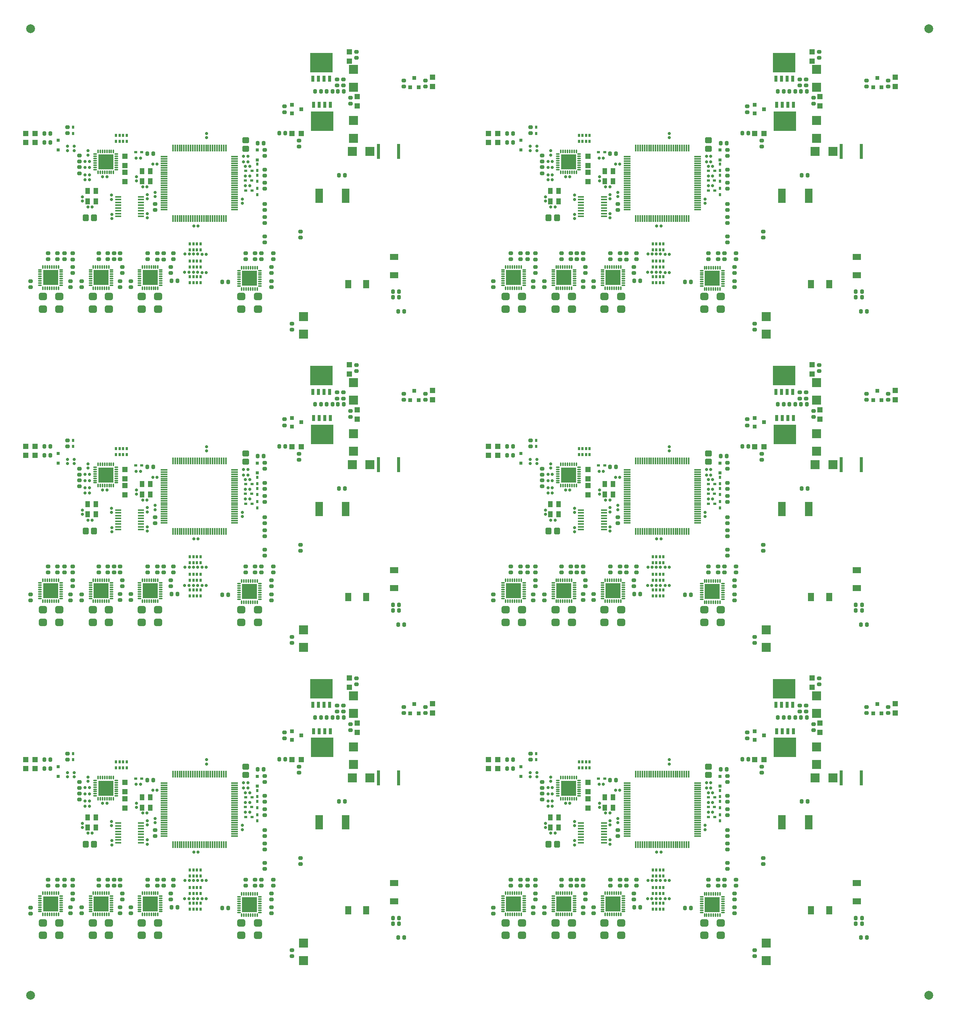
<source format=gtp>
%FSLAX24Y24*%
%MOIN*%
G70*
G01*
G75*
G04 Layer_Color=8421504*
%ADD10C,0.0070*%
G04:AMPARAMS|DCode=11|XSize=78.7mil|YSize=78.7mil|CornerRadius=39.4mil|HoleSize=0mil|Usage=FLASHONLY|Rotation=90.000|XOffset=0mil|YOffset=0mil|HoleType=Round|Shape=RoundedRectangle|*
%AMROUNDEDRECTD11*
21,1,0.0787,0.0000,0,0,90.0*
21,1,0.0000,0.0787,0,0,90.0*
1,1,0.0787,0.0000,0.0000*
1,1,0.0787,0.0000,0.0000*
1,1,0.0787,0.0000,0.0000*
1,1,0.0787,0.0000,0.0000*
%
%ADD11ROUNDEDRECTD11*%
%ADD12C,0.0100*%
G04:AMPARAMS|DCode=13|XSize=29.1mil|YSize=39.4mil|CornerRadius=5.8mil|HoleSize=0mil|Usage=FLASHONLY|Rotation=90.000|XOffset=0mil|YOffset=0mil|HoleType=Round|Shape=RoundedRectangle|*
%AMROUNDEDRECTD13*
21,1,0.0291,0.0277,0,0,90.0*
21,1,0.0175,0.0394,0,0,90.0*
1,1,0.0117,0.0139,0.0087*
1,1,0.0117,0.0139,-0.0087*
1,1,0.0117,-0.0139,-0.0087*
1,1,0.0117,-0.0139,0.0087*
%
%ADD13ROUNDEDRECTD13*%
G04:AMPARAMS|DCode=14|XSize=22mil|YSize=24mil|CornerRadius=4.4mil|HoleSize=0mil|Usage=FLASHONLY|Rotation=180.000|XOffset=0mil|YOffset=0mil|HoleType=Round|Shape=RoundedRectangle|*
%AMROUNDEDRECTD14*
21,1,0.0220,0.0152,0,0,180.0*
21,1,0.0132,0.0240,0,0,180.0*
1,1,0.0088,-0.0066,0.0076*
1,1,0.0088,0.0066,0.0076*
1,1,0.0088,0.0066,-0.0076*
1,1,0.0088,-0.0066,-0.0076*
%
%ADD14ROUNDEDRECTD14*%
G04:AMPARAMS|DCode=15|XSize=22mil|YSize=24mil|CornerRadius=4.4mil|HoleSize=0mil|Usage=FLASHONLY|Rotation=90.000|XOffset=0mil|YOffset=0mil|HoleType=Round|Shape=RoundedRectangle|*
%AMROUNDEDRECTD15*
21,1,0.0220,0.0152,0,0,90.0*
21,1,0.0132,0.0240,0,0,90.0*
1,1,0.0088,0.0076,0.0066*
1,1,0.0088,0.0076,-0.0066*
1,1,0.0088,-0.0076,-0.0066*
1,1,0.0088,-0.0076,0.0066*
%
%ADD15ROUNDEDRECTD15*%
G04:AMPARAMS|DCode=16|XSize=29.1mil|YSize=39.4mil|CornerRadius=5.8mil|HoleSize=0mil|Usage=FLASHONLY|Rotation=0.000|XOffset=0mil|YOffset=0mil|HoleType=Round|Shape=RoundedRectangle|*
%AMROUNDEDRECTD16*
21,1,0.0291,0.0277,0,0,0.0*
21,1,0.0175,0.0394,0,0,0.0*
1,1,0.0117,0.0087,-0.0139*
1,1,0.0117,-0.0087,-0.0139*
1,1,0.0117,-0.0087,0.0139*
1,1,0.0117,0.0087,0.0139*
%
%ADD16ROUNDEDRECTD16*%
%ADD17R,0.0240X0.0240*%
%ADD18R,0.0280X0.0560*%
%ADD19R,0.1970X0.1700*%
%ADD20R,0.0420X0.0520*%
G04:AMPARAMS|DCode=21|XSize=40mil|YSize=40mil|CornerRadius=20mil|HoleSize=0mil|Usage=FLASHONLY|Rotation=0.000|XOffset=0mil|YOffset=0mil|HoleType=Round|Shape=RoundedRectangle|*
%AMROUNDEDRECTD21*
21,1,0.0400,0.0000,0,0,0.0*
21,1,0.0000,0.0400,0,0,0.0*
1,1,0.0400,0.0000,0.0000*
1,1,0.0400,0.0000,0.0000*
1,1,0.0400,0.0000,0.0000*
1,1,0.0400,0.0000,0.0000*
%
%ADD21ROUNDEDRECTD21*%
%ADD22R,0.0480X0.0480*%
%ADD23R,0.0480X0.0480*%
%ADD24R,0.0630X0.1260*%
%ADD25R,0.0320X0.0360*%
%ADD26R,0.0360X0.0320*%
%ADD27R,0.0280X0.0200*%
%ADD28R,0.0200X0.0280*%
%ADD29R,0.0790X0.0790*%
%ADD30R,0.0790X0.0790*%
%ADD31R,0.0500X0.0150*%
G04:AMPARAMS|DCode=32|XSize=63mil|YSize=71mil|CornerRadius=15.8mil|HoleSize=0mil|Usage=FLASHONLY|Rotation=270.000|XOffset=0mil|YOffset=0mil|HoleType=Round|Shape=RoundedRectangle|*
%AMROUNDEDRECTD32*
21,1,0.0630,0.0395,0,0,270.0*
21,1,0.0315,0.0710,0,0,270.0*
1,1,0.0315,-0.0198,-0.0158*
1,1,0.0315,-0.0198,0.0158*
1,1,0.0315,0.0198,0.0158*
1,1,0.0315,0.0198,-0.0158*
%
%ADD32ROUNDEDRECTD32*%
%ADD33R,0.0543X0.0709*%
%ADD34R,0.0709X0.0543*%
%ADD35R,0.0200X0.0260*%
G04:AMPARAMS|DCode=36|XSize=52mil|YSize=60mil|CornerRadius=13mil|HoleSize=0mil|Usage=FLASHONLY|Rotation=270.000|XOffset=0mil|YOffset=0mil|HoleType=Round|Shape=RoundedRectangle|*
%AMROUNDEDRECTD36*
21,1,0.0520,0.0340,0,0,270.0*
21,1,0.0260,0.0600,0,0,270.0*
1,1,0.0260,-0.0170,-0.0130*
1,1,0.0260,-0.0170,0.0130*
1,1,0.0260,0.0170,0.0130*
1,1,0.0260,0.0170,-0.0130*
%
%ADD36ROUNDEDRECTD36*%
G04:AMPARAMS|DCode=37|XSize=52mil|YSize=60mil|CornerRadius=13mil|HoleSize=0mil|Usage=FLASHONLY|Rotation=180.000|XOffset=0mil|YOffset=0mil|HoleType=Round|Shape=RoundedRectangle|*
%AMROUNDEDRECTD37*
21,1,0.0520,0.0340,0,0,180.0*
21,1,0.0260,0.0600,0,0,180.0*
1,1,0.0260,-0.0130,0.0170*
1,1,0.0260,0.0130,0.0170*
1,1,0.0260,0.0130,-0.0170*
1,1,0.0260,-0.0130,-0.0170*
%
%ADD37ROUNDEDRECTD37*%
%ADD38R,0.0236X0.1319*%
G04:AMPARAMS|DCode=39|XSize=12mil|YSize=32mil|CornerRadius=4.8mil|HoleSize=0mil|Usage=FLASHONLY|Rotation=270.000|XOffset=0mil|YOffset=0mil|HoleType=Round|Shape=RoundedRectangle|*
%AMROUNDEDRECTD39*
21,1,0.0120,0.0224,0,0,270.0*
21,1,0.0024,0.0320,0,0,270.0*
1,1,0.0096,-0.0112,-0.0012*
1,1,0.0096,-0.0112,0.0012*
1,1,0.0096,0.0112,0.0012*
1,1,0.0096,0.0112,-0.0012*
%
%ADD39ROUNDEDRECTD39*%
G04:AMPARAMS|DCode=40|XSize=12mil|YSize=32mil|CornerRadius=4.8mil|HoleSize=0mil|Usage=FLASHONLY|Rotation=0.000|XOffset=0mil|YOffset=0mil|HoleType=Round|Shape=RoundedRectangle|*
%AMROUNDEDRECTD40*
21,1,0.0120,0.0224,0,0,0.0*
21,1,0.0024,0.0320,0,0,0.0*
1,1,0.0096,0.0012,-0.0112*
1,1,0.0096,-0.0012,-0.0112*
1,1,0.0096,-0.0012,0.0112*
1,1,0.0096,0.0012,0.0112*
%
%ADD40ROUNDEDRECTD40*%
%ADD41R,0.1370X0.1370*%
%ADD42R,0.1370X0.1370*%
%ADD43R,0.0120X0.0600*%
%ADD44R,0.0600X0.0120*%
%ADD45C,0.0080*%
%ADD46C,0.1000*%
%ADD47C,0.0200*%
%ADD48C,0.0500*%
%ADD49C,0.0240*%
%ADD50C,0.0400*%
%ADD51C,0.0140*%
%ADD52C,0.0120*%
%ADD53C,0.0800*%
%ADD54C,0.0250*%
%ADD55C,0.0600*%
%ADD56C,0.0320*%
%ADD57R,0.1620X0.0803*%
%ADD58R,0.3819X0.2046*%
%ADD59R,0.2441X0.2008*%
%ADD60R,0.0551X0.0472*%
%ADD61R,0.0805X0.1685*%
%ADD62R,0.0945X0.1339*%
%ADD63R,0.1457X0.2087*%
%ADD64R,0.1063X0.1220*%
G04:AMPARAMS|DCode=65|XSize=140mil|YSize=200mil|CornerRadius=0mil|HoleSize=0mil|Usage=FLASHONLY|Rotation=90.000|XOffset=0mil|YOffset=0mil|HoleType=Round|Shape=Octagon|*
%AMOCTAGOND65*
4,1,8,-0.1000,-0.0350,-0.1000,0.0350,-0.0650,0.0700,0.0650,0.0700,0.1000,0.0350,0.1000,-0.0350,0.0650,-0.0700,-0.0650,-0.0700,-0.1000,-0.0350,0.0*
%
%ADD65OCTAGOND65*%

%ADD66C,0.0870*%
%ADD67C,0.1142*%
%ADD68P,0.0909X8X202.5*%
%ADD69C,0.0840*%
%ADD70P,0.0909X8X292.5*%
%ADD71O,0.0600X0.1200*%
%ADD72P,0.0671X8X22.5*%
%ADD73C,0.0600*%
%ADD74O,0.1200X0.0600*%
%ADD75C,0.1000*%
%ADD76O,0.1650X0.0825*%
%ADD77C,0.2756*%
%ADD78P,0.0758X8X292.5*%
%ADD79C,0.0540*%
%ADD80C,0.1305*%
%ADD81C,0.0360*%
%ADD82O,0.0540X0.0360*%
%ADD83R,0.0591X0.0591*%
%ADD84O,0.1024X0.0591*%
%ADD85C,0.0591*%
%ADD86C,0.0300*%
%ADD87C,0.0500*%
%ADD88C,0.0320*%
%ADD89C,0.1581*%
%ADD90C,0.1240*%
%ADD91C,0.0949*%
G04:AMPARAMS|DCode=92|XSize=130.866mil|YSize=130.866mil|CornerRadius=0mil|HoleSize=0mil|Usage=FLASHONLY|Rotation=0.000|XOffset=0mil|YOffset=0mil|HoleType=Round|Shape=Relief|Width=10mil|Gap=10mil|Entries=4|*
%AMTHD92*
7,0,0,0.1309,0.1109,0.0100,45*
%
%ADD92THD92*%
%ADD93C,0.1421*%
G04:AMPARAMS|DCode=94|XSize=100mil|YSize=100mil|CornerRadius=0mil|HoleSize=0mil|Usage=FLASHONLY|Rotation=0.000|XOffset=0mil|YOffset=0mil|HoleType=Round|Shape=Relief|Width=10mil|Gap=10mil|Entries=4|*
%AMTHD94*
7,0,0,0.1000,0.0800,0.0100,45*
%
%ADD94THD94*%
%ADD95C,0.0640*%
G04:AMPARAMS|DCode=96|XSize=98mil|YSize=98mil|CornerRadius=0mil|HoleSize=0mil|Usage=FLASHONLY|Rotation=0.000|XOffset=0mil|YOffset=0mil|HoleType=Round|Shape=Relief|Width=10mil|Gap=10mil|Entries=4|*
%AMTHD96*
7,0,0,0.0980,0.0780,0.0100,45*
%
%ADD96THD96*%
%ADD97C,0.0620*%
%ADD98C,0.0790*%
%ADD99C,0.0830*%
%ADD100C,0.1110*%
%ADD101C,0.0460*%
G04:AMPARAMS|DCode=102|XSize=82mil|YSize=82mil|CornerRadius=0mil|HoleSize=0mil|Usage=FLASHONLY|Rotation=0.000|XOffset=0mil|YOffset=0mil|HoleType=Round|Shape=Relief|Width=10mil|Gap=10mil|Entries=4|*
%AMTHD102*
7,0,0,0.0820,0.0620,0.0100,45*
%
%ADD102THD102*%
%ADD103C,0.0594*%
G04:AMPARAMS|DCode=104|XSize=95.433mil|YSize=95.433mil|CornerRadius=0mil|HoleSize=0mil|Usage=FLASHONLY|Rotation=0.000|XOffset=0mil|YOffset=0mil|HoleType=Round|Shape=Relief|Width=10mil|Gap=10mil|Entries=4|*
%AMTHD104*
7,0,0,0.0954,0.0754,0.0100,45*
%
%ADD104THD104*%
%ADD105C,0.0390*%
%ADD106C,0.0520*%
%ADD107C,0.1400*%
%ADD108R,0.3622X0.4331*%
%ADD109R,0.3583X0.4331*%
%ADD110R,0.3425X0.4331*%
%ADD111R,0.4094X0.4331*%
G04:AMPARAMS|DCode=112|XSize=46mil|YSize=63mil|CornerRadius=11.5mil|HoleSize=0mil|Usage=FLASHONLY|Rotation=270.000|XOffset=0mil|YOffset=0mil|HoleType=Round|Shape=RoundedRectangle|*
%AMROUNDEDRECTD112*
21,1,0.0460,0.0400,0,0,270.0*
21,1,0.0230,0.0630,0,0,270.0*
1,1,0.0230,-0.0200,-0.0115*
1,1,0.0230,-0.0200,0.0115*
1,1,0.0230,0.0200,0.0115*
1,1,0.0230,0.0200,-0.0115*
%
%ADD112ROUNDEDRECTD112*%
G04:AMPARAMS|DCode=113|XSize=50mil|YSize=50mil|CornerRadius=25mil|HoleSize=0mil|Usage=FLASHONLY|Rotation=90.000|XOffset=0mil|YOffset=0mil|HoleType=Round|Shape=RoundedRectangle|*
%AMROUNDEDRECTD113*
21,1,0.0500,0.0000,0,0,90.0*
21,1,0.0000,0.0500,0,0,90.0*
1,1,0.0500,0.0000,0.0000*
1,1,0.0500,0.0000,0.0000*
1,1,0.0500,0.0000,0.0000*
1,1,0.0500,0.0000,0.0000*
%
%ADD113ROUNDEDRECTD113*%
G04:AMPARAMS|DCode=114|XSize=50mil|YSize=50mil|CornerRadius=25mil|HoleSize=0mil|Usage=FLASHONLY|Rotation=180.000|XOffset=0mil|YOffset=0mil|HoleType=Round|Shape=RoundedRectangle|*
%AMROUNDEDRECTD114*
21,1,0.0500,0.0000,0,0,180.0*
21,1,0.0000,0.0500,0,0,180.0*
1,1,0.0500,0.0000,0.0000*
1,1,0.0500,0.0000,0.0000*
1,1,0.0500,0.0000,0.0000*
1,1,0.0500,0.0000,0.0000*
%
%ADD114ROUNDEDRECTD114*%
G04:AMPARAMS|DCode=115|XSize=46mil|YSize=63mil|CornerRadius=11.5mil|HoleSize=0mil|Usage=FLASHONLY|Rotation=180.000|XOffset=0mil|YOffset=0mil|HoleType=Round|Shape=RoundedRectangle|*
%AMROUNDEDRECTD115*
21,1,0.0460,0.0400,0,0,180.0*
21,1,0.0230,0.0630,0,0,180.0*
1,1,0.0230,-0.0115,0.0200*
1,1,0.0230,0.0115,0.0200*
1,1,0.0230,0.0115,-0.0200*
1,1,0.0230,-0.0115,-0.0200*
%
%ADD115ROUNDEDRECTD115*%
%ADD116C,0.0160*%
%ADD117C,0.0180*%
%ADD118C,0.0060*%
%ADD119C,0.0050*%
%ADD120C,0.0000*%
%ADD121C,0.0098*%
%ADD122C,0.0040*%
%ADD123C,0.0079*%
%ADD124R,0.0119X0.0120*%
%ADD125R,0.0060X0.0120*%
%ADD126R,0.0059X0.0120*%
%ADD127R,0.0120X0.0119*%
%ADD128R,0.0120X0.0060*%
%ADD129R,0.0120X0.0059*%
%ADD130R,0.0492X0.2450*%
%ADD131R,0.0295X0.0879*%
%ADD132R,0.0879X0.0295*%
G04:AMPARAMS|DCode=133|XSize=31.1mil|YSize=41.4mil|CornerRadius=6.8mil|HoleSize=0mil|Usage=FLASHONLY|Rotation=90.000|XOffset=0mil|YOffset=0mil|HoleType=Round|Shape=RoundedRectangle|*
%AMROUNDEDRECTD133*
21,1,0.0311,0.0277,0,0,90.0*
21,1,0.0175,0.0414,0,0,90.0*
1,1,0.0137,0.0139,0.0087*
1,1,0.0137,0.0139,-0.0087*
1,1,0.0137,-0.0139,-0.0087*
1,1,0.0137,-0.0139,0.0087*
%
%ADD133ROUNDEDRECTD133*%
G04:AMPARAMS|DCode=134|XSize=24mil|YSize=26mil|CornerRadius=5.4mil|HoleSize=0mil|Usage=FLASHONLY|Rotation=180.000|XOffset=0mil|YOffset=0mil|HoleType=Round|Shape=RoundedRectangle|*
%AMROUNDEDRECTD134*
21,1,0.0240,0.0152,0,0,180.0*
21,1,0.0132,0.0260,0,0,180.0*
1,1,0.0108,-0.0066,0.0076*
1,1,0.0108,0.0066,0.0076*
1,1,0.0108,0.0066,-0.0076*
1,1,0.0108,-0.0066,-0.0076*
%
%ADD134ROUNDEDRECTD134*%
G04:AMPARAMS|DCode=135|XSize=24mil|YSize=26mil|CornerRadius=5.4mil|HoleSize=0mil|Usage=FLASHONLY|Rotation=90.000|XOffset=0mil|YOffset=0mil|HoleType=Round|Shape=RoundedRectangle|*
%AMROUNDEDRECTD135*
21,1,0.0240,0.0152,0,0,90.0*
21,1,0.0132,0.0260,0,0,90.0*
1,1,0.0108,0.0076,0.0066*
1,1,0.0108,0.0076,-0.0066*
1,1,0.0108,-0.0076,-0.0066*
1,1,0.0108,-0.0076,0.0066*
%
%ADD135ROUNDEDRECTD135*%
G04:AMPARAMS|DCode=136|XSize=31.1mil|YSize=41.4mil|CornerRadius=6.8mil|HoleSize=0mil|Usage=FLASHONLY|Rotation=0.000|XOffset=0mil|YOffset=0mil|HoleType=Round|Shape=RoundedRectangle|*
%AMROUNDEDRECTD136*
21,1,0.0311,0.0277,0,0,0.0*
21,1,0.0175,0.0414,0,0,0.0*
1,1,0.0137,0.0087,-0.0139*
1,1,0.0137,-0.0087,-0.0139*
1,1,0.0137,-0.0087,0.0139*
1,1,0.0137,0.0087,0.0139*
%
%ADD136ROUNDEDRECTD136*%
%ADD137R,0.0260X0.0260*%
%ADD138R,0.0300X0.0580*%
%ADD139R,0.1990X0.1720*%
%ADD140R,0.0440X0.0540*%
%ADD141R,0.0500X0.0500*%
%ADD142R,0.0500X0.0500*%
%ADD143R,0.0650X0.1280*%
%ADD144R,0.0340X0.0380*%
%ADD145R,0.0380X0.0340*%
%ADD146R,0.0300X0.0220*%
%ADD147R,0.0220X0.0300*%
%ADD148R,0.0810X0.0810*%
%ADD149R,0.0810X0.0810*%
%ADD150R,0.0520X0.0170*%
G04:AMPARAMS|DCode=151|XSize=65mil|YSize=73mil|CornerRadius=16.8mil|HoleSize=0mil|Usage=FLASHONLY|Rotation=270.000|XOffset=0mil|YOffset=0mil|HoleType=Round|Shape=RoundedRectangle|*
%AMROUNDEDRECTD151*
21,1,0.0650,0.0395,0,0,270.0*
21,1,0.0315,0.0730,0,0,270.0*
1,1,0.0335,-0.0198,-0.0158*
1,1,0.0335,-0.0198,0.0158*
1,1,0.0335,0.0198,0.0158*
1,1,0.0335,0.0198,-0.0158*
%
%ADD151ROUNDEDRECTD151*%
%ADD152R,0.0563X0.0729*%
%ADD153R,0.0729X0.0563*%
%ADD154R,0.0220X0.0280*%
G04:AMPARAMS|DCode=155|XSize=54mil|YSize=62mil|CornerRadius=14mil|HoleSize=0mil|Usage=FLASHONLY|Rotation=270.000|XOffset=0mil|YOffset=0mil|HoleType=Round|Shape=RoundedRectangle|*
%AMROUNDEDRECTD155*
21,1,0.0540,0.0340,0,0,270.0*
21,1,0.0260,0.0620,0,0,270.0*
1,1,0.0280,-0.0170,-0.0130*
1,1,0.0280,-0.0170,0.0130*
1,1,0.0280,0.0170,0.0130*
1,1,0.0280,0.0170,-0.0130*
%
%ADD155ROUNDEDRECTD155*%
G04:AMPARAMS|DCode=156|XSize=54mil|YSize=62mil|CornerRadius=14mil|HoleSize=0mil|Usage=FLASHONLY|Rotation=180.000|XOffset=0mil|YOffset=0mil|HoleType=Round|Shape=RoundedRectangle|*
%AMROUNDEDRECTD156*
21,1,0.0540,0.0340,0,0,180.0*
21,1,0.0260,0.0620,0,0,180.0*
1,1,0.0280,-0.0130,0.0170*
1,1,0.0280,0.0130,0.0170*
1,1,0.0280,0.0130,-0.0170*
1,1,0.0280,-0.0130,-0.0170*
%
%ADD156ROUNDEDRECTD156*%
%ADD157R,0.0256X0.1339*%
G04:AMPARAMS|DCode=158|XSize=14mil|YSize=34mil|CornerRadius=5.8mil|HoleSize=0mil|Usage=FLASHONLY|Rotation=270.000|XOffset=0mil|YOffset=0mil|HoleType=Round|Shape=RoundedRectangle|*
%AMROUNDEDRECTD158*
21,1,0.0140,0.0224,0,0,270.0*
21,1,0.0024,0.0340,0,0,270.0*
1,1,0.0116,-0.0112,-0.0012*
1,1,0.0116,-0.0112,0.0012*
1,1,0.0116,0.0112,0.0012*
1,1,0.0116,0.0112,-0.0012*
%
%ADD158ROUNDEDRECTD158*%
G04:AMPARAMS|DCode=159|XSize=14mil|YSize=34mil|CornerRadius=5.8mil|HoleSize=0mil|Usage=FLASHONLY|Rotation=0.000|XOffset=0mil|YOffset=0mil|HoleType=Round|Shape=RoundedRectangle|*
%AMROUNDEDRECTD159*
21,1,0.0140,0.0224,0,0,0.0*
21,1,0.0024,0.0340,0,0,0.0*
1,1,0.0116,0.0012,-0.0112*
1,1,0.0116,-0.0012,-0.0112*
1,1,0.0116,-0.0012,0.0112*
1,1,0.0116,0.0012,0.0112*
%
%ADD159ROUNDEDRECTD159*%
%ADD160R,0.0140X0.0620*%
%ADD161R,0.0620X0.0140*%
G36*
X19272Y18984D02*
Y18847D01*
X19232Y18807D01*
X19092D01*
X19052Y18847D01*
Y18984D01*
X19092Y19024D01*
X19232D01*
X19272Y18984D01*
D02*
G37*
G36*
X15138D02*
Y18847D01*
X15098Y18807D01*
X14961D01*
X14921Y18847D01*
Y18984D01*
X14961Y19024D01*
X15098D01*
X15138Y18984D01*
D02*
G37*
G36*
X14763D02*
Y18847D01*
X14723Y18807D01*
X14583D01*
X14543Y18847D01*
Y18984D01*
X14583Y19024D01*
X14723D01*
X14763Y18984D01*
D02*
G37*
G36*
X19647D02*
Y18847D01*
X19607Y18807D01*
X19470D01*
X19430Y18847D01*
Y18984D01*
X19470Y19024D01*
X19607D01*
X19647Y18984D01*
D02*
G37*
G36*
X14383D02*
Y18866D01*
X14343Y18827D01*
X14213D01*
Y19044D01*
X14323D01*
X14383Y18984D01*
D02*
G37*
G36*
X24033D02*
Y18847D01*
X23994Y18807D01*
X23856D01*
X23817Y18847D01*
Y18984D01*
X23856Y19024D01*
X23994D01*
X24033Y18984D01*
D02*
G37*
G36*
X23658D02*
Y18847D01*
X23618Y18807D01*
X23478D01*
X23438Y18847D01*
Y18984D01*
X23478Y19024D01*
X23618D01*
X23658Y18984D01*
D02*
G37*
G36*
X24368Y18788D02*
X24250D01*
X24191Y18847D01*
Y18965D01*
X24230Y19004D01*
X24368D01*
Y18788D01*
D02*
G37*
G36*
X32538Y18916D02*
Y18778D01*
X32498Y18738D01*
X32358D01*
X32318Y18778D01*
Y18916D01*
X32358Y18955D01*
X32498D01*
X32538Y18916D01*
D02*
G37*
G36*
X33248Y18719D02*
X33130D01*
X33071Y18778D01*
Y18896D01*
X33110Y18935D01*
X33248D01*
Y18719D01*
D02*
G37*
G36*
X23278Y18609D02*
Y18489D01*
X23238Y18449D01*
X23108D01*
Y18669D01*
X23218D01*
X23278Y18609D01*
D02*
G37*
G36*
X32913Y18916D02*
Y18778D01*
X32874Y18738D01*
X32736D01*
X32697Y18778D01*
Y18916D01*
X32736Y18955D01*
X32874D01*
X32913Y18916D01*
D02*
G37*
G36*
X19981Y18788D02*
X19863D01*
X19804Y18847D01*
Y18965D01*
X19844Y19004D01*
X19981D01*
Y18788D01*
D02*
G37*
G36*
X15472D02*
X15354D01*
X15295Y18847D01*
Y18965D01*
X15335Y19004D01*
X15472D01*
Y18788D01*
D02*
G37*
G36*
X32158Y18916D02*
Y18797D01*
X32118Y18758D01*
X31988D01*
Y18975D01*
X32098D01*
X32158Y18916D01*
D02*
G37*
G36*
X18892Y18984D02*
Y18866D01*
X18852Y18827D01*
X18722D01*
Y19044D01*
X18832D01*
X18892Y18984D01*
D02*
G37*
G36*
X15138Y19240D02*
X15079Y19181D01*
X14961D01*
X14921Y19221D01*
Y19359D01*
X15138D01*
Y19240D01*
D02*
G37*
G36*
X14763D02*
X14703Y19181D01*
X14583D01*
X14543Y19221D01*
Y19359D01*
X14763D01*
Y19240D01*
D02*
G37*
G36*
X14403Y19260D02*
X14323Y19181D01*
X14213D01*
Y19359D01*
X14403D01*
Y19260D01*
D02*
G37*
G36*
X18912D02*
X18832Y19181D01*
X18722D01*
Y19359D01*
X18912D01*
Y19260D01*
D02*
G37*
G36*
X23298D02*
X23218Y19181D01*
X23108D01*
Y19359D01*
X23298D01*
Y19260D01*
D02*
G37*
G36*
X19647Y19240D02*
X19588Y19181D01*
X19470D01*
X19430Y19221D01*
Y19359D01*
X19647D01*
Y19240D01*
D02*
G37*
G36*
X19272D02*
X19212Y19181D01*
X19092D01*
X19052Y19221D01*
Y19359D01*
X19272D01*
Y19240D01*
D02*
G37*
G36*
X24368Y19162D02*
X24269D01*
X24191Y19240D01*
Y19359D01*
X24368D01*
Y19162D01*
D02*
G37*
G36*
X32178Y19191D02*
X32098Y19112D01*
X31988D01*
Y19290D01*
X32178D01*
Y19191D01*
D02*
G37*
G36*
X33248Y19093D02*
X33150D01*
X33071Y19172D01*
Y19290D01*
X33248D01*
Y19093D01*
D02*
G37*
G36*
X23278Y18984D02*
Y18866D01*
X23238Y18827D01*
X23108D01*
Y19044D01*
X23218D01*
X23278Y18984D01*
D02*
G37*
G36*
X32538Y19172D02*
X32478Y19112D01*
X32358D01*
X32318Y19152D01*
Y19290D01*
X32538D01*
Y19172D01*
D02*
G37*
G36*
X19981Y19162D02*
X19883D01*
X19804Y19240D01*
Y19359D01*
X19981D01*
Y19162D01*
D02*
G37*
G36*
X15472D02*
X15374D01*
X15295Y19240D01*
Y19359D01*
X15472D01*
Y19162D01*
D02*
G37*
G36*
X32913Y19172D02*
X32854Y19112D01*
X32736D01*
X32697Y19152D01*
Y19290D01*
X32913D01*
Y19172D01*
D02*
G37*
G36*
X19647Y18229D02*
Y18099D01*
X19430D01*
Y18209D01*
X19489Y18269D01*
X19607D01*
X19647Y18229D01*
D02*
G37*
G36*
X19252D02*
Y18099D01*
X19032D01*
Y18209D01*
X19092Y18269D01*
X19212D01*
X19252Y18229D01*
D02*
G37*
G36*
X18892Y18209D02*
Y18099D01*
X18722D01*
Y18289D01*
X18812D01*
X18892Y18209D01*
D02*
G37*
G36*
X19981Y18099D02*
X19785D01*
Y18189D01*
X19863Y18269D01*
X19981D01*
Y18099D01*
D02*
G37*
G36*
X24033Y18229D02*
Y18099D01*
X23817D01*
Y18209D01*
X23876Y18269D01*
X23994D01*
X24033Y18229D01*
D02*
G37*
G36*
X23638D02*
Y18099D01*
X23418D01*
Y18209D01*
X23478Y18269D01*
X23598D01*
X23638Y18229D01*
D02*
G37*
G36*
X23278Y18209D02*
Y18099D01*
X23108D01*
Y18289D01*
X23198D01*
X23278Y18209D01*
D02*
G37*
G36*
X15472Y18099D02*
X15276D01*
Y18189D01*
X15354Y18269D01*
X15472D01*
Y18099D01*
D02*
G37*
G36*
X32913Y18160D02*
Y18030D01*
X32697D01*
Y18140D01*
X32756Y18200D01*
X32874D01*
X32913Y18160D01*
D02*
G37*
G36*
X32518D02*
Y18030D01*
X32298D01*
Y18140D01*
X32358Y18200D01*
X32478D01*
X32518Y18160D01*
D02*
G37*
G36*
X32158Y18140D02*
Y18030D01*
X31988D01*
Y18220D01*
X32078D01*
X32158Y18140D01*
D02*
G37*
G36*
X33248Y18030D02*
X33051D01*
Y18120D01*
X33130Y18200D01*
X33248D01*
Y18030D01*
D02*
G37*
G36*
X15138Y18229D02*
Y18099D01*
X14921D01*
Y18209D01*
X14980Y18269D01*
X15098D01*
X15138Y18229D01*
D02*
G37*
G36*
X14743D02*
Y18099D01*
X14523D01*
Y18209D01*
X14583Y18269D01*
X14703D01*
X14743Y18229D01*
D02*
G37*
G36*
X14383Y18209D02*
Y18099D01*
X14213D01*
Y18289D01*
X14303D01*
X14383Y18209D01*
D02*
G37*
G36*
X24368Y18099D02*
X24171D01*
Y18189D01*
X24250Y18269D01*
X24368D01*
Y18099D01*
D02*
G37*
G36*
X23658Y18609D02*
Y18469D01*
X23618Y18429D01*
X23478D01*
X23438Y18469D01*
Y18609D01*
X23478Y18649D01*
X23618D01*
X23658Y18609D01*
D02*
G37*
G36*
X19981Y18429D02*
X19863D01*
X19804Y18489D01*
Y18609D01*
X19844Y18649D01*
X19981D01*
Y18429D01*
D02*
G37*
G36*
X19647Y18609D02*
Y18469D01*
X19607Y18429D01*
X19470D01*
X19430Y18469D01*
Y18609D01*
X19470Y18649D01*
X19607D01*
X19647Y18609D01*
D02*
G37*
G36*
X24033D02*
Y18469D01*
X23994Y18429D01*
X23856D01*
X23817Y18469D01*
Y18609D01*
X23856Y18649D01*
X23994D01*
X24033Y18609D01*
D02*
G37*
G36*
X18892D02*
Y18489D01*
X18852Y18449D01*
X18722D01*
Y18669D01*
X18832D01*
X18892Y18609D01*
D02*
G37*
G36*
X14383D02*
Y18489D01*
X14343Y18449D01*
X14213D01*
Y18669D01*
X14323D01*
X14383Y18609D01*
D02*
G37*
G36*
X24368Y18429D02*
X24250D01*
X24191Y18489D01*
Y18609D01*
X24230Y18649D01*
X24368D01*
Y18429D01*
D02*
G37*
G36*
X19272Y18609D02*
Y18469D01*
X19232Y18429D01*
X19092D01*
X19052Y18469D01*
Y18609D01*
X19092Y18649D01*
X19232D01*
X19272Y18609D01*
D02*
G37*
G36*
X33248Y18360D02*
X33130D01*
X33071Y18420D01*
Y18540D01*
X33110Y18580D01*
X33248D01*
Y18360D01*
D02*
G37*
G36*
X32913Y18540D02*
Y18400D01*
X32874Y18360D01*
X32736D01*
X32697Y18400D01*
Y18540D01*
X32736Y18580D01*
X32874D01*
X32913Y18540D01*
D02*
G37*
G36*
X32538D02*
Y18400D01*
X32498Y18360D01*
X32358D01*
X32318Y18400D01*
Y18540D01*
X32358Y18580D01*
X32498D01*
X32538Y18540D01*
D02*
G37*
G36*
X32158D02*
Y18420D01*
X32118Y18380D01*
X31988D01*
Y18600D01*
X32098D01*
X32158Y18540D01*
D02*
G37*
G36*
X15472Y18429D02*
X15354D01*
X15295Y18489D01*
Y18609D01*
X15335Y18649D01*
X15472D01*
Y18429D01*
D02*
G37*
G36*
X15138Y18609D02*
Y18469D01*
X15098Y18429D01*
X14961D01*
X14921Y18469D01*
Y18609D01*
X14961Y18649D01*
X15098D01*
X15138Y18609D01*
D02*
G37*
G36*
X14763D02*
Y18469D01*
X14723Y18429D01*
X14583D01*
X14543Y18469D01*
Y18609D01*
X14583Y18649D01*
X14723D01*
X14763Y18609D01*
D02*
G37*
G36*
X38967Y37183D02*
Y37132D01*
X38754D01*
Y37183D01*
X38789Y37218D01*
X38931D01*
X38967Y37183D01*
D02*
G37*
G36*
X38593Y37179D02*
Y37132D01*
X38451D01*
Y37222D01*
X38549D01*
X38593Y37179D01*
D02*
G37*
G36*
X39396Y33476D02*
X39360Y33441D01*
X39218D01*
X39183Y33476D01*
Y33528D01*
X39396D01*
Y33476D01*
D02*
G37*
G36*
X39345Y37183D02*
Y37132D01*
X39135D01*
Y37183D01*
X39175Y37218D01*
X39315D01*
X39345Y37183D01*
D02*
G37*
G36*
X38596Y37550D02*
Y37423D01*
X38541Y37368D01*
X38447D01*
Y37610D01*
X38537D01*
X38596Y37550D01*
D02*
G37*
G36*
X39645Y37364D02*
X39555D01*
X39495Y37423D01*
Y37550D01*
X39555Y37610D01*
X39645D01*
Y37364D01*
D02*
G37*
G36*
Y37132D02*
X39515D01*
Y37179D01*
X39555Y37222D01*
X39645D01*
Y37132D01*
D02*
G37*
G36*
X39014Y33476D02*
X38974Y33441D01*
X38834D01*
X38804Y33476D01*
Y33528D01*
X39014D01*
Y33476D01*
D02*
G37*
G36*
X38654Y33236D02*
Y33110D01*
X38594Y33050D01*
X38504D01*
Y33295D01*
X38594D01*
X38654Y33236D01*
D02*
G37*
G36*
X39396Y33244D02*
Y33090D01*
X39348Y33040D01*
X39234D01*
X39183Y33090D01*
Y33248D01*
X39218Y33283D01*
X39356D01*
X39396Y33244D01*
D02*
G37*
G36*
X39014Y32870D02*
Y32720D01*
X38964Y32680D01*
X38854D01*
X38804Y32730D01*
Y32880D01*
X38834Y32910D01*
X38974D01*
X39014Y32870D01*
D02*
G37*
G36*
Y33248D02*
Y33090D01*
X38974Y33050D01*
X38854D01*
X38804Y33100D01*
Y33252D01*
X38844Y33287D01*
X38974D01*
X39014Y33248D01*
D02*
G37*
G36*
X39699Y33437D02*
X39600D01*
X39557Y33480D01*
Y33528D01*
X39699D01*
Y33437D01*
D02*
G37*
G36*
X38634Y33480D02*
X38594Y33437D01*
X38504D01*
Y33528D01*
X38634D01*
Y33480D01*
D02*
G37*
G36*
X39703Y33050D02*
X39612D01*
X39553Y33110D01*
Y33236D01*
X39608Y33291D01*
X39703D01*
Y33050D01*
D02*
G37*
G36*
X39345Y37560D02*
Y37407D01*
X39305Y37372D01*
X39175D01*
X39135Y37411D01*
Y37570D01*
X39175Y37610D01*
X39295D01*
X39345Y37560D01*
D02*
G37*
G36*
X40015Y38270D02*
X39915D01*
Y38790D01*
X40015D01*
Y38270D01*
D02*
G37*
G36*
X38195D02*
X38085D01*
Y38790D01*
X38195D01*
Y38270D01*
D02*
G37*
G36*
X39645Y38130D02*
X39545D01*
X39505Y38180D01*
Y38310D01*
X39535Y38340D01*
X39645D01*
Y38130D01*
D02*
G37*
G36*
X38589Y38540D02*
X38553Y38510D01*
X38404D01*
X38364Y38550D01*
Y38790D01*
X38589D01*
Y38540D01*
D02*
G37*
G36*
X39715Y38550D02*
X39685Y38510D01*
X39535D01*
X39495Y38550D01*
Y38790D01*
X39715D01*
Y38550D01*
D02*
G37*
G36*
X39345D02*
X39305Y38510D01*
X39165D01*
X39125Y38550D01*
Y38790D01*
X39345D01*
Y38550D01*
D02*
G37*
G36*
X38967Y38540D02*
X38931Y38510D01*
X38781D01*
X38742Y38550D01*
Y38790D01*
X38967D01*
Y38540D01*
D02*
G37*
G36*
X39345Y38310D02*
Y38160D01*
X39305Y38130D01*
X39175D01*
X39135Y38170D01*
Y38320D01*
X39175Y38370D01*
X39295D01*
X39345Y38310D01*
D02*
G37*
G36*
X38596Y37930D02*
Y37810D01*
X38541Y37750D01*
X38447D01*
Y37990D01*
X38537D01*
X38596Y37930D01*
D02*
G37*
G36*
X39645Y37740D02*
X39555D01*
X39495Y37800D01*
Y37920D01*
X39545Y37980D01*
X39645D01*
Y37740D01*
D02*
G37*
G36*
X38967Y37570D02*
Y37411D01*
X38931Y37376D01*
X38793D01*
X38754Y37415D01*
Y37570D01*
X38801Y37620D01*
X38915D01*
X38967Y37570D01*
D02*
G37*
G36*
X39345Y37930D02*
Y37780D01*
X39315Y37750D01*
X39175D01*
X39135Y37790D01*
Y37940D01*
X39185Y37980D01*
X39295D01*
X39345Y37930D01*
D02*
G37*
G36*
X38963Y38320D02*
Y38170D01*
X38927Y38130D01*
X38789D01*
X38750Y38170D01*
Y38320D01*
X38797Y38370D01*
X38911D01*
X38963Y38320D01*
D02*
G37*
G36*
X38593Y38310D02*
Y38180D01*
X38545Y38130D01*
X38447D01*
Y38340D01*
X38565D01*
X38593Y38310D01*
D02*
G37*
G36*
X38967Y37940D02*
Y37790D01*
X38931Y37760D01*
X38793D01*
X38754Y37800D01*
Y37950D01*
X38801Y38000D01*
X38915D01*
X38967Y37940D01*
D02*
G37*
G36*
X19689Y29328D02*
Y29188D01*
X19648Y29148D01*
X19509D01*
X19468Y29188D01*
Y29328D01*
X19509Y29369D01*
X19648D01*
X19689Y29328D01*
D02*
G37*
G36*
X20398Y28773D02*
X20280D01*
X20221Y28832D01*
Y28950D01*
X20261Y28990D01*
X20398D01*
Y28773D01*
D02*
G37*
G36*
X20064Y28950D02*
Y28813D01*
X20024Y28773D01*
X19887D01*
X19847Y28813D01*
Y28950D01*
X19887Y28990D01*
X20024D01*
X20064Y28950D01*
D02*
G37*
G36*
Y29328D02*
Y29188D01*
X20024Y29148D01*
X19887D01*
X19847Y29188D01*
Y29328D01*
X19887Y29369D01*
X20024D01*
X20064Y29328D01*
D02*
G37*
G36*
X20398Y29509D02*
X20300D01*
X20221Y29588D01*
Y29699D01*
X20398D01*
Y29509D01*
D02*
G37*
G36*
X19309Y29328D02*
Y29209D01*
X19268Y29169D01*
X19138D01*
Y29388D01*
X19248D01*
X19309Y29328D01*
D02*
G37*
G36*
X20398Y29148D02*
X20280D01*
X20221Y29209D01*
Y29328D01*
X20261Y29369D01*
X20398D01*
Y29148D01*
D02*
G37*
G36*
X19689Y28950D02*
Y28813D01*
X19648Y28773D01*
X19509D01*
X19468Y28813D01*
Y28950D01*
X19509Y28990D01*
X19648D01*
X19689Y28950D01*
D02*
G37*
G36*
X19309Y28557D02*
Y28439D01*
X19138D01*
Y28635D01*
X19229D01*
X19309Y28557D01*
D02*
G37*
G36*
X24033Y19240D02*
X23974Y19181D01*
X23856D01*
X23817Y19221D01*
Y19359D01*
X24033D01*
Y19240D01*
D02*
G37*
G36*
X23658D02*
X23598Y19181D01*
X23478D01*
X23438Y19221D01*
Y19359D01*
X23658D01*
Y19240D01*
D02*
G37*
G36*
X19689Y28576D02*
Y28439D01*
X19468D01*
Y28557D01*
X19528Y28616D01*
X19648D01*
X19689Y28576D01*
D02*
G37*
G36*
X19309Y28931D02*
Y28813D01*
X19268Y28773D01*
X19138D01*
Y28990D01*
X19248D01*
X19309Y28931D01*
D02*
G37*
G36*
X20398Y28439D02*
X20202D01*
Y28537D01*
X20280Y28616D01*
X20398D01*
Y28439D01*
D02*
G37*
G36*
X20044Y28576D02*
Y28439D01*
X19828D01*
Y28557D01*
X19887Y28616D01*
X20005D01*
X20044Y28576D01*
D02*
G37*
G36*
X19329Y29609D02*
X19248Y29529D01*
X19138D01*
Y29699D01*
X19329D01*
Y29609D01*
D02*
G37*
G36*
X38644Y32480D02*
Y32350D01*
X38614Y32320D01*
X38504D01*
Y32530D01*
X38604D01*
X38644Y32480D01*
D02*
G37*
G36*
X39400Y32490D02*
Y32340D01*
X39352Y32290D01*
X39238D01*
X39187Y32340D01*
Y32490D01*
X39222Y32530D01*
X39360D01*
X39400Y32490D01*
D02*
G37*
G36*
X39014D02*
Y32340D01*
X38974Y32290D01*
X38854D01*
X38804Y32350D01*
Y32500D01*
X38844Y32530D01*
X38974D01*
X39014Y32490D01*
D02*
G37*
G36*
X39703Y32320D02*
X39585D01*
X39557Y32350D01*
Y32480D01*
X39604Y32530D01*
X39703D01*
Y32320D01*
D02*
G37*
G36*
X38654Y32860D02*
Y32740D01*
X38604Y32680D01*
X38504D01*
Y32920D01*
X38594D01*
X38654Y32860D01*
D02*
G37*
G36*
X39703Y32670D02*
X39612D01*
X39553Y32730D01*
Y32850D01*
X39608Y32910D01*
X39703D01*
Y32670D01*
D02*
G37*
G36*
X39396Y32860D02*
Y32710D01*
X39348Y32660D01*
X39234D01*
X39183Y32720D01*
Y32870D01*
X39218Y32900D01*
X39356D01*
X39396Y32860D01*
D02*
G37*
G36*
X40065Y31870D02*
X39955D01*
Y32390D01*
X40065D01*
Y31870D01*
D02*
G37*
G36*
X38234D02*
X38134D01*
Y32390D01*
X38234D01*
Y31870D01*
D02*
G37*
G36*
X20083Y29588D02*
X20024Y29529D01*
X19906D01*
X19867Y29569D01*
Y29699D01*
X20083D01*
Y29588D01*
D02*
G37*
G36*
X19708D02*
X19648Y29529D01*
X19528D01*
X19489Y29569D01*
Y29699D01*
X19708D01*
Y29588D01*
D02*
G37*
G36*
X38654Y32110D02*
Y31870D01*
X38434D01*
Y32110D01*
X38464Y32150D01*
X38614D01*
X38654Y32110D01*
D02*
G37*
G36*
X39785D02*
Y31870D01*
X39561D01*
Y32120D01*
X39596Y32150D01*
X39746D01*
X39785Y32110D01*
D02*
G37*
G36*
X39407D02*
Y31870D01*
X39183D01*
Y32120D01*
X39218Y32150D01*
X39368D01*
X39407Y32110D01*
D02*
G37*
G36*
X39024D02*
Y31870D01*
X38804D01*
Y32110D01*
X38844Y32150D01*
X38984D01*
X39024Y32110D01*
D02*
G37*
G36*
X60650Y18984D02*
Y18847D01*
X60610Y18807D01*
X60470D01*
X60430Y18847D01*
Y18984D01*
X60470Y19024D01*
X60610D01*
X60650Y18984D01*
D02*
G37*
G36*
X56516D02*
Y18847D01*
X56476Y18807D01*
X56339D01*
X56299Y18847D01*
Y18984D01*
X56339Y19024D01*
X56476D01*
X56516Y18984D01*
D02*
G37*
G36*
X56140D02*
Y18847D01*
X56100Y18807D01*
X55960D01*
X55920Y18847D01*
Y18984D01*
X55960Y19024D01*
X56100D01*
X56140Y18984D01*
D02*
G37*
G36*
X61025D02*
Y18847D01*
X60985Y18807D01*
X60848D01*
X60808Y18847D01*
Y18984D01*
X60848Y19024D01*
X60985D01*
X61025Y18984D01*
D02*
G37*
G36*
X55760D02*
Y18866D01*
X55720Y18827D01*
X55590D01*
Y19044D01*
X55700D01*
X55760Y18984D01*
D02*
G37*
G36*
X65411D02*
Y18847D01*
X65372Y18807D01*
X65234D01*
X65194Y18847D01*
Y18984D01*
X65234Y19024D01*
X65372D01*
X65411Y18984D01*
D02*
G37*
G36*
X65036D02*
Y18847D01*
X64996Y18807D01*
X64856D01*
X64816Y18847D01*
Y18984D01*
X64856Y19024D01*
X64996D01*
X65036Y18984D01*
D02*
G37*
G36*
X65746Y18788D02*
X65628D01*
X65568Y18847D01*
Y18965D01*
X65608Y19004D01*
X65746D01*
Y18788D01*
D02*
G37*
G36*
X73916Y18916D02*
Y18778D01*
X73876Y18738D01*
X73736D01*
X73696Y18778D01*
Y18916D01*
X73736Y18955D01*
X73876D01*
X73916Y18916D01*
D02*
G37*
G36*
X74626Y18719D02*
X74508D01*
X74449Y18778D01*
Y18896D01*
X74488Y18935D01*
X74626D01*
Y18719D01*
D02*
G37*
G36*
X64656Y18609D02*
Y18489D01*
X64616Y18449D01*
X64486D01*
Y18669D01*
X64596D01*
X64656Y18609D01*
D02*
G37*
G36*
X74291Y18916D02*
Y18778D01*
X74252Y18738D01*
X74114D01*
X74075Y18778D01*
Y18916D01*
X74114Y18955D01*
X74252D01*
X74291Y18916D01*
D02*
G37*
G36*
X61359Y18788D02*
X61241D01*
X61182Y18847D01*
Y18965D01*
X61222Y19004D01*
X61359D01*
Y18788D01*
D02*
G37*
G36*
X56850D02*
X56732D01*
X56673Y18847D01*
Y18965D01*
X56713Y19004D01*
X56850D01*
Y18788D01*
D02*
G37*
G36*
X73536Y18916D02*
Y18797D01*
X73496Y18758D01*
X73366D01*
Y18975D01*
X73476D01*
X73536Y18916D01*
D02*
G37*
G36*
X60270Y18984D02*
Y18866D01*
X60230Y18827D01*
X60100D01*
Y19044D01*
X60210D01*
X60270Y18984D01*
D02*
G37*
G36*
X56516Y19240D02*
X56457Y19181D01*
X56339D01*
X56299Y19221D01*
Y19359D01*
X56516D01*
Y19240D01*
D02*
G37*
G36*
X56140D02*
X56080Y19181D01*
X55960D01*
X55920Y19221D01*
Y19359D01*
X56140D01*
Y19240D01*
D02*
G37*
G36*
X55780Y19260D02*
X55700Y19181D01*
X55590D01*
Y19359D01*
X55780D01*
Y19260D01*
D02*
G37*
G36*
X60290D02*
X60210Y19181D01*
X60100D01*
Y19359D01*
X60290D01*
Y19260D01*
D02*
G37*
G36*
X64676D02*
X64596Y19181D01*
X64486D01*
Y19359D01*
X64676D01*
Y19260D01*
D02*
G37*
G36*
X61025Y19240D02*
X60966Y19181D01*
X60848D01*
X60808Y19221D01*
Y19359D01*
X61025D01*
Y19240D01*
D02*
G37*
G36*
X60650D02*
X60590Y19181D01*
X60470D01*
X60430Y19221D01*
Y19359D01*
X60650D01*
Y19240D01*
D02*
G37*
G36*
X65746Y19162D02*
X65647D01*
X65568Y19240D01*
Y19359D01*
X65746D01*
Y19162D01*
D02*
G37*
G36*
X73556Y19191D02*
X73476Y19112D01*
X73366D01*
Y19290D01*
X73556D01*
Y19191D01*
D02*
G37*
G36*
X74626Y19093D02*
X74528D01*
X74449Y19172D01*
Y19290D01*
X74626D01*
Y19093D01*
D02*
G37*
G36*
X64656Y18984D02*
Y18866D01*
X64616Y18827D01*
X64486D01*
Y19044D01*
X64596D01*
X64656Y18984D01*
D02*
G37*
G36*
X73916Y19172D02*
X73856Y19112D01*
X73736D01*
X73696Y19152D01*
Y19290D01*
X73916D01*
Y19172D01*
D02*
G37*
G36*
X61359Y19162D02*
X61261D01*
X61182Y19240D01*
Y19359D01*
X61359D01*
Y19162D01*
D02*
G37*
G36*
X56850D02*
X56752D01*
X56673Y19240D01*
Y19359D01*
X56850D01*
Y19162D01*
D02*
G37*
G36*
X74291Y19172D02*
X74232Y19112D01*
X74114D01*
X74075Y19152D01*
Y19290D01*
X74291D01*
Y19172D01*
D02*
G37*
G36*
X61025Y18229D02*
Y18099D01*
X60808D01*
Y18209D01*
X60867Y18269D01*
X60985D01*
X61025Y18229D01*
D02*
G37*
G36*
X60630D02*
Y18099D01*
X60410D01*
Y18209D01*
X60470Y18269D01*
X60590D01*
X60630Y18229D01*
D02*
G37*
G36*
X60270Y18209D02*
Y18099D01*
X60100D01*
Y18289D01*
X60190D01*
X60270Y18209D01*
D02*
G37*
G36*
X61359Y18099D02*
X61163D01*
Y18189D01*
X61241Y18269D01*
X61359D01*
Y18099D01*
D02*
G37*
G36*
X65411Y18229D02*
Y18099D01*
X65194D01*
Y18209D01*
X65254Y18269D01*
X65372D01*
X65411Y18229D01*
D02*
G37*
G36*
X65016D02*
Y18099D01*
X64796D01*
Y18209D01*
X64856Y18269D01*
X64976D01*
X65016Y18229D01*
D02*
G37*
G36*
X64656Y18209D02*
Y18099D01*
X64486D01*
Y18289D01*
X64576D01*
X64656Y18209D01*
D02*
G37*
G36*
X56850Y18099D02*
X56654D01*
Y18189D01*
X56732Y18269D01*
X56850D01*
Y18099D01*
D02*
G37*
G36*
X74291Y18160D02*
Y18030D01*
X74075D01*
Y18140D01*
X74134Y18200D01*
X74252D01*
X74291Y18160D01*
D02*
G37*
G36*
X73896D02*
Y18030D01*
X73676D01*
Y18140D01*
X73736Y18200D01*
X73856D01*
X73896Y18160D01*
D02*
G37*
G36*
X73536Y18140D02*
Y18030D01*
X73366D01*
Y18220D01*
X73456D01*
X73536Y18140D01*
D02*
G37*
G36*
X74626Y18030D02*
X74429D01*
Y18120D01*
X74508Y18200D01*
X74626D01*
Y18030D01*
D02*
G37*
G36*
X56516Y18229D02*
Y18099D01*
X56299D01*
Y18209D01*
X56358Y18269D01*
X56476D01*
X56516Y18229D01*
D02*
G37*
G36*
X56120D02*
Y18099D01*
X55900D01*
Y18209D01*
X55960Y18269D01*
X56080D01*
X56120Y18229D01*
D02*
G37*
G36*
X55760Y18209D02*
Y18099D01*
X55590D01*
Y18289D01*
X55680D01*
X55760Y18209D01*
D02*
G37*
G36*
X65746Y18099D02*
X65549D01*
Y18189D01*
X65628Y18269D01*
X65746D01*
Y18099D01*
D02*
G37*
G36*
X65036Y18609D02*
Y18469D01*
X64996Y18429D01*
X64856D01*
X64816Y18469D01*
Y18609D01*
X64856Y18649D01*
X64996D01*
X65036Y18609D01*
D02*
G37*
G36*
X61359Y18429D02*
X61241D01*
X61182Y18489D01*
Y18609D01*
X61222Y18649D01*
X61359D01*
Y18429D01*
D02*
G37*
G36*
X61025Y18609D02*
Y18469D01*
X60985Y18429D01*
X60848D01*
X60808Y18469D01*
Y18609D01*
X60848Y18649D01*
X60985D01*
X61025Y18609D01*
D02*
G37*
G36*
X65411D02*
Y18469D01*
X65372Y18429D01*
X65234D01*
X65194Y18469D01*
Y18609D01*
X65234Y18649D01*
X65372D01*
X65411Y18609D01*
D02*
G37*
G36*
X60270D02*
Y18489D01*
X60230Y18449D01*
X60100D01*
Y18669D01*
X60210D01*
X60270Y18609D01*
D02*
G37*
G36*
X55760D02*
Y18489D01*
X55720Y18449D01*
X55590D01*
Y18669D01*
X55700D01*
X55760Y18609D01*
D02*
G37*
G36*
X65746Y18429D02*
X65628D01*
X65568Y18489D01*
Y18609D01*
X65608Y18649D01*
X65746D01*
Y18429D01*
D02*
G37*
G36*
X60650Y18609D02*
Y18469D01*
X60610Y18429D01*
X60470D01*
X60430Y18469D01*
Y18609D01*
X60470Y18649D01*
X60610D01*
X60650Y18609D01*
D02*
G37*
G36*
X74626Y18360D02*
X74508D01*
X74449Y18420D01*
Y18540D01*
X74488Y18580D01*
X74626D01*
Y18360D01*
D02*
G37*
G36*
X74291Y18540D02*
Y18400D01*
X74252Y18360D01*
X74114D01*
X74075Y18400D01*
Y18540D01*
X74114Y18580D01*
X74252D01*
X74291Y18540D01*
D02*
G37*
G36*
X73916D02*
Y18400D01*
X73876Y18360D01*
X73736D01*
X73696Y18400D01*
Y18540D01*
X73736Y18580D01*
X73876D01*
X73916Y18540D01*
D02*
G37*
G36*
X73536D02*
Y18420D01*
X73496Y18380D01*
X73366D01*
Y18600D01*
X73476D01*
X73536Y18540D01*
D02*
G37*
G36*
X56850Y18429D02*
X56732D01*
X56673Y18489D01*
Y18609D01*
X56713Y18649D01*
X56850D01*
Y18429D01*
D02*
G37*
G36*
X56516Y18609D02*
Y18469D01*
X56476Y18429D01*
X56339D01*
X56299Y18469D01*
Y18609D01*
X56339Y18649D01*
X56476D01*
X56516Y18609D01*
D02*
G37*
G36*
X56140D02*
Y18469D01*
X56100Y18429D01*
X55960D01*
X55920Y18469D01*
Y18609D01*
X55960Y18649D01*
X56100D01*
X56140Y18609D01*
D02*
G37*
G36*
X80344Y37183D02*
Y37132D01*
X80132D01*
Y37183D01*
X80167Y37218D01*
X80309D01*
X80344Y37183D01*
D02*
G37*
G36*
X79970Y37179D02*
Y37132D01*
X79829D01*
Y37222D01*
X79927D01*
X79970Y37179D01*
D02*
G37*
G36*
X80774Y33476D02*
X80738Y33441D01*
X80596D01*
X80561Y33476D01*
Y33528D01*
X80774D01*
Y33476D01*
D02*
G37*
G36*
X80723Y37183D02*
Y37132D01*
X80513D01*
Y37183D01*
X80553Y37218D01*
X80693D01*
X80723Y37183D01*
D02*
G37*
G36*
X79974Y37550D02*
Y37423D01*
X79919Y37368D01*
X79825D01*
Y37610D01*
X79915D01*
X79974Y37550D01*
D02*
G37*
G36*
X81023Y37364D02*
X80933D01*
X80873Y37423D01*
Y37550D01*
X80933Y37610D01*
X81023D01*
Y37364D01*
D02*
G37*
G36*
Y37132D02*
X80893D01*
Y37179D01*
X80933Y37222D01*
X81023D01*
Y37132D01*
D02*
G37*
G36*
X80392Y33476D02*
X80352Y33441D01*
X80212D01*
X80182Y33476D01*
Y33528D01*
X80392D01*
Y33476D01*
D02*
G37*
G36*
X80032Y33236D02*
Y33110D01*
X79972Y33050D01*
X79882D01*
Y33295D01*
X79972D01*
X80032Y33236D01*
D02*
G37*
G36*
X80774Y33244D02*
Y33090D01*
X80726Y33040D01*
X80612D01*
X80561Y33090D01*
Y33248D01*
X80596Y33283D01*
X80734D01*
X80774Y33244D01*
D02*
G37*
G36*
X80392Y32870D02*
Y32720D01*
X80342Y32680D01*
X80232D01*
X80182Y32730D01*
Y32880D01*
X80212Y32910D01*
X80352D01*
X80392Y32870D01*
D02*
G37*
G36*
Y33248D02*
Y33090D01*
X80352Y33050D01*
X80232D01*
X80182Y33100D01*
Y33252D01*
X80222Y33287D01*
X80352D01*
X80392Y33248D01*
D02*
G37*
G36*
X81077Y33437D02*
X80978D01*
X80935Y33480D01*
Y33528D01*
X81077D01*
Y33437D01*
D02*
G37*
G36*
X80012Y33480D02*
X79972Y33437D01*
X79882D01*
Y33528D01*
X80012D01*
Y33480D01*
D02*
G37*
G36*
X81081Y33050D02*
X80990D01*
X80931Y33110D01*
Y33236D01*
X80986Y33291D01*
X81081D01*
Y33050D01*
D02*
G37*
G36*
X80723Y37560D02*
Y37407D01*
X80683Y37372D01*
X80553D01*
X80513Y37411D01*
Y37570D01*
X80553Y37610D01*
X80673D01*
X80723Y37560D01*
D02*
G37*
G36*
X81393Y38270D02*
X81293D01*
Y38790D01*
X81393D01*
Y38270D01*
D02*
G37*
G36*
X79573D02*
X79463D01*
Y38790D01*
X79573D01*
Y38270D01*
D02*
G37*
G36*
X81023Y38130D02*
X80923D01*
X80883Y38180D01*
Y38310D01*
X80913Y38340D01*
X81023D01*
Y38130D01*
D02*
G37*
G36*
X79967Y38540D02*
X79931Y38510D01*
X79781D01*
X79742Y38550D01*
Y38790D01*
X79967D01*
Y38540D01*
D02*
G37*
G36*
X81093Y38550D02*
X81063Y38510D01*
X80913D01*
X80873Y38550D01*
Y38790D01*
X81093D01*
Y38550D01*
D02*
G37*
G36*
X80723D02*
X80683Y38510D01*
X80543D01*
X80503Y38550D01*
Y38790D01*
X80723D01*
Y38550D01*
D02*
G37*
G36*
X80344Y38540D02*
X80309Y38510D01*
X80159D01*
X80120Y38550D01*
Y38790D01*
X80344D01*
Y38540D01*
D02*
G37*
G36*
X80723Y38310D02*
Y38160D01*
X80683Y38130D01*
X80553D01*
X80513Y38170D01*
Y38320D01*
X80553Y38370D01*
X80673D01*
X80723Y38310D01*
D02*
G37*
G36*
X79974Y37930D02*
Y37810D01*
X79919Y37750D01*
X79825D01*
Y37990D01*
X79915D01*
X79974Y37930D01*
D02*
G37*
G36*
X81023Y37740D02*
X80933D01*
X80873Y37800D01*
Y37920D01*
X80923Y37980D01*
X81023D01*
Y37740D01*
D02*
G37*
G36*
X80344Y37570D02*
Y37411D01*
X80309Y37376D01*
X80171D01*
X80132Y37415D01*
Y37570D01*
X80179Y37620D01*
X80293D01*
X80344Y37570D01*
D02*
G37*
G36*
X80723Y37930D02*
Y37780D01*
X80693Y37750D01*
X80553D01*
X80513Y37790D01*
Y37940D01*
X80563Y37980D01*
X80673D01*
X80723Y37930D01*
D02*
G37*
G36*
X80341Y38320D02*
Y38170D01*
X80305Y38130D01*
X80167D01*
X80128Y38170D01*
Y38320D01*
X80175Y38370D01*
X80289D01*
X80341Y38320D01*
D02*
G37*
G36*
X79970Y38310D02*
Y38180D01*
X79923Y38130D01*
X79825D01*
Y38340D01*
X79943D01*
X79970Y38310D01*
D02*
G37*
G36*
X80344Y37940D02*
Y37790D01*
X80309Y37760D01*
X80171D01*
X80132Y37800D01*
Y37950D01*
X80179Y38000D01*
X80293D01*
X80344Y37940D01*
D02*
G37*
G36*
X61066Y29328D02*
Y29188D01*
X61026Y29148D01*
X60886D01*
X60846Y29188D01*
Y29328D01*
X60886Y29369D01*
X61026D01*
X61066Y29328D01*
D02*
G37*
G36*
X61776Y28773D02*
X61658D01*
X61599Y28832D01*
Y28950D01*
X61639Y28990D01*
X61776D01*
Y28773D01*
D02*
G37*
G36*
X61442Y28950D02*
Y28813D01*
X61402Y28773D01*
X61265D01*
X61225Y28813D01*
Y28950D01*
X61265Y28990D01*
X61402D01*
X61442Y28950D01*
D02*
G37*
G36*
Y29328D02*
Y29188D01*
X61402Y29148D01*
X61265D01*
X61225Y29188D01*
Y29328D01*
X61265Y29369D01*
X61402D01*
X61442Y29328D01*
D02*
G37*
G36*
X61776Y29509D02*
X61678D01*
X61599Y29588D01*
Y29699D01*
X61776D01*
Y29509D01*
D02*
G37*
G36*
X60686Y29328D02*
Y29209D01*
X60646Y29169D01*
X60516D01*
Y29388D01*
X60626D01*
X60686Y29328D01*
D02*
G37*
G36*
X61776Y29148D02*
X61658D01*
X61599Y29209D01*
Y29328D01*
X61639Y29369D01*
X61776D01*
Y29148D01*
D02*
G37*
G36*
X61066Y28950D02*
Y28813D01*
X61026Y28773D01*
X60886D01*
X60846Y28813D01*
Y28950D01*
X60886Y28990D01*
X61026D01*
X61066Y28950D01*
D02*
G37*
G36*
X60686Y28557D02*
Y28439D01*
X60516D01*
Y28635D01*
X60606D01*
X60686Y28557D01*
D02*
G37*
G36*
X65411Y19240D02*
X65352Y19181D01*
X65234D01*
X65194Y19221D01*
Y19359D01*
X65411D01*
Y19240D01*
D02*
G37*
G36*
X65036D02*
X64976Y19181D01*
X64856D01*
X64816Y19221D01*
Y19359D01*
X65036D01*
Y19240D01*
D02*
G37*
G36*
X61066Y28576D02*
Y28439D01*
X60846D01*
Y28557D01*
X60906Y28616D01*
X61026D01*
X61066Y28576D01*
D02*
G37*
G36*
X60686Y28931D02*
Y28813D01*
X60646Y28773D01*
X60516D01*
Y28990D01*
X60626D01*
X60686Y28931D01*
D02*
G37*
G36*
X61776Y28439D02*
X61580D01*
Y28537D01*
X61658Y28616D01*
X61776D01*
Y28439D01*
D02*
G37*
G36*
X61422Y28576D02*
Y28439D01*
X61206D01*
Y28557D01*
X61265Y28616D01*
X61383D01*
X61422Y28576D01*
D02*
G37*
G36*
X60706Y29609D02*
X60626Y29529D01*
X60516D01*
Y29699D01*
X60706D01*
Y29609D01*
D02*
G37*
G36*
X80022Y32480D02*
Y32350D01*
X79992Y32320D01*
X79882D01*
Y32530D01*
X79982D01*
X80022Y32480D01*
D02*
G37*
G36*
X80778Y32490D02*
Y32340D01*
X80730Y32290D01*
X80616D01*
X80565Y32340D01*
Y32490D01*
X80600Y32530D01*
X80738D01*
X80778Y32490D01*
D02*
G37*
G36*
X80392D02*
Y32340D01*
X80352Y32290D01*
X80232D01*
X80182Y32350D01*
Y32500D01*
X80222Y32530D01*
X80352D01*
X80392Y32490D01*
D02*
G37*
G36*
X81081Y32320D02*
X80963D01*
X80935Y32350D01*
Y32480D01*
X80982Y32530D01*
X81081D01*
Y32320D01*
D02*
G37*
G36*
X80032Y32860D02*
Y32740D01*
X79982Y32680D01*
X79882D01*
Y32920D01*
X79972D01*
X80032Y32860D01*
D02*
G37*
G36*
X81081Y32670D02*
X80990D01*
X80931Y32730D01*
Y32850D01*
X80986Y32910D01*
X81081D01*
Y32670D01*
D02*
G37*
G36*
X80774Y32860D02*
Y32710D01*
X80726Y32660D01*
X80612D01*
X80561Y32720D01*
Y32870D01*
X80596Y32900D01*
X80734D01*
X80774Y32860D01*
D02*
G37*
G36*
X81443Y31870D02*
X81333D01*
Y32390D01*
X81443D01*
Y31870D01*
D02*
G37*
G36*
X79612D02*
X79512D01*
Y32390D01*
X79612D01*
Y31870D01*
D02*
G37*
G36*
X61461Y29588D02*
X61402Y29529D01*
X61284D01*
X61245Y29569D01*
Y29699D01*
X61461D01*
Y29588D01*
D02*
G37*
G36*
X61086D02*
X61026Y29529D01*
X60906D01*
X60866Y29569D01*
Y29699D01*
X61086D01*
Y29588D01*
D02*
G37*
G36*
X80032Y32110D02*
Y31870D01*
X79812D01*
Y32110D01*
X79842Y32150D01*
X79992D01*
X80032Y32110D01*
D02*
G37*
G36*
X81163D02*
Y31870D01*
X80939D01*
Y32120D01*
X80974Y32150D01*
X81124D01*
X81163Y32110D01*
D02*
G37*
G36*
X80785D02*
Y31870D01*
X80561D01*
Y32120D01*
X80596Y32150D01*
X80746D01*
X80785Y32110D01*
D02*
G37*
G36*
X80402D02*
Y31870D01*
X80182D01*
Y32110D01*
X80222Y32150D01*
X80362D01*
X80402Y32110D01*
D02*
G37*
G36*
X19272Y46977D02*
Y46839D01*
X19232Y46799D01*
X19092D01*
X19052Y46839D01*
Y46977D01*
X19092Y47016D01*
X19232D01*
X19272Y46977D01*
D02*
G37*
G36*
X15138D02*
Y46839D01*
X15098Y46799D01*
X14961D01*
X14921Y46839D01*
Y46977D01*
X14961Y47016D01*
X15098D01*
X15138Y46977D01*
D02*
G37*
G36*
X14763D02*
Y46839D01*
X14723Y46799D01*
X14583D01*
X14543Y46839D01*
Y46977D01*
X14583Y47016D01*
X14723D01*
X14763Y46977D01*
D02*
G37*
G36*
X19647D02*
Y46839D01*
X19607Y46799D01*
X19470D01*
X19430Y46839D01*
Y46977D01*
X19470Y47016D01*
X19607D01*
X19647Y46977D01*
D02*
G37*
G36*
X14383D02*
Y46859D01*
X14343Y46819D01*
X14213D01*
Y47036D01*
X14323D01*
X14383Y46977D01*
D02*
G37*
G36*
X24033D02*
Y46839D01*
X23994Y46799D01*
X23856D01*
X23817Y46839D01*
Y46977D01*
X23856Y47016D01*
X23994D01*
X24033Y46977D01*
D02*
G37*
G36*
X23658D02*
Y46839D01*
X23618Y46799D01*
X23478D01*
X23438Y46839D01*
Y46977D01*
X23478Y47016D01*
X23618D01*
X23658Y46977D01*
D02*
G37*
G36*
X24368Y46780D02*
X24250D01*
X24191Y46839D01*
Y46957D01*
X24230Y46996D01*
X24368D01*
Y46780D01*
D02*
G37*
G36*
X32538Y46908D02*
Y46770D01*
X32498Y46731D01*
X32358D01*
X32318Y46770D01*
Y46908D01*
X32358Y46947D01*
X32498D01*
X32538Y46908D01*
D02*
G37*
G36*
X33248Y46711D02*
X33130D01*
X33071Y46770D01*
Y46888D01*
X33110Y46927D01*
X33248D01*
Y46711D01*
D02*
G37*
G36*
X23278Y46601D02*
Y46481D01*
X23238Y46441D01*
X23108D01*
Y46661D01*
X23218D01*
X23278Y46601D01*
D02*
G37*
G36*
X32913Y46908D02*
Y46770D01*
X32874Y46731D01*
X32736D01*
X32697Y46770D01*
Y46908D01*
X32736Y46947D01*
X32874D01*
X32913Y46908D01*
D02*
G37*
G36*
X19981Y46780D02*
X19863D01*
X19804Y46839D01*
Y46957D01*
X19844Y46996D01*
X19981D01*
Y46780D01*
D02*
G37*
G36*
X15472D02*
X15354D01*
X15295Y46839D01*
Y46957D01*
X15335Y46996D01*
X15472D01*
Y46780D01*
D02*
G37*
G36*
X32158Y46908D02*
Y46790D01*
X32118Y46750D01*
X31988D01*
Y46967D01*
X32098D01*
X32158Y46908D01*
D02*
G37*
G36*
X18892Y46977D02*
Y46859D01*
X18852Y46819D01*
X18722D01*
Y47036D01*
X18832D01*
X18892Y46977D01*
D02*
G37*
G36*
X15138Y47233D02*
X15079Y47173D01*
X14961D01*
X14921Y47213D01*
Y47351D01*
X15138D01*
Y47233D01*
D02*
G37*
G36*
X14763D02*
X14703Y47173D01*
X14583D01*
X14543Y47213D01*
Y47351D01*
X14763D01*
Y47233D01*
D02*
G37*
G36*
X14403Y47252D02*
X14323Y47173D01*
X14213D01*
Y47351D01*
X14403D01*
Y47252D01*
D02*
G37*
G36*
X18912D02*
X18832Y47173D01*
X18722D01*
Y47351D01*
X18912D01*
Y47252D01*
D02*
G37*
G36*
X23298D02*
X23218Y47173D01*
X23108D01*
Y47351D01*
X23298D01*
Y47252D01*
D02*
G37*
G36*
X19647Y47233D02*
X19588Y47173D01*
X19470D01*
X19430Y47213D01*
Y47351D01*
X19647D01*
Y47233D01*
D02*
G37*
G36*
X19272D02*
X19212Y47173D01*
X19092D01*
X19052Y47213D01*
Y47351D01*
X19272D01*
Y47233D01*
D02*
G37*
G36*
X24368Y47154D02*
X24269D01*
X24191Y47233D01*
Y47351D01*
X24368D01*
Y47154D01*
D02*
G37*
G36*
X32178Y47183D02*
X32098Y47105D01*
X31988D01*
Y47282D01*
X32178D01*
Y47183D01*
D02*
G37*
G36*
X33248Y47085D02*
X33150D01*
X33071Y47164D01*
Y47282D01*
X33248D01*
Y47085D01*
D02*
G37*
G36*
X23278Y46977D02*
Y46859D01*
X23238Y46819D01*
X23108D01*
Y47036D01*
X23218D01*
X23278Y46977D01*
D02*
G37*
G36*
X32538Y47164D02*
X32478Y47105D01*
X32358D01*
X32318Y47144D01*
Y47282D01*
X32538D01*
Y47164D01*
D02*
G37*
G36*
X19981Y47154D02*
X19883D01*
X19804Y47233D01*
Y47351D01*
X19981D01*
Y47154D01*
D02*
G37*
G36*
X15472D02*
X15374D01*
X15295Y47233D01*
Y47351D01*
X15472D01*
Y47154D01*
D02*
G37*
G36*
X32913Y47164D02*
X32854Y47105D01*
X32736D01*
X32697Y47144D01*
Y47282D01*
X32913D01*
Y47164D01*
D02*
G37*
G36*
X19647Y46221D02*
Y46091D01*
X19430D01*
Y46201D01*
X19489Y46261D01*
X19607D01*
X19647Y46221D01*
D02*
G37*
G36*
X19252D02*
Y46091D01*
X19032D01*
Y46201D01*
X19092Y46261D01*
X19212D01*
X19252Y46221D01*
D02*
G37*
G36*
X18892Y46201D02*
Y46091D01*
X18722D01*
Y46281D01*
X18812D01*
X18892Y46201D01*
D02*
G37*
G36*
X19981Y46091D02*
X19785D01*
Y46181D01*
X19863Y46261D01*
X19981D01*
Y46091D01*
D02*
G37*
G36*
X24033Y46221D02*
Y46091D01*
X23817D01*
Y46201D01*
X23876Y46261D01*
X23994D01*
X24033Y46221D01*
D02*
G37*
G36*
X23638D02*
Y46091D01*
X23418D01*
Y46201D01*
X23478Y46261D01*
X23598D01*
X23638Y46221D01*
D02*
G37*
G36*
X23278Y46201D02*
Y46091D01*
X23108D01*
Y46281D01*
X23198D01*
X23278Y46201D01*
D02*
G37*
G36*
X15472Y46091D02*
X15276D01*
Y46181D01*
X15354Y46261D01*
X15472D01*
Y46091D01*
D02*
G37*
G36*
X32913Y46152D02*
Y46022D01*
X32697D01*
Y46132D01*
X32756Y46192D01*
X32874D01*
X32913Y46152D01*
D02*
G37*
G36*
X32518D02*
Y46022D01*
X32298D01*
Y46132D01*
X32358Y46192D01*
X32478D01*
X32518Y46152D01*
D02*
G37*
G36*
X32158Y46132D02*
Y46022D01*
X31988D01*
Y46212D01*
X32078D01*
X32158Y46132D01*
D02*
G37*
G36*
X33248Y46022D02*
X33051D01*
Y46112D01*
X33130Y46192D01*
X33248D01*
Y46022D01*
D02*
G37*
G36*
X15138Y46221D02*
Y46091D01*
X14921D01*
Y46201D01*
X14980Y46261D01*
X15098D01*
X15138Y46221D01*
D02*
G37*
G36*
X14743D02*
Y46091D01*
X14523D01*
Y46201D01*
X14583Y46261D01*
X14703D01*
X14743Y46221D01*
D02*
G37*
G36*
X14383Y46201D02*
Y46091D01*
X14213D01*
Y46281D01*
X14303D01*
X14383Y46201D01*
D02*
G37*
G36*
X24368Y46091D02*
X24171D01*
Y46181D01*
X24250Y46261D01*
X24368D01*
Y46091D01*
D02*
G37*
G36*
X23658Y46601D02*
Y46461D01*
X23618Y46421D01*
X23478D01*
X23438Y46461D01*
Y46601D01*
X23478Y46641D01*
X23618D01*
X23658Y46601D01*
D02*
G37*
G36*
X19981Y46421D02*
X19863D01*
X19804Y46481D01*
Y46601D01*
X19844Y46641D01*
X19981D01*
Y46421D01*
D02*
G37*
G36*
X19647Y46601D02*
Y46461D01*
X19607Y46421D01*
X19470D01*
X19430Y46461D01*
Y46601D01*
X19470Y46641D01*
X19607D01*
X19647Y46601D01*
D02*
G37*
G36*
X24033D02*
Y46461D01*
X23994Y46421D01*
X23856D01*
X23817Y46461D01*
Y46601D01*
X23856Y46641D01*
X23994D01*
X24033Y46601D01*
D02*
G37*
G36*
X18892D02*
Y46481D01*
X18852Y46441D01*
X18722D01*
Y46661D01*
X18832D01*
X18892Y46601D01*
D02*
G37*
G36*
X14383D02*
Y46481D01*
X14343Y46441D01*
X14213D01*
Y46661D01*
X14323D01*
X14383Y46601D01*
D02*
G37*
G36*
X24368Y46421D02*
X24250D01*
X24191Y46481D01*
Y46601D01*
X24230Y46641D01*
X24368D01*
Y46421D01*
D02*
G37*
G36*
X19272Y46601D02*
Y46461D01*
X19232Y46421D01*
X19092D01*
X19052Y46461D01*
Y46601D01*
X19092Y46641D01*
X19232D01*
X19272Y46601D01*
D02*
G37*
G36*
X33248Y46352D02*
X33130D01*
X33071Y46412D01*
Y46532D01*
X33110Y46572D01*
X33248D01*
Y46352D01*
D02*
G37*
G36*
X32913Y46532D02*
Y46392D01*
X32874Y46352D01*
X32736D01*
X32697Y46392D01*
Y46532D01*
X32736Y46572D01*
X32874D01*
X32913Y46532D01*
D02*
G37*
G36*
X32538D02*
Y46392D01*
X32498Y46352D01*
X32358D01*
X32318Y46392D01*
Y46532D01*
X32358Y46572D01*
X32498D01*
X32538Y46532D01*
D02*
G37*
G36*
X32158D02*
Y46412D01*
X32118Y46372D01*
X31988D01*
Y46592D01*
X32098D01*
X32158Y46532D01*
D02*
G37*
G36*
X15472Y46421D02*
X15354D01*
X15295Y46481D01*
Y46601D01*
X15335Y46641D01*
X15472D01*
Y46421D01*
D02*
G37*
G36*
X15138Y46601D02*
Y46461D01*
X15098Y46421D01*
X14961D01*
X14921Y46461D01*
Y46601D01*
X14961Y46641D01*
X15098D01*
X15138Y46601D01*
D02*
G37*
G36*
X14763D02*
Y46461D01*
X14723Y46421D01*
X14583D01*
X14543Y46461D01*
Y46601D01*
X14583Y46641D01*
X14723D01*
X14763Y46601D01*
D02*
G37*
G36*
X38967Y65175D02*
Y65124D01*
X38754D01*
Y65175D01*
X38789Y65211D01*
X38931D01*
X38967Y65175D01*
D02*
G37*
G36*
X38593Y65171D02*
Y65124D01*
X38451D01*
Y65215D01*
X38549D01*
X38593Y65171D01*
D02*
G37*
G36*
X39396Y61469D02*
X39360Y61433D01*
X39218D01*
X39183Y61469D01*
Y61520D01*
X39396D01*
Y61469D01*
D02*
G37*
G36*
X39345Y65175D02*
Y65124D01*
X39135D01*
Y65175D01*
X39175Y65211D01*
X39315D01*
X39345Y65175D01*
D02*
G37*
G36*
X38596Y65542D02*
Y65415D01*
X38541Y65360D01*
X38447D01*
Y65602D01*
X38537D01*
X38596Y65542D01*
D02*
G37*
G36*
X39645Y65356D02*
X39555D01*
X39495Y65415D01*
Y65542D01*
X39555Y65602D01*
X39645D01*
Y65356D01*
D02*
G37*
G36*
Y65124D02*
X39515D01*
Y65171D01*
X39555Y65215D01*
X39645D01*
Y65124D01*
D02*
G37*
G36*
X39014Y61469D02*
X38974Y61433D01*
X38834D01*
X38804Y61469D01*
Y61520D01*
X39014D01*
Y61469D01*
D02*
G37*
G36*
X38654Y61228D02*
Y61102D01*
X38594Y61042D01*
X38504D01*
Y61287D01*
X38594D01*
X38654Y61228D01*
D02*
G37*
G36*
X39396Y61236D02*
Y61082D01*
X39348Y61032D01*
X39234D01*
X39183Y61082D01*
Y61240D01*
X39218Y61276D01*
X39356D01*
X39396Y61236D01*
D02*
G37*
G36*
X39014Y60862D02*
Y60712D01*
X38964Y60672D01*
X38854D01*
X38804Y60722D01*
Y60872D01*
X38834Y60902D01*
X38974D01*
X39014Y60862D01*
D02*
G37*
G36*
Y61240D02*
Y61082D01*
X38974Y61042D01*
X38854D01*
X38804Y61092D01*
Y61244D01*
X38844Y61280D01*
X38974D01*
X39014Y61240D01*
D02*
G37*
G36*
X39699Y61429D02*
X39600D01*
X39557Y61472D01*
Y61520D01*
X39699D01*
Y61429D01*
D02*
G37*
G36*
X38634Y61472D02*
X38594Y61429D01*
X38504D01*
Y61520D01*
X38634D01*
Y61472D01*
D02*
G37*
G36*
X39703Y61042D02*
X39612D01*
X39553Y61102D01*
Y61228D01*
X39608Y61283D01*
X39703D01*
Y61042D01*
D02*
G37*
G36*
X39345Y65552D02*
Y65400D01*
X39305Y65364D01*
X39175D01*
X39135Y65404D01*
Y65562D01*
X39175Y65602D01*
X39295D01*
X39345Y65552D01*
D02*
G37*
G36*
X40015Y66262D02*
X39915D01*
Y66782D01*
X40015D01*
Y66262D01*
D02*
G37*
G36*
X38195D02*
X38085D01*
Y66782D01*
X38195D01*
Y66262D01*
D02*
G37*
G36*
X39645Y66122D02*
X39545D01*
X39505Y66172D01*
Y66302D01*
X39535Y66332D01*
X39645D01*
Y66122D01*
D02*
G37*
G36*
X38589Y66532D02*
X38553Y66502D01*
X38404D01*
X38364Y66542D01*
Y66782D01*
X38589D01*
Y66532D01*
D02*
G37*
G36*
X39715Y66542D02*
X39685Y66502D01*
X39535D01*
X39495Y66542D01*
Y66782D01*
X39715D01*
Y66542D01*
D02*
G37*
G36*
X39345D02*
X39305Y66502D01*
X39165D01*
X39125Y66542D01*
Y66782D01*
X39345D01*
Y66542D01*
D02*
G37*
G36*
X38967Y66532D02*
X38931Y66502D01*
X38781D01*
X38742Y66542D01*
Y66782D01*
X38967D01*
Y66532D01*
D02*
G37*
G36*
X39345Y66302D02*
Y66152D01*
X39305Y66122D01*
X39175D01*
X39135Y66162D01*
Y66312D01*
X39175Y66362D01*
X39295D01*
X39345Y66302D01*
D02*
G37*
G36*
X38596Y65922D02*
Y65802D01*
X38541Y65742D01*
X38447D01*
Y65982D01*
X38537D01*
X38596Y65922D01*
D02*
G37*
G36*
X39645Y65732D02*
X39555D01*
X39495Y65792D01*
Y65912D01*
X39545Y65972D01*
X39645D01*
Y65732D01*
D02*
G37*
G36*
X38967Y65562D02*
Y65404D01*
X38931Y65368D01*
X38793D01*
X38754Y65407D01*
Y65562D01*
X38801Y65612D01*
X38915D01*
X38967Y65562D01*
D02*
G37*
G36*
X39345Y65922D02*
Y65772D01*
X39315Y65742D01*
X39175D01*
X39135Y65782D01*
Y65932D01*
X39185Y65972D01*
X39295D01*
X39345Y65922D01*
D02*
G37*
G36*
X38963Y66312D02*
Y66162D01*
X38927Y66122D01*
X38789D01*
X38750Y66162D01*
Y66312D01*
X38797Y66362D01*
X38911D01*
X38963Y66312D01*
D02*
G37*
G36*
X38593Y66302D02*
Y66172D01*
X38545Y66122D01*
X38447D01*
Y66332D01*
X38565D01*
X38593Y66302D01*
D02*
G37*
G36*
X38967Y65932D02*
Y65782D01*
X38931Y65752D01*
X38793D01*
X38754Y65792D01*
Y65942D01*
X38801Y65992D01*
X38915D01*
X38967Y65932D01*
D02*
G37*
G36*
X19689Y57321D02*
Y57181D01*
X19648Y57141D01*
X19509D01*
X19468Y57181D01*
Y57321D01*
X19509Y57361D01*
X19648D01*
X19689Y57321D01*
D02*
G37*
G36*
X20398Y56765D02*
X20280D01*
X20221Y56824D01*
Y56943D01*
X20261Y56982D01*
X20398D01*
Y56765D01*
D02*
G37*
G36*
X20064Y56943D02*
Y56805D01*
X20024Y56765D01*
X19887D01*
X19847Y56805D01*
Y56943D01*
X19887Y56982D01*
X20024D01*
X20064Y56943D01*
D02*
G37*
G36*
Y57321D02*
Y57181D01*
X20024Y57141D01*
X19887D01*
X19847Y57181D01*
Y57321D01*
X19887Y57361D01*
X20024D01*
X20064Y57321D01*
D02*
G37*
G36*
X20398Y57501D02*
X20300D01*
X20221Y57581D01*
Y57691D01*
X20398D01*
Y57501D01*
D02*
G37*
G36*
X19309Y57321D02*
Y57201D01*
X19268Y57161D01*
X19138D01*
Y57381D01*
X19248D01*
X19309Y57321D01*
D02*
G37*
G36*
X20398Y57141D02*
X20280D01*
X20221Y57201D01*
Y57321D01*
X20261Y57361D01*
X20398D01*
Y57141D01*
D02*
G37*
G36*
X19689Y56943D02*
Y56805D01*
X19648Y56765D01*
X19509D01*
X19468Y56805D01*
Y56943D01*
X19509Y56982D01*
X19648D01*
X19689Y56943D01*
D02*
G37*
G36*
X19309Y56549D02*
Y56431D01*
X19138D01*
Y56628D01*
X19229D01*
X19309Y56549D01*
D02*
G37*
G36*
X24033Y47233D02*
X23974Y47173D01*
X23856D01*
X23817Y47213D01*
Y47351D01*
X24033D01*
Y47233D01*
D02*
G37*
G36*
X23658D02*
X23598Y47173D01*
X23478D01*
X23438Y47213D01*
Y47351D01*
X23658D01*
Y47233D01*
D02*
G37*
G36*
X19689Y56568D02*
Y56431D01*
X19468D01*
Y56549D01*
X19528Y56608D01*
X19648D01*
X19689Y56568D01*
D02*
G37*
G36*
X19309Y56923D02*
Y56805D01*
X19268Y56765D01*
X19138D01*
Y56982D01*
X19248D01*
X19309Y56923D01*
D02*
G37*
G36*
X20398Y56431D02*
X20202D01*
Y56529D01*
X20280Y56608D01*
X20398D01*
Y56431D01*
D02*
G37*
G36*
X20044Y56568D02*
Y56431D01*
X19828D01*
Y56549D01*
X19887Y56608D01*
X20005D01*
X20044Y56568D01*
D02*
G37*
G36*
X19329Y57601D02*
X19248Y57521D01*
X19138D01*
Y57691D01*
X19329D01*
Y57601D01*
D02*
G37*
G36*
X38644Y60472D02*
Y60342D01*
X38614Y60312D01*
X38504D01*
Y60522D01*
X38604D01*
X38644Y60472D01*
D02*
G37*
G36*
X39400Y60482D02*
Y60332D01*
X39352Y60282D01*
X39238D01*
X39187Y60332D01*
Y60482D01*
X39222Y60522D01*
X39360D01*
X39400Y60482D01*
D02*
G37*
G36*
X39014D02*
Y60332D01*
X38974Y60282D01*
X38854D01*
X38804Y60342D01*
Y60492D01*
X38844Y60522D01*
X38974D01*
X39014Y60482D01*
D02*
G37*
G36*
X39703Y60312D02*
X39585D01*
X39557Y60342D01*
Y60472D01*
X39604Y60522D01*
X39703D01*
Y60312D01*
D02*
G37*
G36*
X38654Y60852D02*
Y60732D01*
X38604Y60672D01*
X38504D01*
Y60912D01*
X38594D01*
X38654Y60852D01*
D02*
G37*
G36*
X39703Y60662D02*
X39612D01*
X39553Y60722D01*
Y60842D01*
X39608Y60902D01*
X39703D01*
Y60662D01*
D02*
G37*
G36*
X39396Y60852D02*
Y60702D01*
X39348Y60652D01*
X39234D01*
X39183Y60712D01*
Y60862D01*
X39218Y60892D01*
X39356D01*
X39396Y60852D01*
D02*
G37*
G36*
X40065Y59862D02*
X39955D01*
Y60382D01*
X40065D01*
Y59862D01*
D02*
G37*
G36*
X38234D02*
X38134D01*
Y60382D01*
X38234D01*
Y59862D01*
D02*
G37*
G36*
X20083Y57581D02*
X20024Y57521D01*
X19906D01*
X19867Y57561D01*
Y57691D01*
X20083D01*
Y57581D01*
D02*
G37*
G36*
X19708D02*
X19648Y57521D01*
X19528D01*
X19489Y57561D01*
Y57691D01*
X19708D01*
Y57581D01*
D02*
G37*
G36*
X38654Y60102D02*
Y59862D01*
X38434D01*
Y60102D01*
X38464Y60142D01*
X38614D01*
X38654Y60102D01*
D02*
G37*
G36*
X39785D02*
Y59862D01*
X39561D01*
Y60112D01*
X39596Y60142D01*
X39746D01*
X39785Y60102D01*
D02*
G37*
G36*
X39407D02*
Y59862D01*
X39183D01*
Y60112D01*
X39218Y60142D01*
X39368D01*
X39407Y60102D01*
D02*
G37*
G36*
X39024D02*
Y59862D01*
X38804D01*
Y60102D01*
X38844Y60142D01*
X38984D01*
X39024Y60102D01*
D02*
G37*
G36*
X60650Y46977D02*
Y46839D01*
X60610Y46799D01*
X60470D01*
X60430Y46839D01*
Y46977D01*
X60470Y47016D01*
X60610D01*
X60650Y46977D01*
D02*
G37*
G36*
X56516D02*
Y46839D01*
X56476Y46799D01*
X56339D01*
X56299Y46839D01*
Y46977D01*
X56339Y47016D01*
X56476D01*
X56516Y46977D01*
D02*
G37*
G36*
X56140D02*
Y46839D01*
X56100Y46799D01*
X55960D01*
X55920Y46839D01*
Y46977D01*
X55960Y47016D01*
X56100D01*
X56140Y46977D01*
D02*
G37*
G36*
X61025D02*
Y46839D01*
X60985Y46799D01*
X60848D01*
X60808Y46839D01*
Y46977D01*
X60848Y47016D01*
X60985D01*
X61025Y46977D01*
D02*
G37*
G36*
X55760D02*
Y46859D01*
X55720Y46819D01*
X55590D01*
Y47036D01*
X55700D01*
X55760Y46977D01*
D02*
G37*
G36*
X65411D02*
Y46839D01*
X65372Y46799D01*
X65234D01*
X65194Y46839D01*
Y46977D01*
X65234Y47016D01*
X65372D01*
X65411Y46977D01*
D02*
G37*
G36*
X65036D02*
Y46839D01*
X64996Y46799D01*
X64856D01*
X64816Y46839D01*
Y46977D01*
X64856Y47016D01*
X64996D01*
X65036Y46977D01*
D02*
G37*
G36*
X65746Y46780D02*
X65628D01*
X65568Y46839D01*
Y46957D01*
X65608Y46996D01*
X65746D01*
Y46780D01*
D02*
G37*
G36*
X73916Y46908D02*
Y46770D01*
X73876Y46731D01*
X73736D01*
X73696Y46770D01*
Y46908D01*
X73736Y46947D01*
X73876D01*
X73916Y46908D01*
D02*
G37*
G36*
X74626Y46711D02*
X74508D01*
X74449Y46770D01*
Y46888D01*
X74488Y46927D01*
X74626D01*
Y46711D01*
D02*
G37*
G36*
X64656Y46601D02*
Y46481D01*
X64616Y46441D01*
X64486D01*
Y46661D01*
X64596D01*
X64656Y46601D01*
D02*
G37*
G36*
X74291Y46908D02*
Y46770D01*
X74252Y46731D01*
X74114D01*
X74075Y46770D01*
Y46908D01*
X74114Y46947D01*
X74252D01*
X74291Y46908D01*
D02*
G37*
G36*
X61359Y46780D02*
X61241D01*
X61182Y46839D01*
Y46957D01*
X61222Y46996D01*
X61359D01*
Y46780D01*
D02*
G37*
G36*
X56850D02*
X56732D01*
X56673Y46839D01*
Y46957D01*
X56713Y46996D01*
X56850D01*
Y46780D01*
D02*
G37*
G36*
X73536Y46908D02*
Y46790D01*
X73496Y46750D01*
X73366D01*
Y46967D01*
X73476D01*
X73536Y46908D01*
D02*
G37*
G36*
X60270Y46977D02*
Y46859D01*
X60230Y46819D01*
X60100D01*
Y47036D01*
X60210D01*
X60270Y46977D01*
D02*
G37*
G36*
X56516Y47233D02*
X56457Y47173D01*
X56339D01*
X56299Y47213D01*
Y47351D01*
X56516D01*
Y47233D01*
D02*
G37*
G36*
X56140D02*
X56080Y47173D01*
X55960D01*
X55920Y47213D01*
Y47351D01*
X56140D01*
Y47233D01*
D02*
G37*
G36*
X55780Y47252D02*
X55700Y47173D01*
X55590D01*
Y47351D01*
X55780D01*
Y47252D01*
D02*
G37*
G36*
X60290D02*
X60210Y47173D01*
X60100D01*
Y47351D01*
X60290D01*
Y47252D01*
D02*
G37*
G36*
X64676D02*
X64596Y47173D01*
X64486D01*
Y47351D01*
X64676D01*
Y47252D01*
D02*
G37*
G36*
X61025Y47233D02*
X60966Y47173D01*
X60848D01*
X60808Y47213D01*
Y47351D01*
X61025D01*
Y47233D01*
D02*
G37*
G36*
X60650D02*
X60590Y47173D01*
X60470D01*
X60430Y47213D01*
Y47351D01*
X60650D01*
Y47233D01*
D02*
G37*
G36*
X65746Y47154D02*
X65647D01*
X65568Y47233D01*
Y47351D01*
X65746D01*
Y47154D01*
D02*
G37*
G36*
X73556Y47183D02*
X73476Y47105D01*
X73366D01*
Y47282D01*
X73556D01*
Y47183D01*
D02*
G37*
G36*
X74626Y47085D02*
X74528D01*
X74449Y47164D01*
Y47282D01*
X74626D01*
Y47085D01*
D02*
G37*
G36*
X64656Y46977D02*
Y46859D01*
X64616Y46819D01*
X64486D01*
Y47036D01*
X64596D01*
X64656Y46977D01*
D02*
G37*
G36*
X73916Y47164D02*
X73856Y47105D01*
X73736D01*
X73696Y47144D01*
Y47282D01*
X73916D01*
Y47164D01*
D02*
G37*
G36*
X61359Y47154D02*
X61261D01*
X61182Y47233D01*
Y47351D01*
X61359D01*
Y47154D01*
D02*
G37*
G36*
X56850D02*
X56752D01*
X56673Y47233D01*
Y47351D01*
X56850D01*
Y47154D01*
D02*
G37*
G36*
X74291Y47164D02*
X74232Y47105D01*
X74114D01*
X74075Y47144D01*
Y47282D01*
X74291D01*
Y47164D01*
D02*
G37*
G36*
X61025Y46221D02*
Y46091D01*
X60808D01*
Y46201D01*
X60867Y46261D01*
X60985D01*
X61025Y46221D01*
D02*
G37*
G36*
X60630D02*
Y46091D01*
X60410D01*
Y46201D01*
X60470Y46261D01*
X60590D01*
X60630Y46221D01*
D02*
G37*
G36*
X60270Y46201D02*
Y46091D01*
X60100D01*
Y46281D01*
X60190D01*
X60270Y46201D01*
D02*
G37*
G36*
X61359Y46091D02*
X61163D01*
Y46181D01*
X61241Y46261D01*
X61359D01*
Y46091D01*
D02*
G37*
G36*
X65411Y46221D02*
Y46091D01*
X65194D01*
Y46201D01*
X65254Y46261D01*
X65372D01*
X65411Y46221D01*
D02*
G37*
G36*
X65016D02*
Y46091D01*
X64796D01*
Y46201D01*
X64856Y46261D01*
X64976D01*
X65016Y46221D01*
D02*
G37*
G36*
X64656Y46201D02*
Y46091D01*
X64486D01*
Y46281D01*
X64576D01*
X64656Y46201D01*
D02*
G37*
G36*
X56850Y46091D02*
X56654D01*
Y46181D01*
X56732Y46261D01*
X56850D01*
Y46091D01*
D02*
G37*
G36*
X74291Y46152D02*
Y46022D01*
X74075D01*
Y46132D01*
X74134Y46192D01*
X74252D01*
X74291Y46152D01*
D02*
G37*
G36*
X73896D02*
Y46022D01*
X73676D01*
Y46132D01*
X73736Y46192D01*
X73856D01*
X73896Y46152D01*
D02*
G37*
G36*
X73536Y46132D02*
Y46022D01*
X73366D01*
Y46212D01*
X73456D01*
X73536Y46132D01*
D02*
G37*
G36*
X74626Y46022D02*
X74429D01*
Y46112D01*
X74508Y46192D01*
X74626D01*
Y46022D01*
D02*
G37*
G36*
X56516Y46221D02*
Y46091D01*
X56299D01*
Y46201D01*
X56358Y46261D01*
X56476D01*
X56516Y46221D01*
D02*
G37*
G36*
X56120D02*
Y46091D01*
X55900D01*
Y46201D01*
X55960Y46261D01*
X56080D01*
X56120Y46221D01*
D02*
G37*
G36*
X55760Y46201D02*
Y46091D01*
X55590D01*
Y46281D01*
X55680D01*
X55760Y46201D01*
D02*
G37*
G36*
X65746Y46091D02*
X65549D01*
Y46181D01*
X65628Y46261D01*
X65746D01*
Y46091D01*
D02*
G37*
G36*
X65036Y46601D02*
Y46461D01*
X64996Y46421D01*
X64856D01*
X64816Y46461D01*
Y46601D01*
X64856Y46641D01*
X64996D01*
X65036Y46601D01*
D02*
G37*
G36*
X61359Y46421D02*
X61241D01*
X61182Y46481D01*
Y46601D01*
X61222Y46641D01*
X61359D01*
Y46421D01*
D02*
G37*
G36*
X61025Y46601D02*
Y46461D01*
X60985Y46421D01*
X60848D01*
X60808Y46461D01*
Y46601D01*
X60848Y46641D01*
X60985D01*
X61025Y46601D01*
D02*
G37*
G36*
X65411D02*
Y46461D01*
X65372Y46421D01*
X65234D01*
X65194Y46461D01*
Y46601D01*
X65234Y46641D01*
X65372D01*
X65411Y46601D01*
D02*
G37*
G36*
X60270D02*
Y46481D01*
X60230Y46441D01*
X60100D01*
Y46661D01*
X60210D01*
X60270Y46601D01*
D02*
G37*
G36*
X55760D02*
Y46481D01*
X55720Y46441D01*
X55590D01*
Y46661D01*
X55700D01*
X55760Y46601D01*
D02*
G37*
G36*
X65746Y46421D02*
X65628D01*
X65568Y46481D01*
Y46601D01*
X65608Y46641D01*
X65746D01*
Y46421D01*
D02*
G37*
G36*
X60650Y46601D02*
Y46461D01*
X60610Y46421D01*
X60470D01*
X60430Y46461D01*
Y46601D01*
X60470Y46641D01*
X60610D01*
X60650Y46601D01*
D02*
G37*
G36*
X74626Y46352D02*
X74508D01*
X74449Y46412D01*
Y46532D01*
X74488Y46572D01*
X74626D01*
Y46352D01*
D02*
G37*
G36*
X74291Y46532D02*
Y46392D01*
X74252Y46352D01*
X74114D01*
X74075Y46392D01*
Y46532D01*
X74114Y46572D01*
X74252D01*
X74291Y46532D01*
D02*
G37*
G36*
X73916D02*
Y46392D01*
X73876Y46352D01*
X73736D01*
X73696Y46392D01*
Y46532D01*
X73736Y46572D01*
X73876D01*
X73916Y46532D01*
D02*
G37*
G36*
X73536D02*
Y46412D01*
X73496Y46372D01*
X73366D01*
Y46592D01*
X73476D01*
X73536Y46532D01*
D02*
G37*
G36*
X56850Y46421D02*
X56732D01*
X56673Y46481D01*
Y46601D01*
X56713Y46641D01*
X56850D01*
Y46421D01*
D02*
G37*
G36*
X56516Y46601D02*
Y46461D01*
X56476Y46421D01*
X56339D01*
X56299Y46461D01*
Y46601D01*
X56339Y46641D01*
X56476D01*
X56516Y46601D01*
D02*
G37*
G36*
X56140D02*
Y46461D01*
X56100Y46421D01*
X55960D01*
X55920Y46461D01*
Y46601D01*
X55960Y46641D01*
X56100D01*
X56140Y46601D01*
D02*
G37*
G36*
X80344Y65175D02*
Y65124D01*
X80132D01*
Y65175D01*
X80167Y65211D01*
X80309D01*
X80344Y65175D01*
D02*
G37*
G36*
X79970Y65171D02*
Y65124D01*
X79829D01*
Y65215D01*
X79927D01*
X79970Y65171D01*
D02*
G37*
G36*
X80774Y61469D02*
X80738Y61433D01*
X80596D01*
X80561Y61469D01*
Y61520D01*
X80774D01*
Y61469D01*
D02*
G37*
G36*
X80723Y65175D02*
Y65124D01*
X80513D01*
Y65175D01*
X80553Y65211D01*
X80693D01*
X80723Y65175D01*
D02*
G37*
G36*
X79974Y65542D02*
Y65415D01*
X79919Y65360D01*
X79825D01*
Y65602D01*
X79915D01*
X79974Y65542D01*
D02*
G37*
G36*
X81023Y65356D02*
X80933D01*
X80873Y65415D01*
Y65542D01*
X80933Y65602D01*
X81023D01*
Y65356D01*
D02*
G37*
G36*
Y65124D02*
X80893D01*
Y65171D01*
X80933Y65215D01*
X81023D01*
Y65124D01*
D02*
G37*
G36*
X80392Y61469D02*
X80352Y61433D01*
X80212D01*
X80182Y61469D01*
Y61520D01*
X80392D01*
Y61469D01*
D02*
G37*
G36*
X80032Y61228D02*
Y61102D01*
X79972Y61042D01*
X79882D01*
Y61287D01*
X79972D01*
X80032Y61228D01*
D02*
G37*
G36*
X80774Y61236D02*
Y61082D01*
X80726Y61032D01*
X80612D01*
X80561Y61082D01*
Y61240D01*
X80596Y61276D01*
X80734D01*
X80774Y61236D01*
D02*
G37*
G36*
X80392Y60862D02*
Y60712D01*
X80342Y60672D01*
X80232D01*
X80182Y60722D01*
Y60872D01*
X80212Y60902D01*
X80352D01*
X80392Y60862D01*
D02*
G37*
G36*
Y61240D02*
Y61082D01*
X80352Y61042D01*
X80232D01*
X80182Y61092D01*
Y61244D01*
X80222Y61280D01*
X80352D01*
X80392Y61240D01*
D02*
G37*
G36*
X81077Y61429D02*
X80978D01*
X80935Y61472D01*
Y61520D01*
X81077D01*
Y61429D01*
D02*
G37*
G36*
X80012Y61472D02*
X79972Y61429D01*
X79882D01*
Y61520D01*
X80012D01*
Y61472D01*
D02*
G37*
G36*
X81081Y61042D02*
X80990D01*
X80931Y61102D01*
Y61228D01*
X80986Y61283D01*
X81081D01*
Y61042D01*
D02*
G37*
G36*
X80723Y65552D02*
Y65400D01*
X80683Y65364D01*
X80553D01*
X80513Y65404D01*
Y65562D01*
X80553Y65602D01*
X80673D01*
X80723Y65552D01*
D02*
G37*
G36*
X81393Y66262D02*
X81293D01*
Y66782D01*
X81393D01*
Y66262D01*
D02*
G37*
G36*
X79573D02*
X79463D01*
Y66782D01*
X79573D01*
Y66262D01*
D02*
G37*
G36*
X81023Y66122D02*
X80923D01*
X80883Y66172D01*
Y66302D01*
X80913Y66332D01*
X81023D01*
Y66122D01*
D02*
G37*
G36*
X79967Y66532D02*
X79931Y66502D01*
X79781D01*
X79742Y66542D01*
Y66782D01*
X79967D01*
Y66532D01*
D02*
G37*
G36*
X81093Y66542D02*
X81063Y66502D01*
X80913D01*
X80873Y66542D01*
Y66782D01*
X81093D01*
Y66542D01*
D02*
G37*
G36*
X80723D02*
X80683Y66502D01*
X80543D01*
X80503Y66542D01*
Y66782D01*
X80723D01*
Y66542D01*
D02*
G37*
G36*
X80344Y66532D02*
X80309Y66502D01*
X80159D01*
X80120Y66542D01*
Y66782D01*
X80344D01*
Y66532D01*
D02*
G37*
G36*
X80723Y66302D02*
Y66152D01*
X80683Y66122D01*
X80553D01*
X80513Y66162D01*
Y66312D01*
X80553Y66362D01*
X80673D01*
X80723Y66302D01*
D02*
G37*
G36*
X79974Y65922D02*
Y65802D01*
X79919Y65742D01*
X79825D01*
Y65982D01*
X79915D01*
X79974Y65922D01*
D02*
G37*
G36*
X81023Y65732D02*
X80933D01*
X80873Y65792D01*
Y65912D01*
X80923Y65972D01*
X81023D01*
Y65732D01*
D02*
G37*
G36*
X80344Y65562D02*
Y65404D01*
X80309Y65368D01*
X80171D01*
X80132Y65407D01*
Y65562D01*
X80179Y65612D01*
X80293D01*
X80344Y65562D01*
D02*
G37*
G36*
X80723Y65922D02*
Y65772D01*
X80693Y65742D01*
X80553D01*
X80513Y65782D01*
Y65932D01*
X80563Y65972D01*
X80673D01*
X80723Y65922D01*
D02*
G37*
G36*
X80341Y66312D02*
Y66162D01*
X80305Y66122D01*
X80167D01*
X80128Y66162D01*
Y66312D01*
X80175Y66362D01*
X80289D01*
X80341Y66312D01*
D02*
G37*
G36*
X79970Y66302D02*
Y66172D01*
X79923Y66122D01*
X79825D01*
Y66332D01*
X79943D01*
X79970Y66302D01*
D02*
G37*
G36*
X80344Y65932D02*
Y65782D01*
X80309Y65752D01*
X80171D01*
X80132Y65792D01*
Y65942D01*
X80179Y65992D01*
X80293D01*
X80344Y65932D01*
D02*
G37*
G36*
X61066Y57321D02*
Y57181D01*
X61026Y57141D01*
X60886D01*
X60846Y57181D01*
Y57321D01*
X60886Y57361D01*
X61026D01*
X61066Y57321D01*
D02*
G37*
G36*
X61776Y56765D02*
X61658D01*
X61599Y56824D01*
Y56943D01*
X61639Y56982D01*
X61776D01*
Y56765D01*
D02*
G37*
G36*
X61442Y56943D02*
Y56805D01*
X61402Y56765D01*
X61265D01*
X61225Y56805D01*
Y56943D01*
X61265Y56982D01*
X61402D01*
X61442Y56943D01*
D02*
G37*
G36*
Y57321D02*
Y57181D01*
X61402Y57141D01*
X61265D01*
X61225Y57181D01*
Y57321D01*
X61265Y57361D01*
X61402D01*
X61442Y57321D01*
D02*
G37*
G36*
X61776Y57501D02*
X61678D01*
X61599Y57581D01*
Y57691D01*
X61776D01*
Y57501D01*
D02*
G37*
G36*
X60686Y57321D02*
Y57201D01*
X60646Y57161D01*
X60516D01*
Y57381D01*
X60626D01*
X60686Y57321D01*
D02*
G37*
G36*
X61776Y57141D02*
X61658D01*
X61599Y57201D01*
Y57321D01*
X61639Y57361D01*
X61776D01*
Y57141D01*
D02*
G37*
G36*
X61066Y56943D02*
Y56805D01*
X61026Y56765D01*
X60886D01*
X60846Y56805D01*
Y56943D01*
X60886Y56982D01*
X61026D01*
X61066Y56943D01*
D02*
G37*
G36*
X60686Y56549D02*
Y56431D01*
X60516D01*
Y56628D01*
X60606D01*
X60686Y56549D01*
D02*
G37*
G36*
X65411Y47233D02*
X65352Y47173D01*
X65234D01*
X65194Y47213D01*
Y47351D01*
X65411D01*
Y47233D01*
D02*
G37*
G36*
X65036D02*
X64976Y47173D01*
X64856D01*
X64816Y47213D01*
Y47351D01*
X65036D01*
Y47233D01*
D02*
G37*
G36*
X61066Y56568D02*
Y56431D01*
X60846D01*
Y56549D01*
X60906Y56608D01*
X61026D01*
X61066Y56568D01*
D02*
G37*
G36*
X60686Y56923D02*
Y56805D01*
X60646Y56765D01*
X60516D01*
Y56982D01*
X60626D01*
X60686Y56923D01*
D02*
G37*
G36*
X61776Y56431D02*
X61580D01*
Y56529D01*
X61658Y56608D01*
X61776D01*
Y56431D01*
D02*
G37*
G36*
X61422Y56568D02*
Y56431D01*
X61206D01*
Y56549D01*
X61265Y56608D01*
X61383D01*
X61422Y56568D01*
D02*
G37*
G36*
X60706Y57601D02*
X60626Y57521D01*
X60516D01*
Y57691D01*
X60706D01*
Y57601D01*
D02*
G37*
G36*
X80022Y60472D02*
Y60342D01*
X79992Y60312D01*
X79882D01*
Y60522D01*
X79982D01*
X80022Y60472D01*
D02*
G37*
G36*
X80778Y60482D02*
Y60332D01*
X80730Y60282D01*
X80616D01*
X80565Y60332D01*
Y60482D01*
X80600Y60522D01*
X80738D01*
X80778Y60482D01*
D02*
G37*
G36*
X80392D02*
Y60332D01*
X80352Y60282D01*
X80232D01*
X80182Y60342D01*
Y60492D01*
X80222Y60522D01*
X80352D01*
X80392Y60482D01*
D02*
G37*
G36*
X81081Y60312D02*
X80963D01*
X80935Y60342D01*
Y60472D01*
X80982Y60522D01*
X81081D01*
Y60312D01*
D02*
G37*
G36*
X80032Y60852D02*
Y60732D01*
X79982Y60672D01*
X79882D01*
Y60912D01*
X79972D01*
X80032Y60852D01*
D02*
G37*
G36*
X81081Y60662D02*
X80990D01*
X80931Y60722D01*
Y60842D01*
X80986Y60902D01*
X81081D01*
Y60662D01*
D02*
G37*
G36*
X80774Y60852D02*
Y60702D01*
X80726Y60652D01*
X80612D01*
X80561Y60712D01*
Y60862D01*
X80596Y60892D01*
X80734D01*
X80774Y60852D01*
D02*
G37*
G36*
X81443Y59862D02*
X81333D01*
Y60382D01*
X81443D01*
Y59862D01*
D02*
G37*
G36*
X79612D02*
X79512D01*
Y60382D01*
X79612D01*
Y59862D01*
D02*
G37*
G36*
X61461Y57581D02*
X61402Y57521D01*
X61284D01*
X61245Y57561D01*
Y57691D01*
X61461D01*
Y57581D01*
D02*
G37*
G36*
X61086D02*
X61026Y57521D01*
X60906D01*
X60866Y57561D01*
Y57691D01*
X61086D01*
Y57581D01*
D02*
G37*
G36*
X80032Y60102D02*
Y59862D01*
X79812D01*
Y60102D01*
X79842Y60142D01*
X79992D01*
X80032Y60102D01*
D02*
G37*
G36*
X81163D02*
Y59862D01*
X80939D01*
Y60112D01*
X80974Y60142D01*
X81124D01*
X81163Y60102D01*
D02*
G37*
G36*
X80785D02*
Y59862D01*
X80561D01*
Y60112D01*
X80596Y60142D01*
X80746D01*
X80785Y60102D01*
D02*
G37*
G36*
X80402D02*
Y59862D01*
X80182D01*
Y60102D01*
X80222Y60142D01*
X80362D01*
X80402Y60102D01*
D02*
G37*
G36*
X19272Y74969D02*
Y74831D01*
X19232Y74792D01*
X19092D01*
X19052Y74831D01*
Y74969D01*
X19092Y75008D01*
X19232D01*
X19272Y74969D01*
D02*
G37*
G36*
X15138D02*
Y74831D01*
X15098Y74792D01*
X14961D01*
X14921Y74831D01*
Y74969D01*
X14961Y75008D01*
X15098D01*
X15138Y74969D01*
D02*
G37*
G36*
X14763D02*
Y74831D01*
X14723Y74792D01*
X14583D01*
X14543Y74831D01*
Y74969D01*
X14583Y75008D01*
X14723D01*
X14763Y74969D01*
D02*
G37*
G36*
X19647D02*
Y74831D01*
X19607Y74792D01*
X19470D01*
X19430Y74831D01*
Y74969D01*
X19470Y75008D01*
X19607D01*
X19647Y74969D01*
D02*
G37*
G36*
X14383D02*
Y74851D01*
X14343Y74811D01*
X14213D01*
Y75028D01*
X14323D01*
X14383Y74969D01*
D02*
G37*
G36*
X24033D02*
Y74831D01*
X23994Y74792D01*
X23856D01*
X23817Y74831D01*
Y74969D01*
X23856Y75008D01*
X23994D01*
X24033Y74969D01*
D02*
G37*
G36*
X23658D02*
Y74831D01*
X23618Y74792D01*
X23478D01*
X23438Y74831D01*
Y74969D01*
X23478Y75008D01*
X23618D01*
X23658Y74969D01*
D02*
G37*
G36*
X24368Y74772D02*
X24250D01*
X24191Y74831D01*
Y74949D01*
X24230Y74988D01*
X24368D01*
Y74772D01*
D02*
G37*
G36*
X32538Y74900D02*
Y74762D01*
X32498Y74723D01*
X32358D01*
X32318Y74762D01*
Y74900D01*
X32358Y74939D01*
X32498D01*
X32538Y74900D01*
D02*
G37*
G36*
X33248Y74703D02*
X33130D01*
X33071Y74762D01*
Y74880D01*
X33110Y74920D01*
X33248D01*
Y74703D01*
D02*
G37*
G36*
X23278Y74593D02*
Y74473D01*
X23238Y74433D01*
X23108D01*
Y74653D01*
X23218D01*
X23278Y74593D01*
D02*
G37*
G36*
X32913Y74900D02*
Y74762D01*
X32874Y74723D01*
X32736D01*
X32697Y74762D01*
Y74900D01*
X32736Y74939D01*
X32874D01*
X32913Y74900D01*
D02*
G37*
G36*
X19981Y74772D02*
X19863D01*
X19804Y74831D01*
Y74949D01*
X19844Y74988D01*
X19981D01*
Y74772D01*
D02*
G37*
G36*
X15472D02*
X15354D01*
X15295Y74831D01*
Y74949D01*
X15335Y74988D01*
X15472D01*
Y74772D01*
D02*
G37*
G36*
X32158Y74900D02*
Y74782D01*
X32118Y74742D01*
X31988D01*
Y74959D01*
X32098D01*
X32158Y74900D01*
D02*
G37*
G36*
X18892Y74969D02*
Y74851D01*
X18852Y74811D01*
X18722D01*
Y75028D01*
X18832D01*
X18892Y74969D01*
D02*
G37*
G36*
X15138Y75225D02*
X15079Y75166D01*
X14961D01*
X14921Y75205D01*
Y75343D01*
X15138D01*
Y75225D01*
D02*
G37*
G36*
X14763D02*
X14703Y75166D01*
X14583D01*
X14543Y75205D01*
Y75343D01*
X14763D01*
Y75225D01*
D02*
G37*
G36*
X14403Y75244D02*
X14323Y75166D01*
X14213D01*
Y75343D01*
X14403D01*
Y75244D01*
D02*
G37*
G36*
X18912D02*
X18832Y75166D01*
X18722D01*
Y75343D01*
X18912D01*
Y75244D01*
D02*
G37*
G36*
X23298D02*
X23218Y75166D01*
X23108D01*
Y75343D01*
X23298D01*
Y75244D01*
D02*
G37*
G36*
X19647Y75225D02*
X19588Y75166D01*
X19470D01*
X19430Y75205D01*
Y75343D01*
X19647D01*
Y75225D01*
D02*
G37*
G36*
X19272D02*
X19212Y75166D01*
X19092D01*
X19052Y75205D01*
Y75343D01*
X19272D01*
Y75225D01*
D02*
G37*
G36*
X24368Y75146D02*
X24269D01*
X24191Y75225D01*
Y75343D01*
X24368D01*
Y75146D01*
D02*
G37*
G36*
X32178Y75175D02*
X32098Y75097D01*
X31988D01*
Y75274D01*
X32178D01*
Y75175D01*
D02*
G37*
G36*
X33248Y75077D02*
X33150D01*
X33071Y75156D01*
Y75274D01*
X33248D01*
Y75077D01*
D02*
G37*
G36*
X23278Y74969D02*
Y74851D01*
X23238Y74811D01*
X23108D01*
Y75028D01*
X23218D01*
X23278Y74969D01*
D02*
G37*
G36*
X32538Y75156D02*
X32478Y75097D01*
X32358D01*
X32318Y75136D01*
Y75274D01*
X32538D01*
Y75156D01*
D02*
G37*
G36*
X19981Y75146D02*
X19883D01*
X19804Y75225D01*
Y75343D01*
X19981D01*
Y75146D01*
D02*
G37*
G36*
X15472D02*
X15374D01*
X15295Y75225D01*
Y75343D01*
X15472D01*
Y75146D01*
D02*
G37*
G36*
X32913Y75156D02*
X32854Y75097D01*
X32736D01*
X32697Y75136D01*
Y75274D01*
X32913D01*
Y75156D01*
D02*
G37*
G36*
X19647Y74213D02*
Y74083D01*
X19430D01*
Y74193D01*
X19489Y74253D01*
X19607D01*
X19647Y74213D01*
D02*
G37*
G36*
X19252D02*
Y74083D01*
X19032D01*
Y74193D01*
X19092Y74253D01*
X19212D01*
X19252Y74213D01*
D02*
G37*
G36*
X18892Y74193D02*
Y74083D01*
X18722D01*
Y74273D01*
X18812D01*
X18892Y74193D01*
D02*
G37*
G36*
X19981Y74083D02*
X19785D01*
Y74173D01*
X19863Y74253D01*
X19981D01*
Y74083D01*
D02*
G37*
G36*
X24033Y74213D02*
Y74083D01*
X23817D01*
Y74193D01*
X23876Y74253D01*
X23994D01*
X24033Y74213D01*
D02*
G37*
G36*
X23638D02*
Y74083D01*
X23418D01*
Y74193D01*
X23478Y74253D01*
X23598D01*
X23638Y74213D01*
D02*
G37*
G36*
X23278Y74193D02*
Y74083D01*
X23108D01*
Y74273D01*
X23198D01*
X23278Y74193D01*
D02*
G37*
G36*
X15472Y74083D02*
X15276D01*
Y74173D01*
X15354Y74253D01*
X15472D01*
Y74083D01*
D02*
G37*
G36*
X32913Y74144D02*
Y74014D01*
X32697D01*
Y74124D01*
X32756Y74184D01*
X32874D01*
X32913Y74144D01*
D02*
G37*
G36*
X32518D02*
Y74014D01*
X32298D01*
Y74124D01*
X32358Y74184D01*
X32478D01*
X32518Y74144D01*
D02*
G37*
G36*
X32158Y74124D02*
Y74014D01*
X31988D01*
Y74204D01*
X32078D01*
X32158Y74124D01*
D02*
G37*
G36*
X33248Y74014D02*
X33051D01*
Y74104D01*
X33130Y74184D01*
X33248D01*
Y74014D01*
D02*
G37*
G36*
X15138Y74213D02*
Y74083D01*
X14921D01*
Y74193D01*
X14980Y74253D01*
X15098D01*
X15138Y74213D01*
D02*
G37*
G36*
X14743D02*
Y74083D01*
X14523D01*
Y74193D01*
X14583Y74253D01*
X14703D01*
X14743Y74213D01*
D02*
G37*
G36*
X14383Y74193D02*
Y74083D01*
X14213D01*
Y74273D01*
X14303D01*
X14383Y74193D01*
D02*
G37*
G36*
X24368Y74083D02*
X24171D01*
Y74173D01*
X24250Y74253D01*
X24368D01*
Y74083D01*
D02*
G37*
G36*
X23658Y74593D02*
Y74453D01*
X23618Y74413D01*
X23478D01*
X23438Y74453D01*
Y74593D01*
X23478Y74633D01*
X23618D01*
X23658Y74593D01*
D02*
G37*
G36*
X19981Y74413D02*
X19863D01*
X19804Y74473D01*
Y74593D01*
X19844Y74633D01*
X19981D01*
Y74413D01*
D02*
G37*
G36*
X19647Y74593D02*
Y74453D01*
X19607Y74413D01*
X19470D01*
X19430Y74453D01*
Y74593D01*
X19470Y74633D01*
X19607D01*
X19647Y74593D01*
D02*
G37*
G36*
X24033D02*
Y74453D01*
X23994Y74413D01*
X23856D01*
X23817Y74453D01*
Y74593D01*
X23856Y74633D01*
X23994D01*
X24033Y74593D01*
D02*
G37*
G36*
X18892D02*
Y74473D01*
X18852Y74433D01*
X18722D01*
Y74653D01*
X18832D01*
X18892Y74593D01*
D02*
G37*
G36*
X14383D02*
Y74473D01*
X14343Y74433D01*
X14213D01*
Y74653D01*
X14323D01*
X14383Y74593D01*
D02*
G37*
G36*
X24368Y74413D02*
X24250D01*
X24191Y74473D01*
Y74593D01*
X24230Y74633D01*
X24368D01*
Y74413D01*
D02*
G37*
G36*
X19272Y74593D02*
Y74453D01*
X19232Y74413D01*
X19092D01*
X19052Y74453D01*
Y74593D01*
X19092Y74633D01*
X19232D01*
X19272Y74593D01*
D02*
G37*
G36*
X33248Y74344D02*
X33130D01*
X33071Y74404D01*
Y74524D01*
X33110Y74564D01*
X33248D01*
Y74344D01*
D02*
G37*
G36*
X32913Y74524D02*
Y74384D01*
X32874Y74344D01*
X32736D01*
X32697Y74384D01*
Y74524D01*
X32736Y74564D01*
X32874D01*
X32913Y74524D01*
D02*
G37*
G36*
X32538D02*
Y74384D01*
X32498Y74344D01*
X32358D01*
X32318Y74384D01*
Y74524D01*
X32358Y74564D01*
X32498D01*
X32538Y74524D01*
D02*
G37*
G36*
X32158D02*
Y74404D01*
X32118Y74364D01*
X31988D01*
Y74584D01*
X32098D01*
X32158Y74524D01*
D02*
G37*
G36*
X15472Y74413D02*
X15354D01*
X15295Y74473D01*
Y74593D01*
X15335Y74633D01*
X15472D01*
Y74413D01*
D02*
G37*
G36*
X15138Y74593D02*
Y74453D01*
X15098Y74413D01*
X14961D01*
X14921Y74453D01*
Y74593D01*
X14961Y74633D01*
X15098D01*
X15138Y74593D01*
D02*
G37*
G36*
X14763D02*
Y74453D01*
X14723Y74413D01*
X14583D01*
X14543Y74453D01*
Y74593D01*
X14583Y74633D01*
X14723D01*
X14763Y74593D01*
D02*
G37*
G36*
X38967Y93167D02*
Y93116D01*
X38754D01*
Y93167D01*
X38789Y93203D01*
X38931D01*
X38967Y93167D01*
D02*
G37*
G36*
X38593Y93163D02*
Y93116D01*
X38451D01*
Y93207D01*
X38549D01*
X38593Y93163D01*
D02*
G37*
G36*
X39396Y89461D02*
X39360Y89425D01*
X39218D01*
X39183Y89461D01*
Y89512D01*
X39396D01*
Y89461D01*
D02*
G37*
G36*
X39345Y93167D02*
Y93116D01*
X39135D01*
Y93167D01*
X39175Y93203D01*
X39315D01*
X39345Y93167D01*
D02*
G37*
G36*
X38596Y93534D02*
Y93407D01*
X38541Y93352D01*
X38447D01*
Y93594D01*
X38537D01*
X38596Y93534D01*
D02*
G37*
G36*
X39645Y93348D02*
X39555D01*
X39495Y93407D01*
Y93534D01*
X39555Y93594D01*
X39645D01*
Y93348D01*
D02*
G37*
G36*
Y93116D02*
X39515D01*
Y93163D01*
X39555Y93207D01*
X39645D01*
Y93116D01*
D02*
G37*
G36*
X39014Y89461D02*
X38974Y89425D01*
X38834D01*
X38804Y89461D01*
Y89512D01*
X39014D01*
Y89461D01*
D02*
G37*
G36*
X38654Y89220D02*
Y89094D01*
X38594Y89034D01*
X38504D01*
Y89280D01*
X38594D01*
X38654Y89220D01*
D02*
G37*
G36*
X39396Y89228D02*
Y89074D01*
X39348Y89024D01*
X39234D01*
X39183Y89074D01*
Y89232D01*
X39218Y89268D01*
X39356D01*
X39396Y89228D01*
D02*
G37*
G36*
X39014Y88854D02*
Y88704D01*
X38964Y88664D01*
X38854D01*
X38804Y88714D01*
Y88864D01*
X38834Y88894D01*
X38974D01*
X39014Y88854D01*
D02*
G37*
G36*
Y89232D02*
Y89074D01*
X38974Y89034D01*
X38854D01*
X38804Y89084D01*
Y89236D01*
X38844Y89272D01*
X38974D01*
X39014Y89232D01*
D02*
G37*
G36*
X39699Y89421D02*
X39600D01*
X39557Y89465D01*
Y89512D01*
X39699D01*
Y89421D01*
D02*
G37*
G36*
X38634Y89465D02*
X38594Y89421D01*
X38504D01*
Y89512D01*
X38634D01*
Y89465D01*
D02*
G37*
G36*
X39703Y89034D02*
X39612D01*
X39553Y89094D01*
Y89220D01*
X39608Y89276D01*
X39703D01*
Y89034D01*
D02*
G37*
G36*
X39345Y93544D02*
Y93392D01*
X39305Y93356D01*
X39175D01*
X39135Y93396D01*
Y93554D01*
X39175Y93594D01*
X39295D01*
X39345Y93544D01*
D02*
G37*
G36*
X40015Y94254D02*
X39915D01*
Y94774D01*
X40015D01*
Y94254D01*
D02*
G37*
G36*
X38195D02*
X38085D01*
Y94774D01*
X38195D01*
Y94254D01*
D02*
G37*
G36*
X39645Y94114D02*
X39545D01*
X39505Y94164D01*
Y94294D01*
X39535Y94324D01*
X39645D01*
Y94114D01*
D02*
G37*
G36*
X38589Y94524D02*
X38553Y94494D01*
X38404D01*
X38364Y94534D01*
Y94774D01*
X38589D01*
Y94524D01*
D02*
G37*
G36*
X39715Y94534D02*
X39685Y94494D01*
X39535D01*
X39495Y94534D01*
Y94774D01*
X39715D01*
Y94534D01*
D02*
G37*
G36*
X39345D02*
X39305Y94494D01*
X39165D01*
X39125Y94534D01*
Y94774D01*
X39345D01*
Y94534D01*
D02*
G37*
G36*
X38967Y94524D02*
X38931Y94494D01*
X38781D01*
X38742Y94534D01*
Y94774D01*
X38967D01*
Y94524D01*
D02*
G37*
G36*
X39345Y94294D02*
Y94144D01*
X39305Y94114D01*
X39175D01*
X39135Y94154D01*
Y94304D01*
X39175Y94354D01*
X39295D01*
X39345Y94294D01*
D02*
G37*
G36*
X38596Y93914D02*
Y93794D01*
X38541Y93734D01*
X38447D01*
Y93974D01*
X38537D01*
X38596Y93914D01*
D02*
G37*
G36*
X39645Y93724D02*
X39555D01*
X39495Y93784D01*
Y93904D01*
X39545Y93964D01*
X39645D01*
Y93724D01*
D02*
G37*
G36*
X38967Y93554D02*
Y93396D01*
X38931Y93360D01*
X38793D01*
X38754Y93400D01*
Y93554D01*
X38801Y93604D01*
X38915D01*
X38967Y93554D01*
D02*
G37*
G36*
X39345Y93914D02*
Y93764D01*
X39315Y93734D01*
X39175D01*
X39135Y93774D01*
Y93924D01*
X39185Y93964D01*
X39295D01*
X39345Y93914D01*
D02*
G37*
G36*
X38963Y94304D02*
Y94154D01*
X38927Y94114D01*
X38789D01*
X38750Y94154D01*
Y94304D01*
X38797Y94354D01*
X38911D01*
X38963Y94304D01*
D02*
G37*
G36*
X38593Y94294D02*
Y94164D01*
X38545Y94114D01*
X38447D01*
Y94324D01*
X38565D01*
X38593Y94294D01*
D02*
G37*
G36*
X38967Y93924D02*
Y93774D01*
X38931Y93744D01*
X38793D01*
X38754Y93784D01*
Y93934D01*
X38801Y93984D01*
X38915D01*
X38967Y93924D01*
D02*
G37*
G36*
X19689Y85313D02*
Y85173D01*
X19648Y85133D01*
X19509D01*
X19468Y85173D01*
Y85313D01*
X19509Y85353D01*
X19648D01*
X19689Y85313D01*
D02*
G37*
G36*
X20398Y84757D02*
X20280D01*
X20221Y84817D01*
Y84935D01*
X20261Y84974D01*
X20398D01*
Y84757D01*
D02*
G37*
G36*
X20064Y84935D02*
Y84797D01*
X20024Y84757D01*
X19887D01*
X19847Y84797D01*
Y84935D01*
X19887Y84974D01*
X20024D01*
X20064Y84935D01*
D02*
G37*
G36*
Y85313D02*
Y85173D01*
X20024Y85133D01*
X19887D01*
X19847Y85173D01*
Y85313D01*
X19887Y85353D01*
X20024D01*
X20064Y85313D01*
D02*
G37*
G36*
X20398Y85493D02*
X20300D01*
X20221Y85573D01*
Y85683D01*
X20398D01*
Y85493D01*
D02*
G37*
G36*
X19309Y85313D02*
Y85193D01*
X19268Y85153D01*
X19138D01*
Y85373D01*
X19248D01*
X19309Y85313D01*
D02*
G37*
G36*
X20398Y85133D02*
X20280D01*
X20221Y85193D01*
Y85313D01*
X20261Y85353D01*
X20398D01*
Y85133D01*
D02*
G37*
G36*
X19689Y84935D02*
Y84797D01*
X19648Y84757D01*
X19509D01*
X19468Y84797D01*
Y84935D01*
X19509Y84974D01*
X19648D01*
X19689Y84935D01*
D02*
G37*
G36*
X19309Y84541D02*
Y84423D01*
X19138D01*
Y84620D01*
X19229D01*
X19309Y84541D01*
D02*
G37*
G36*
X24033Y75225D02*
X23974Y75166D01*
X23856D01*
X23817Y75205D01*
Y75343D01*
X24033D01*
Y75225D01*
D02*
G37*
G36*
X23658D02*
X23598Y75166D01*
X23478D01*
X23438Y75205D01*
Y75343D01*
X23658D01*
Y75225D01*
D02*
G37*
G36*
X19689Y84561D02*
Y84423D01*
X19468D01*
Y84541D01*
X19528Y84600D01*
X19648D01*
X19689Y84561D01*
D02*
G37*
G36*
X19309Y84915D02*
Y84797D01*
X19268Y84757D01*
X19138D01*
Y84974D01*
X19248D01*
X19309Y84915D01*
D02*
G37*
G36*
X20398Y84423D02*
X20202D01*
Y84521D01*
X20280Y84600D01*
X20398D01*
Y84423D01*
D02*
G37*
G36*
X20044Y84561D02*
Y84423D01*
X19828D01*
Y84541D01*
X19887Y84600D01*
X20005D01*
X20044Y84561D01*
D02*
G37*
G36*
X19329Y85593D02*
X19248Y85513D01*
X19138D01*
Y85683D01*
X19329D01*
Y85593D01*
D02*
G37*
G36*
X38644Y88464D02*
Y88334D01*
X38614Y88304D01*
X38504D01*
Y88514D01*
X38604D01*
X38644Y88464D01*
D02*
G37*
G36*
X39400Y88474D02*
Y88324D01*
X39352Y88274D01*
X39238D01*
X39187Y88324D01*
Y88474D01*
X39222Y88514D01*
X39360D01*
X39400Y88474D01*
D02*
G37*
G36*
X39014D02*
Y88324D01*
X38974Y88274D01*
X38854D01*
X38804Y88334D01*
Y88484D01*
X38844Y88514D01*
X38974D01*
X39014Y88474D01*
D02*
G37*
G36*
X39703Y88304D02*
X39585D01*
X39557Y88334D01*
Y88464D01*
X39604Y88514D01*
X39703D01*
Y88304D01*
D02*
G37*
G36*
X38654Y88844D02*
Y88724D01*
X38604Y88664D01*
X38504D01*
Y88904D01*
X38594D01*
X38654Y88844D01*
D02*
G37*
G36*
X39703Y88654D02*
X39612D01*
X39553Y88714D01*
Y88834D01*
X39608Y88894D01*
X39703D01*
Y88654D01*
D02*
G37*
G36*
X39396Y88844D02*
Y88694D01*
X39348Y88644D01*
X39234D01*
X39183Y88704D01*
Y88854D01*
X39218Y88884D01*
X39356D01*
X39396Y88844D01*
D02*
G37*
G36*
X40065Y87854D02*
X39955D01*
Y88374D01*
X40065D01*
Y87854D01*
D02*
G37*
G36*
X38234D02*
X38134D01*
Y88374D01*
X38234D01*
Y87854D01*
D02*
G37*
G36*
X20083Y85573D02*
X20024Y85513D01*
X19906D01*
X19867Y85553D01*
Y85683D01*
X20083D01*
Y85573D01*
D02*
G37*
G36*
X19708D02*
X19648Y85513D01*
X19528D01*
X19489Y85553D01*
Y85683D01*
X19708D01*
Y85573D01*
D02*
G37*
G36*
X38654Y88094D02*
Y87854D01*
X38434D01*
Y88094D01*
X38464Y88134D01*
X38614D01*
X38654Y88094D01*
D02*
G37*
G36*
X39785D02*
Y87854D01*
X39561D01*
Y88104D01*
X39596Y88134D01*
X39746D01*
X39785Y88094D01*
D02*
G37*
G36*
X39407D02*
Y87854D01*
X39183D01*
Y88104D01*
X39218Y88134D01*
X39368D01*
X39407Y88094D01*
D02*
G37*
G36*
X39024D02*
Y87854D01*
X38804D01*
Y88094D01*
X38844Y88134D01*
X38984D01*
X39024Y88094D01*
D02*
G37*
G36*
X60650Y74969D02*
Y74831D01*
X60610Y74792D01*
X60470D01*
X60430Y74831D01*
Y74969D01*
X60470Y75008D01*
X60610D01*
X60650Y74969D01*
D02*
G37*
G36*
X56516D02*
Y74831D01*
X56476Y74792D01*
X56339D01*
X56299Y74831D01*
Y74969D01*
X56339Y75008D01*
X56476D01*
X56516Y74969D01*
D02*
G37*
G36*
X56140D02*
Y74831D01*
X56100Y74792D01*
X55960D01*
X55920Y74831D01*
Y74969D01*
X55960Y75008D01*
X56100D01*
X56140Y74969D01*
D02*
G37*
G36*
X61025D02*
Y74831D01*
X60985Y74792D01*
X60848D01*
X60808Y74831D01*
Y74969D01*
X60848Y75008D01*
X60985D01*
X61025Y74969D01*
D02*
G37*
G36*
X55760D02*
Y74851D01*
X55720Y74811D01*
X55590D01*
Y75028D01*
X55700D01*
X55760Y74969D01*
D02*
G37*
G36*
X65411D02*
Y74831D01*
X65372Y74792D01*
X65234D01*
X65194Y74831D01*
Y74969D01*
X65234Y75008D01*
X65372D01*
X65411Y74969D01*
D02*
G37*
G36*
X65036D02*
Y74831D01*
X64996Y74792D01*
X64856D01*
X64816Y74831D01*
Y74969D01*
X64856Y75008D01*
X64996D01*
X65036Y74969D01*
D02*
G37*
G36*
X65746Y74772D02*
X65628D01*
X65568Y74831D01*
Y74949D01*
X65608Y74988D01*
X65746D01*
Y74772D01*
D02*
G37*
G36*
X73916Y74900D02*
Y74762D01*
X73876Y74723D01*
X73736D01*
X73696Y74762D01*
Y74900D01*
X73736Y74939D01*
X73876D01*
X73916Y74900D01*
D02*
G37*
G36*
X74626Y74703D02*
X74508D01*
X74449Y74762D01*
Y74880D01*
X74488Y74920D01*
X74626D01*
Y74703D01*
D02*
G37*
G36*
X64656Y74593D02*
Y74473D01*
X64616Y74433D01*
X64486D01*
Y74653D01*
X64596D01*
X64656Y74593D01*
D02*
G37*
G36*
X74291Y74900D02*
Y74762D01*
X74252Y74723D01*
X74114D01*
X74075Y74762D01*
Y74900D01*
X74114Y74939D01*
X74252D01*
X74291Y74900D01*
D02*
G37*
G36*
X61359Y74772D02*
X61241D01*
X61182Y74831D01*
Y74949D01*
X61222Y74988D01*
X61359D01*
Y74772D01*
D02*
G37*
G36*
X56850D02*
X56732D01*
X56673Y74831D01*
Y74949D01*
X56713Y74988D01*
X56850D01*
Y74772D01*
D02*
G37*
G36*
X73536Y74900D02*
Y74782D01*
X73496Y74742D01*
X73366D01*
Y74959D01*
X73476D01*
X73536Y74900D01*
D02*
G37*
G36*
X60270Y74969D02*
Y74851D01*
X60230Y74811D01*
X60100D01*
Y75028D01*
X60210D01*
X60270Y74969D01*
D02*
G37*
G36*
X56516Y75225D02*
X56457Y75166D01*
X56339D01*
X56299Y75205D01*
Y75343D01*
X56516D01*
Y75225D01*
D02*
G37*
G36*
X56140D02*
X56080Y75166D01*
X55960D01*
X55920Y75205D01*
Y75343D01*
X56140D01*
Y75225D01*
D02*
G37*
G36*
X55780Y75244D02*
X55700Y75166D01*
X55590D01*
Y75343D01*
X55780D01*
Y75244D01*
D02*
G37*
G36*
X60290D02*
X60210Y75166D01*
X60100D01*
Y75343D01*
X60290D01*
Y75244D01*
D02*
G37*
G36*
X64676D02*
X64596Y75166D01*
X64486D01*
Y75343D01*
X64676D01*
Y75244D01*
D02*
G37*
G36*
X61025Y75225D02*
X60966Y75166D01*
X60848D01*
X60808Y75205D01*
Y75343D01*
X61025D01*
Y75225D01*
D02*
G37*
G36*
X60650D02*
X60590Y75166D01*
X60470D01*
X60430Y75205D01*
Y75343D01*
X60650D01*
Y75225D01*
D02*
G37*
G36*
X65746Y75146D02*
X65647D01*
X65568Y75225D01*
Y75343D01*
X65746D01*
Y75146D01*
D02*
G37*
G36*
X73556Y75175D02*
X73476Y75097D01*
X73366D01*
Y75274D01*
X73556D01*
Y75175D01*
D02*
G37*
G36*
X74626Y75077D02*
X74528D01*
X74449Y75156D01*
Y75274D01*
X74626D01*
Y75077D01*
D02*
G37*
G36*
X64656Y74969D02*
Y74851D01*
X64616Y74811D01*
X64486D01*
Y75028D01*
X64596D01*
X64656Y74969D01*
D02*
G37*
G36*
X73916Y75156D02*
X73856Y75097D01*
X73736D01*
X73696Y75136D01*
Y75274D01*
X73916D01*
Y75156D01*
D02*
G37*
G36*
X61359Y75146D02*
X61261D01*
X61182Y75225D01*
Y75343D01*
X61359D01*
Y75146D01*
D02*
G37*
G36*
X56850D02*
X56752D01*
X56673Y75225D01*
Y75343D01*
X56850D01*
Y75146D01*
D02*
G37*
G36*
X74291Y75156D02*
X74232Y75097D01*
X74114D01*
X74075Y75136D01*
Y75274D01*
X74291D01*
Y75156D01*
D02*
G37*
G36*
X61025Y74213D02*
Y74083D01*
X60808D01*
Y74193D01*
X60867Y74253D01*
X60985D01*
X61025Y74213D01*
D02*
G37*
G36*
X60630D02*
Y74083D01*
X60410D01*
Y74193D01*
X60470Y74253D01*
X60590D01*
X60630Y74213D01*
D02*
G37*
G36*
X60270Y74193D02*
Y74083D01*
X60100D01*
Y74273D01*
X60190D01*
X60270Y74193D01*
D02*
G37*
G36*
X61359Y74083D02*
X61163D01*
Y74173D01*
X61241Y74253D01*
X61359D01*
Y74083D01*
D02*
G37*
G36*
X65411Y74213D02*
Y74083D01*
X65194D01*
Y74193D01*
X65254Y74253D01*
X65372D01*
X65411Y74213D01*
D02*
G37*
G36*
X65016D02*
Y74083D01*
X64796D01*
Y74193D01*
X64856Y74253D01*
X64976D01*
X65016Y74213D01*
D02*
G37*
G36*
X64656Y74193D02*
Y74083D01*
X64486D01*
Y74273D01*
X64576D01*
X64656Y74193D01*
D02*
G37*
G36*
X56850Y74083D02*
X56654D01*
Y74173D01*
X56732Y74253D01*
X56850D01*
Y74083D01*
D02*
G37*
G36*
X74291Y74144D02*
Y74014D01*
X74075D01*
Y74124D01*
X74134Y74184D01*
X74252D01*
X74291Y74144D01*
D02*
G37*
G36*
X73896D02*
Y74014D01*
X73676D01*
Y74124D01*
X73736Y74184D01*
X73856D01*
X73896Y74144D01*
D02*
G37*
G36*
X73536Y74124D02*
Y74014D01*
X73366D01*
Y74204D01*
X73456D01*
X73536Y74124D01*
D02*
G37*
G36*
X74626Y74014D02*
X74429D01*
Y74104D01*
X74508Y74184D01*
X74626D01*
Y74014D01*
D02*
G37*
G36*
X56516Y74213D02*
Y74083D01*
X56299D01*
Y74193D01*
X56358Y74253D01*
X56476D01*
X56516Y74213D01*
D02*
G37*
G36*
X56120D02*
Y74083D01*
X55900D01*
Y74193D01*
X55960Y74253D01*
X56080D01*
X56120Y74213D01*
D02*
G37*
G36*
X55760Y74193D02*
Y74083D01*
X55590D01*
Y74273D01*
X55680D01*
X55760Y74193D01*
D02*
G37*
G36*
X65746Y74083D02*
X65549D01*
Y74173D01*
X65628Y74253D01*
X65746D01*
Y74083D01*
D02*
G37*
G36*
X65036Y74593D02*
Y74453D01*
X64996Y74413D01*
X64856D01*
X64816Y74453D01*
Y74593D01*
X64856Y74633D01*
X64996D01*
X65036Y74593D01*
D02*
G37*
G36*
X61359Y74413D02*
X61241D01*
X61182Y74473D01*
Y74593D01*
X61222Y74633D01*
X61359D01*
Y74413D01*
D02*
G37*
G36*
X61025Y74593D02*
Y74453D01*
X60985Y74413D01*
X60848D01*
X60808Y74453D01*
Y74593D01*
X60848Y74633D01*
X60985D01*
X61025Y74593D01*
D02*
G37*
G36*
X65411D02*
Y74453D01*
X65372Y74413D01*
X65234D01*
X65194Y74453D01*
Y74593D01*
X65234Y74633D01*
X65372D01*
X65411Y74593D01*
D02*
G37*
G36*
X60270D02*
Y74473D01*
X60230Y74433D01*
X60100D01*
Y74653D01*
X60210D01*
X60270Y74593D01*
D02*
G37*
G36*
X55760D02*
Y74473D01*
X55720Y74433D01*
X55590D01*
Y74653D01*
X55700D01*
X55760Y74593D01*
D02*
G37*
G36*
X65746Y74413D02*
X65628D01*
X65568Y74473D01*
Y74593D01*
X65608Y74633D01*
X65746D01*
Y74413D01*
D02*
G37*
G36*
X60650Y74593D02*
Y74453D01*
X60610Y74413D01*
X60470D01*
X60430Y74453D01*
Y74593D01*
X60470Y74633D01*
X60610D01*
X60650Y74593D01*
D02*
G37*
G36*
X74626Y74344D02*
X74508D01*
X74449Y74404D01*
Y74524D01*
X74488Y74564D01*
X74626D01*
Y74344D01*
D02*
G37*
G36*
X74291Y74524D02*
Y74384D01*
X74252Y74344D01*
X74114D01*
X74075Y74384D01*
Y74524D01*
X74114Y74564D01*
X74252D01*
X74291Y74524D01*
D02*
G37*
G36*
X73916D02*
Y74384D01*
X73876Y74344D01*
X73736D01*
X73696Y74384D01*
Y74524D01*
X73736Y74564D01*
X73876D01*
X73916Y74524D01*
D02*
G37*
G36*
X73536D02*
Y74404D01*
X73496Y74364D01*
X73366D01*
Y74584D01*
X73476D01*
X73536Y74524D01*
D02*
G37*
G36*
X56850Y74413D02*
X56732D01*
X56673Y74473D01*
Y74593D01*
X56713Y74633D01*
X56850D01*
Y74413D01*
D02*
G37*
G36*
X56516Y74593D02*
Y74453D01*
X56476Y74413D01*
X56339D01*
X56299Y74453D01*
Y74593D01*
X56339Y74633D01*
X56476D01*
X56516Y74593D01*
D02*
G37*
G36*
X56140D02*
Y74453D01*
X56100Y74413D01*
X55960D01*
X55920Y74453D01*
Y74593D01*
X55960Y74633D01*
X56100D01*
X56140Y74593D01*
D02*
G37*
G36*
X80344Y93167D02*
Y93116D01*
X80132D01*
Y93167D01*
X80167Y93203D01*
X80309D01*
X80344Y93167D01*
D02*
G37*
G36*
X79970Y93163D02*
Y93116D01*
X79829D01*
Y93207D01*
X79927D01*
X79970Y93163D01*
D02*
G37*
G36*
X80774Y89461D02*
X80738Y89425D01*
X80596D01*
X80561Y89461D01*
Y89512D01*
X80774D01*
Y89461D01*
D02*
G37*
G36*
X80723Y93167D02*
Y93116D01*
X80513D01*
Y93167D01*
X80553Y93203D01*
X80693D01*
X80723Y93167D01*
D02*
G37*
G36*
X79974Y93534D02*
Y93407D01*
X79919Y93352D01*
X79825D01*
Y93594D01*
X79915D01*
X79974Y93534D01*
D02*
G37*
G36*
X81023Y93348D02*
X80933D01*
X80873Y93407D01*
Y93534D01*
X80933Y93594D01*
X81023D01*
Y93348D01*
D02*
G37*
G36*
Y93116D02*
X80893D01*
Y93163D01*
X80933Y93207D01*
X81023D01*
Y93116D01*
D02*
G37*
G36*
X80392Y89461D02*
X80352Y89425D01*
X80212D01*
X80182Y89461D01*
Y89512D01*
X80392D01*
Y89461D01*
D02*
G37*
G36*
X80032Y89220D02*
Y89094D01*
X79972Y89034D01*
X79882D01*
Y89280D01*
X79972D01*
X80032Y89220D01*
D02*
G37*
G36*
X80774Y89228D02*
Y89074D01*
X80726Y89024D01*
X80612D01*
X80561Y89074D01*
Y89232D01*
X80596Y89268D01*
X80734D01*
X80774Y89228D01*
D02*
G37*
G36*
X80392Y88854D02*
Y88704D01*
X80342Y88664D01*
X80232D01*
X80182Y88714D01*
Y88864D01*
X80212Y88894D01*
X80352D01*
X80392Y88854D01*
D02*
G37*
G36*
Y89232D02*
Y89074D01*
X80352Y89034D01*
X80232D01*
X80182Y89084D01*
Y89236D01*
X80222Y89272D01*
X80352D01*
X80392Y89232D01*
D02*
G37*
G36*
X81077Y89421D02*
X80978D01*
X80935Y89465D01*
Y89512D01*
X81077D01*
Y89421D01*
D02*
G37*
G36*
X80012Y89465D02*
X79972Y89421D01*
X79882D01*
Y89512D01*
X80012D01*
Y89465D01*
D02*
G37*
G36*
X81081Y89034D02*
X80990D01*
X80931Y89094D01*
Y89220D01*
X80986Y89276D01*
X81081D01*
Y89034D01*
D02*
G37*
G36*
X80723Y93544D02*
Y93392D01*
X80683Y93356D01*
X80553D01*
X80513Y93396D01*
Y93554D01*
X80553Y93594D01*
X80673D01*
X80723Y93544D01*
D02*
G37*
G36*
X81393Y94254D02*
X81293D01*
Y94774D01*
X81393D01*
Y94254D01*
D02*
G37*
G36*
X79573D02*
X79463D01*
Y94774D01*
X79573D01*
Y94254D01*
D02*
G37*
G36*
X81023Y94114D02*
X80923D01*
X80883Y94164D01*
Y94294D01*
X80913Y94324D01*
X81023D01*
Y94114D01*
D02*
G37*
G36*
X79967Y94524D02*
X79931Y94494D01*
X79781D01*
X79742Y94534D01*
Y94774D01*
X79967D01*
Y94524D01*
D02*
G37*
G36*
X81093Y94534D02*
X81063Y94494D01*
X80913D01*
X80873Y94534D01*
Y94774D01*
X81093D01*
Y94534D01*
D02*
G37*
G36*
X80723D02*
X80683Y94494D01*
X80543D01*
X80503Y94534D01*
Y94774D01*
X80723D01*
Y94534D01*
D02*
G37*
G36*
X80344Y94524D02*
X80309Y94494D01*
X80159D01*
X80120Y94534D01*
Y94774D01*
X80344D01*
Y94524D01*
D02*
G37*
G36*
X80723Y94294D02*
Y94144D01*
X80683Y94114D01*
X80553D01*
X80513Y94154D01*
Y94304D01*
X80553Y94354D01*
X80673D01*
X80723Y94294D01*
D02*
G37*
G36*
X79974Y93914D02*
Y93794D01*
X79919Y93734D01*
X79825D01*
Y93974D01*
X79915D01*
X79974Y93914D01*
D02*
G37*
G36*
X81023Y93724D02*
X80933D01*
X80873Y93784D01*
Y93904D01*
X80923Y93964D01*
X81023D01*
Y93724D01*
D02*
G37*
G36*
X80344Y93554D02*
Y93396D01*
X80309Y93360D01*
X80171D01*
X80132Y93400D01*
Y93554D01*
X80179Y93604D01*
X80293D01*
X80344Y93554D01*
D02*
G37*
G36*
X80723Y93914D02*
Y93764D01*
X80693Y93734D01*
X80553D01*
X80513Y93774D01*
Y93924D01*
X80563Y93964D01*
X80673D01*
X80723Y93914D01*
D02*
G37*
G36*
X80341Y94304D02*
Y94154D01*
X80305Y94114D01*
X80167D01*
X80128Y94154D01*
Y94304D01*
X80175Y94354D01*
X80289D01*
X80341Y94304D01*
D02*
G37*
G36*
X79970Y94294D02*
Y94164D01*
X79923Y94114D01*
X79825D01*
Y94324D01*
X79943D01*
X79970Y94294D01*
D02*
G37*
G36*
X80344Y93924D02*
Y93774D01*
X80309Y93744D01*
X80171D01*
X80132Y93784D01*
Y93934D01*
X80179Y93984D01*
X80293D01*
X80344Y93924D01*
D02*
G37*
G36*
X61066Y85313D02*
Y85173D01*
X61026Y85133D01*
X60886D01*
X60846Y85173D01*
Y85313D01*
X60886Y85353D01*
X61026D01*
X61066Y85313D01*
D02*
G37*
G36*
X61776Y84757D02*
X61658D01*
X61599Y84817D01*
Y84935D01*
X61639Y84974D01*
X61776D01*
Y84757D01*
D02*
G37*
G36*
X61442Y84935D02*
Y84797D01*
X61402Y84757D01*
X61265D01*
X61225Y84797D01*
Y84935D01*
X61265Y84974D01*
X61402D01*
X61442Y84935D01*
D02*
G37*
G36*
Y85313D02*
Y85173D01*
X61402Y85133D01*
X61265D01*
X61225Y85173D01*
Y85313D01*
X61265Y85353D01*
X61402D01*
X61442Y85313D01*
D02*
G37*
G36*
X61776Y85493D02*
X61678D01*
X61599Y85573D01*
Y85683D01*
X61776D01*
Y85493D01*
D02*
G37*
G36*
X60686Y85313D02*
Y85193D01*
X60646Y85153D01*
X60516D01*
Y85373D01*
X60626D01*
X60686Y85313D01*
D02*
G37*
G36*
X61776Y85133D02*
X61658D01*
X61599Y85193D01*
Y85313D01*
X61639Y85353D01*
X61776D01*
Y85133D01*
D02*
G37*
G36*
X61066Y84935D02*
Y84797D01*
X61026Y84757D01*
X60886D01*
X60846Y84797D01*
Y84935D01*
X60886Y84974D01*
X61026D01*
X61066Y84935D01*
D02*
G37*
G36*
X60686Y84541D02*
Y84423D01*
X60516D01*
Y84620D01*
X60606D01*
X60686Y84541D01*
D02*
G37*
G36*
X65411Y75225D02*
X65352Y75166D01*
X65234D01*
X65194Y75205D01*
Y75343D01*
X65411D01*
Y75225D01*
D02*
G37*
G36*
X65036D02*
X64976Y75166D01*
X64856D01*
X64816Y75205D01*
Y75343D01*
X65036D01*
Y75225D01*
D02*
G37*
G36*
X61066Y84561D02*
Y84423D01*
X60846D01*
Y84541D01*
X60906Y84600D01*
X61026D01*
X61066Y84561D01*
D02*
G37*
G36*
X60686Y84915D02*
Y84797D01*
X60646Y84757D01*
X60516D01*
Y84974D01*
X60626D01*
X60686Y84915D01*
D02*
G37*
G36*
X61776Y84423D02*
X61580D01*
Y84521D01*
X61658Y84600D01*
X61776D01*
Y84423D01*
D02*
G37*
G36*
X61422Y84561D02*
Y84423D01*
X61206D01*
Y84541D01*
X61265Y84600D01*
X61383D01*
X61422Y84561D01*
D02*
G37*
G36*
X60706Y85593D02*
X60626Y85513D01*
X60516D01*
Y85683D01*
X60706D01*
Y85593D01*
D02*
G37*
G36*
X80022Y88464D02*
Y88334D01*
X79992Y88304D01*
X79882D01*
Y88514D01*
X79982D01*
X80022Y88464D01*
D02*
G37*
G36*
X80778Y88474D02*
Y88324D01*
X80730Y88274D01*
X80616D01*
X80565Y88324D01*
Y88474D01*
X80600Y88514D01*
X80738D01*
X80778Y88474D01*
D02*
G37*
G36*
X80392D02*
Y88324D01*
X80352Y88274D01*
X80232D01*
X80182Y88334D01*
Y88484D01*
X80222Y88514D01*
X80352D01*
X80392Y88474D01*
D02*
G37*
G36*
X81081Y88304D02*
X80963D01*
X80935Y88334D01*
Y88464D01*
X80982Y88514D01*
X81081D01*
Y88304D01*
D02*
G37*
G36*
X80032Y88844D02*
Y88724D01*
X79982Y88664D01*
X79882D01*
Y88904D01*
X79972D01*
X80032Y88844D01*
D02*
G37*
G36*
X81081Y88654D02*
X80990D01*
X80931Y88714D01*
Y88834D01*
X80986Y88894D01*
X81081D01*
Y88654D01*
D02*
G37*
G36*
X80774Y88844D02*
Y88694D01*
X80726Y88644D01*
X80612D01*
X80561Y88704D01*
Y88854D01*
X80596Y88884D01*
X80734D01*
X80774Y88844D01*
D02*
G37*
G36*
X81443Y87854D02*
X81333D01*
Y88374D01*
X81443D01*
Y87854D01*
D02*
G37*
G36*
X79612D02*
X79512D01*
Y88374D01*
X79612D01*
Y87854D01*
D02*
G37*
G36*
X61461Y85573D02*
X61402Y85513D01*
X61284D01*
X61245Y85553D01*
Y85683D01*
X61461D01*
Y85573D01*
D02*
G37*
G36*
X61086D02*
X61026Y85513D01*
X60906D01*
X60866Y85553D01*
Y85683D01*
X61086D01*
Y85573D01*
D02*
G37*
G36*
X80032Y88094D02*
Y87854D01*
X79812D01*
Y88094D01*
X79842Y88134D01*
X79992D01*
X80032Y88094D01*
D02*
G37*
G36*
X81163D02*
Y87854D01*
X80939D01*
Y88104D01*
X80974Y88134D01*
X81124D01*
X81163Y88094D01*
D02*
G37*
G36*
X80785D02*
Y87854D01*
X80561D01*
Y88104D01*
X80596Y88134D01*
X80746D01*
X80785Y88094D01*
D02*
G37*
G36*
X80402D02*
Y87854D01*
X80182D01*
Y88094D01*
X80222Y88134D01*
X80362D01*
X80402Y88094D01*
D02*
G37*
D11*
X13061Y10561D02*
D03*
X93356D02*
D03*
Y96959D02*
D03*
X13061D02*
D03*
D41*
X32618Y18660D02*
D03*
X23738Y18729D02*
D03*
X19352D02*
D03*
X14843D02*
D03*
X73996Y18660D02*
D03*
X65116Y18729D02*
D03*
X60730D02*
D03*
X56220D02*
D03*
X32618Y46652D02*
D03*
X23738Y46721D02*
D03*
X19352D02*
D03*
X14843D02*
D03*
X73996Y46652D02*
D03*
X65116Y46721D02*
D03*
X60730D02*
D03*
X56220D02*
D03*
X32618Y74644D02*
D03*
X23738Y74713D02*
D03*
X19352D02*
D03*
X14843D02*
D03*
X73996Y74644D02*
D03*
X65116Y74713D02*
D03*
X60730D02*
D03*
X56220D02*
D03*
D42*
X19769Y29069D02*
D03*
X61146D02*
D03*
X19769Y57061D02*
D03*
X61146D02*
D03*
X19769Y85053D02*
D03*
X61146D02*
D03*
D133*
X14606Y20362D02*
D03*
Y20898D02*
D03*
X25591Y19132D02*
D03*
Y19667D02*
D03*
X21063Y18417D02*
D03*
Y17882D02*
D03*
X21260Y19132D02*
D03*
Y19667D02*
D03*
X24951Y20888D02*
D03*
Y20352D02*
D03*
X33691Y20889D02*
D03*
Y20354D02*
D03*
X34587Y19132D02*
D03*
Y19667D02*
D03*
Y18407D02*
D03*
Y17872D02*
D03*
X20512Y20898D02*
D03*
Y20362D02*
D03*
X16604Y18407D02*
D03*
Y17872D02*
D03*
X16811Y19132D02*
D03*
Y19667D02*
D03*
X16089Y20889D02*
D03*
Y20354D02*
D03*
X23504Y20362D02*
D03*
Y20898D02*
D03*
X19134Y20362D02*
D03*
Y20898D02*
D03*
X32283Y20362D02*
D03*
Y20898D02*
D03*
X17598Y18407D02*
D03*
Y17872D02*
D03*
X13041Y18399D02*
D03*
Y17863D02*
D03*
X36417Y14598D02*
D03*
Y14063D02*
D03*
X37165Y22291D02*
D03*
Y22827D02*
D03*
X22008Y18417D02*
D03*
Y17882D02*
D03*
X46417Y35795D02*
D03*
Y36331D02*
D03*
X48346Y36331D02*
D03*
Y35795D02*
D03*
X33976Y21858D02*
D03*
Y22394D02*
D03*
Y24126D02*
D03*
Y23591D02*
D03*
Y27197D02*
D03*
Y26661D02*
D03*
Y28378D02*
D03*
Y27843D02*
D03*
X24173Y25307D02*
D03*
Y24772D02*
D03*
X35738Y34046D02*
D03*
Y33511D02*
D03*
X37049Y30441D02*
D03*
Y30976D02*
D03*
X34744Y20354D02*
D03*
Y20889D02*
D03*
X25827Y20354D02*
D03*
Y20889D02*
D03*
X16811Y20352D02*
D03*
Y20888D02*
D03*
X21063Y20362D02*
D03*
Y20898D02*
D03*
X41654Y34795D02*
D03*
Y34260D02*
D03*
X16358Y32167D02*
D03*
Y31632D02*
D03*
X41018Y36446D02*
D03*
Y35911D02*
D03*
X40448Y36446D02*
D03*
Y35911D02*
D03*
X42165Y38354D02*
D03*
Y38890D02*
D03*
X33976Y24772D02*
D03*
Y25307D02*
D03*
X33976Y30150D02*
D03*
Y29614D02*
D03*
X17419Y29101D02*
D03*
Y29636D02*
D03*
X17418Y28586D02*
D03*
Y28051D02*
D03*
X33120Y20889D02*
D03*
Y20354D02*
D03*
X24380Y20888D02*
D03*
Y20352D02*
D03*
X19961Y20898D02*
D03*
Y20362D02*
D03*
X15463Y20889D02*
D03*
Y20354D02*
D03*
X55984Y20362D02*
D03*
Y20898D02*
D03*
X66968Y19132D02*
D03*
Y19667D02*
D03*
X62441Y18417D02*
D03*
Y17882D02*
D03*
X62638Y19132D02*
D03*
Y19667D02*
D03*
X66329Y20888D02*
D03*
Y20352D02*
D03*
X75069Y20889D02*
D03*
Y20354D02*
D03*
X75965Y19132D02*
D03*
Y19667D02*
D03*
Y18407D02*
D03*
Y17872D02*
D03*
X61890Y20898D02*
D03*
Y20362D02*
D03*
X57982Y18407D02*
D03*
Y17872D02*
D03*
X58189Y19132D02*
D03*
Y19667D02*
D03*
X57467Y20889D02*
D03*
Y20354D02*
D03*
X64882Y20362D02*
D03*
Y20898D02*
D03*
X60512Y20362D02*
D03*
Y20898D02*
D03*
X73661Y20362D02*
D03*
Y20898D02*
D03*
X58976Y18407D02*
D03*
Y17872D02*
D03*
X54419Y18399D02*
D03*
Y17863D02*
D03*
X77795Y14598D02*
D03*
Y14063D02*
D03*
X78543Y22291D02*
D03*
Y22827D02*
D03*
X63386Y18417D02*
D03*
Y17882D02*
D03*
X87795Y35795D02*
D03*
Y36331D02*
D03*
X89724Y36331D02*
D03*
Y35795D02*
D03*
X75354Y21858D02*
D03*
Y22394D02*
D03*
Y24126D02*
D03*
Y23591D02*
D03*
Y27197D02*
D03*
Y26661D02*
D03*
Y28378D02*
D03*
Y27843D02*
D03*
X65551Y25307D02*
D03*
Y24772D02*
D03*
X77116Y34046D02*
D03*
Y33511D02*
D03*
X78426Y30441D02*
D03*
Y30976D02*
D03*
X76122Y20354D02*
D03*
Y20889D02*
D03*
X67205Y20354D02*
D03*
Y20889D02*
D03*
X58189Y20352D02*
D03*
Y20888D02*
D03*
X62441Y20362D02*
D03*
Y20898D02*
D03*
X83031Y34795D02*
D03*
Y34260D02*
D03*
X57736Y32167D02*
D03*
Y31632D02*
D03*
X82396Y36446D02*
D03*
Y35911D02*
D03*
X81826Y36446D02*
D03*
Y35911D02*
D03*
X83543Y38354D02*
D03*
Y38890D02*
D03*
X75354Y24772D02*
D03*
Y25307D02*
D03*
X75354Y30150D02*
D03*
Y29614D02*
D03*
X58796Y29101D02*
D03*
Y29636D02*
D03*
X58796Y28586D02*
D03*
Y28051D02*
D03*
X74498Y20889D02*
D03*
Y20354D02*
D03*
X65758Y20888D02*
D03*
Y20352D02*
D03*
X61339Y20898D02*
D03*
Y20362D02*
D03*
X56841Y20889D02*
D03*
Y20354D02*
D03*
X14606Y48354D02*
D03*
Y48890D02*
D03*
X25591Y47124D02*
D03*
Y47659D02*
D03*
X21063Y46409D02*
D03*
Y45874D02*
D03*
X21260Y47124D02*
D03*
Y47659D02*
D03*
X24951Y48880D02*
D03*
Y48344D02*
D03*
X33691Y48882D02*
D03*
Y48346D02*
D03*
X34587Y47124D02*
D03*
Y47659D02*
D03*
Y46400D02*
D03*
Y45864D02*
D03*
X20512Y48890D02*
D03*
Y48354D02*
D03*
X16604Y46400D02*
D03*
Y45864D02*
D03*
X16811Y47124D02*
D03*
Y47659D02*
D03*
X16089Y48882D02*
D03*
Y48346D02*
D03*
X23504Y48354D02*
D03*
Y48890D02*
D03*
X19134Y48354D02*
D03*
Y48890D02*
D03*
X32283Y48354D02*
D03*
Y48890D02*
D03*
X17598Y46400D02*
D03*
Y45864D02*
D03*
X13041Y46391D02*
D03*
Y45856D02*
D03*
X36417Y42591D02*
D03*
Y42055D02*
D03*
X37165Y50283D02*
D03*
Y50819D02*
D03*
X22008Y46409D02*
D03*
Y45874D02*
D03*
X46417Y63787D02*
D03*
Y64323D02*
D03*
X48346Y64323D02*
D03*
Y63787D02*
D03*
X33976Y49850D02*
D03*
Y50386D02*
D03*
Y52118D02*
D03*
Y51583D02*
D03*
Y55189D02*
D03*
Y54654D02*
D03*
Y56370D02*
D03*
Y55835D02*
D03*
X24173Y53299D02*
D03*
Y52764D02*
D03*
X35738Y62038D02*
D03*
Y61503D02*
D03*
X37049Y58433D02*
D03*
Y58968D02*
D03*
X34744Y48346D02*
D03*
Y48882D02*
D03*
X25827Y48346D02*
D03*
Y48882D02*
D03*
X16811Y48344D02*
D03*
Y48880D02*
D03*
X21063Y48354D02*
D03*
Y48890D02*
D03*
X41654Y62787D02*
D03*
Y62252D02*
D03*
X16358Y60159D02*
D03*
Y59624D02*
D03*
X41018Y64438D02*
D03*
Y63903D02*
D03*
X40448Y64438D02*
D03*
Y63903D02*
D03*
X42165Y66346D02*
D03*
Y66882D02*
D03*
X33976Y52764D02*
D03*
Y53299D02*
D03*
X33976Y58142D02*
D03*
Y57606D02*
D03*
X17419Y57093D02*
D03*
Y57628D02*
D03*
X17418Y56578D02*
D03*
Y56043D02*
D03*
X33120Y48882D02*
D03*
Y48346D02*
D03*
X24380Y48880D02*
D03*
Y48344D02*
D03*
X19961Y48890D02*
D03*
Y48354D02*
D03*
X15463Y48882D02*
D03*
Y48346D02*
D03*
X55984Y48354D02*
D03*
Y48890D02*
D03*
X66968Y47124D02*
D03*
Y47659D02*
D03*
X62441Y46409D02*
D03*
Y45874D02*
D03*
X62638Y47124D02*
D03*
Y47659D02*
D03*
X66329Y48880D02*
D03*
Y48344D02*
D03*
X75069Y48882D02*
D03*
Y48346D02*
D03*
X75965Y47124D02*
D03*
Y47659D02*
D03*
Y46400D02*
D03*
Y45864D02*
D03*
X61890Y48890D02*
D03*
Y48354D02*
D03*
X57982Y46400D02*
D03*
Y45864D02*
D03*
X58189Y47124D02*
D03*
Y47659D02*
D03*
X57467Y48882D02*
D03*
Y48346D02*
D03*
X64882Y48354D02*
D03*
Y48890D02*
D03*
X60512Y48354D02*
D03*
Y48890D02*
D03*
X73661Y48354D02*
D03*
Y48890D02*
D03*
X58976Y46400D02*
D03*
Y45864D02*
D03*
X54419Y46391D02*
D03*
Y45856D02*
D03*
X77795Y42591D02*
D03*
Y42055D02*
D03*
X78543Y50283D02*
D03*
Y50819D02*
D03*
X63386Y46409D02*
D03*
Y45874D02*
D03*
X87795Y63787D02*
D03*
Y64323D02*
D03*
X89724Y64323D02*
D03*
Y63787D02*
D03*
X75354Y49850D02*
D03*
Y50386D02*
D03*
Y52118D02*
D03*
Y51583D02*
D03*
Y55189D02*
D03*
Y54654D02*
D03*
Y56370D02*
D03*
Y55835D02*
D03*
X65551Y53299D02*
D03*
Y52764D02*
D03*
X77116Y62038D02*
D03*
Y61503D02*
D03*
X78426Y58433D02*
D03*
Y58968D02*
D03*
X76122Y48346D02*
D03*
Y48882D02*
D03*
X67205Y48346D02*
D03*
Y48882D02*
D03*
X58189Y48344D02*
D03*
Y48880D02*
D03*
X62441Y48354D02*
D03*
Y48890D02*
D03*
X83031Y62787D02*
D03*
Y62252D02*
D03*
X57736Y60159D02*
D03*
Y59624D02*
D03*
X82396Y64438D02*
D03*
Y63903D02*
D03*
X81826Y64438D02*
D03*
Y63903D02*
D03*
X83543Y66346D02*
D03*
Y66882D02*
D03*
X75354Y52764D02*
D03*
Y53299D02*
D03*
X75354Y58142D02*
D03*
Y57606D02*
D03*
X58796Y57093D02*
D03*
Y57628D02*
D03*
X58796Y56578D02*
D03*
Y56043D02*
D03*
X74498Y48882D02*
D03*
Y48346D02*
D03*
X65758Y48880D02*
D03*
Y48344D02*
D03*
X61339Y48890D02*
D03*
Y48354D02*
D03*
X56841Y48882D02*
D03*
Y48346D02*
D03*
X14606Y76346D02*
D03*
Y76882D02*
D03*
X25591Y75116D02*
D03*
Y75652D02*
D03*
X21063Y74402D02*
D03*
Y73866D02*
D03*
X21260Y75116D02*
D03*
Y75652D02*
D03*
X24951Y76872D02*
D03*
Y76337D02*
D03*
X33691Y76874D02*
D03*
Y76338D02*
D03*
X34587Y75116D02*
D03*
Y75652D02*
D03*
Y74392D02*
D03*
Y73856D02*
D03*
X20512Y76882D02*
D03*
Y76346D02*
D03*
X16604Y74392D02*
D03*
Y73856D02*
D03*
X16811Y75116D02*
D03*
Y75652D02*
D03*
X16089Y76874D02*
D03*
Y76338D02*
D03*
X23504Y76346D02*
D03*
Y76882D02*
D03*
X19134Y76346D02*
D03*
Y76882D02*
D03*
X32283Y76346D02*
D03*
Y76882D02*
D03*
X17598Y74392D02*
D03*
Y73856D02*
D03*
X13041Y74383D02*
D03*
Y73848D02*
D03*
X36417Y70583D02*
D03*
Y70047D02*
D03*
X37165Y78276D02*
D03*
Y78811D02*
D03*
X22008Y74402D02*
D03*
Y73866D02*
D03*
X46417Y91779D02*
D03*
Y92315D02*
D03*
X48346Y92315D02*
D03*
Y91780D02*
D03*
X33976Y77842D02*
D03*
Y78378D02*
D03*
Y80110D02*
D03*
Y79575D02*
D03*
Y83181D02*
D03*
Y82646D02*
D03*
Y84362D02*
D03*
Y83827D02*
D03*
X24173Y81291D02*
D03*
Y80756D02*
D03*
X35738Y90030D02*
D03*
Y89495D02*
D03*
X37049Y86425D02*
D03*
Y86960D02*
D03*
X34744Y76338D02*
D03*
Y76874D02*
D03*
X25827Y76338D02*
D03*
Y76874D02*
D03*
X16811Y76337D02*
D03*
Y76872D02*
D03*
X21063Y76346D02*
D03*
Y76882D02*
D03*
X41654Y90780D02*
D03*
Y90244D02*
D03*
X16358Y88152D02*
D03*
Y87616D02*
D03*
X41018Y92430D02*
D03*
Y91895D02*
D03*
X40448Y92430D02*
D03*
Y91895D02*
D03*
X42165Y94339D02*
D03*
Y94874D02*
D03*
X33976Y80756D02*
D03*
Y81291D02*
D03*
X33976Y86134D02*
D03*
Y85598D02*
D03*
X17419Y85085D02*
D03*
Y85620D02*
D03*
X17418Y84571D02*
D03*
Y84035D02*
D03*
X33120Y76874D02*
D03*
Y76338D02*
D03*
X24380Y76872D02*
D03*
Y76337D02*
D03*
X19961Y76882D02*
D03*
Y76346D02*
D03*
X15463Y76874D02*
D03*
Y76338D02*
D03*
X55984Y76346D02*
D03*
Y76882D02*
D03*
X66968Y75116D02*
D03*
Y75652D02*
D03*
X62441Y74402D02*
D03*
Y73866D02*
D03*
X62638Y75116D02*
D03*
Y75652D02*
D03*
X66329Y76872D02*
D03*
Y76337D02*
D03*
X75069Y76874D02*
D03*
Y76338D02*
D03*
X75965Y75116D02*
D03*
Y75652D02*
D03*
Y74392D02*
D03*
Y73856D02*
D03*
X61890Y76882D02*
D03*
Y76346D02*
D03*
X57982Y74392D02*
D03*
Y73856D02*
D03*
X58189Y75116D02*
D03*
Y75652D02*
D03*
X57467Y76874D02*
D03*
Y76338D02*
D03*
X64882Y76346D02*
D03*
Y76882D02*
D03*
X60512Y76346D02*
D03*
Y76882D02*
D03*
X73661Y76346D02*
D03*
Y76882D02*
D03*
X58976Y74392D02*
D03*
Y73856D02*
D03*
X54419Y74383D02*
D03*
Y73848D02*
D03*
X77795Y70583D02*
D03*
Y70047D02*
D03*
X78543Y78276D02*
D03*
Y78811D02*
D03*
X63386Y74402D02*
D03*
Y73866D02*
D03*
X87795Y91779D02*
D03*
Y92315D02*
D03*
X89724Y92315D02*
D03*
Y91780D02*
D03*
X75354Y77842D02*
D03*
Y78378D02*
D03*
Y80110D02*
D03*
Y79575D02*
D03*
Y83181D02*
D03*
Y82646D02*
D03*
Y84362D02*
D03*
Y83827D02*
D03*
X65551Y81291D02*
D03*
Y80756D02*
D03*
X77116Y90030D02*
D03*
Y89495D02*
D03*
X78426Y86425D02*
D03*
Y86960D02*
D03*
X76122Y76338D02*
D03*
Y76874D02*
D03*
X67205Y76338D02*
D03*
Y76874D02*
D03*
X58189Y76337D02*
D03*
Y76872D02*
D03*
X62441Y76346D02*
D03*
Y76882D02*
D03*
X83031Y90780D02*
D03*
Y90244D02*
D03*
X57736Y88152D02*
D03*
Y87616D02*
D03*
X82396Y92430D02*
D03*
Y91895D02*
D03*
X81826Y92430D02*
D03*
Y91895D02*
D03*
X83543Y94339D02*
D03*
Y94874D02*
D03*
X75354Y80756D02*
D03*
Y81291D02*
D03*
X75354Y86134D02*
D03*
Y85598D02*
D03*
X58796Y85085D02*
D03*
Y85620D02*
D03*
X58796Y84571D02*
D03*
Y84035D02*
D03*
X74498Y76874D02*
D03*
Y76338D02*
D03*
X65758Y76872D02*
D03*
Y76337D02*
D03*
X61339Y76882D02*
D03*
Y76346D02*
D03*
X56841Y76874D02*
D03*
Y76338D02*
D03*
D134*
X17929Y27469D02*
D03*
X18305D02*
D03*
X17929Y27919D02*
D03*
X18305D02*
D03*
X28025Y23346D02*
D03*
X27648D02*
D03*
X32631Y27795D02*
D03*
X32254D02*
D03*
X32631Y28661D02*
D03*
X32254D02*
D03*
X23964Y28878D02*
D03*
X24341D02*
D03*
X19495Y27726D02*
D03*
X19872D02*
D03*
X32473Y29075D02*
D03*
X32096D02*
D03*
X32631Y26929D02*
D03*
X32254D02*
D03*
X32473Y29567D02*
D03*
X32096D02*
D03*
X17930Y29118D02*
D03*
X18309D02*
D03*
X17930Y28568D02*
D03*
X18309D02*
D03*
X26828Y19193D02*
D03*
X27205D02*
D03*
X26857Y20827D02*
D03*
X27234D02*
D03*
X27605Y19193D02*
D03*
X27982D02*
D03*
X27605Y20827D02*
D03*
X27982D02*
D03*
X28763Y19183D02*
D03*
X28386D02*
D03*
X28763Y20817D02*
D03*
X28386D02*
D03*
X23078Y26841D02*
D03*
X23455D02*
D03*
X18176Y25039D02*
D03*
X18553D02*
D03*
X22864Y29409D02*
D03*
X22487D02*
D03*
X59306Y27469D02*
D03*
X59683D02*
D03*
X59306Y27919D02*
D03*
X59683D02*
D03*
X69403Y23346D02*
D03*
X69026D02*
D03*
X74009Y27795D02*
D03*
X73632D02*
D03*
X74009Y28661D02*
D03*
X73632D02*
D03*
X65342Y28878D02*
D03*
X65718D02*
D03*
X60873Y27726D02*
D03*
X61250D02*
D03*
X73851Y29075D02*
D03*
X73474D02*
D03*
X74009Y26929D02*
D03*
X73632D02*
D03*
X73851Y29567D02*
D03*
X73474D02*
D03*
X59307Y29118D02*
D03*
X59686D02*
D03*
X59307Y28568D02*
D03*
X59686D02*
D03*
X68206Y19193D02*
D03*
X68583D02*
D03*
X68235Y20827D02*
D03*
X68612D02*
D03*
X68983Y19193D02*
D03*
X69360D02*
D03*
X68983Y20827D02*
D03*
X69360D02*
D03*
X70141Y19183D02*
D03*
X69764D02*
D03*
X70141Y20817D02*
D03*
X69764D02*
D03*
X64456Y26841D02*
D03*
X64833D02*
D03*
X59554Y25039D02*
D03*
X59931D02*
D03*
X64242Y29409D02*
D03*
X63865D02*
D03*
X17929Y55461D02*
D03*
X18305D02*
D03*
X17929Y55911D02*
D03*
X18305D02*
D03*
X28025Y51339D02*
D03*
X27648D02*
D03*
X32631Y55787D02*
D03*
X32254D02*
D03*
X32631Y56654D02*
D03*
X32254D02*
D03*
X23964Y56870D02*
D03*
X24341D02*
D03*
X19495Y55718D02*
D03*
X19872D02*
D03*
X32473Y57067D02*
D03*
X32096D02*
D03*
X32631Y54921D02*
D03*
X32254D02*
D03*
X32473Y57559D02*
D03*
X32096D02*
D03*
X17930Y57111D02*
D03*
X18309D02*
D03*
X17930Y56561D02*
D03*
X18309D02*
D03*
X26828Y47185D02*
D03*
X27205D02*
D03*
X26857Y48819D02*
D03*
X27234D02*
D03*
X27605Y47185D02*
D03*
X27982D02*
D03*
X27605Y48819D02*
D03*
X27982D02*
D03*
X28763Y47175D02*
D03*
X28386D02*
D03*
X28763Y48809D02*
D03*
X28386D02*
D03*
X23078Y54833D02*
D03*
X23455D02*
D03*
X18176Y53032D02*
D03*
X18553D02*
D03*
X22864Y57402D02*
D03*
X22487D02*
D03*
X59306Y55461D02*
D03*
X59683D02*
D03*
X59306Y55911D02*
D03*
X59683D02*
D03*
X69403Y51339D02*
D03*
X69026D02*
D03*
X74009Y55787D02*
D03*
X73632D02*
D03*
X74009Y56654D02*
D03*
X73632D02*
D03*
X65342Y56870D02*
D03*
X65718D02*
D03*
X60873Y55718D02*
D03*
X61250D02*
D03*
X73851Y57067D02*
D03*
X73474D02*
D03*
X74009Y54921D02*
D03*
X73632D02*
D03*
X73851Y57559D02*
D03*
X73474D02*
D03*
X59307Y57111D02*
D03*
X59686D02*
D03*
X59307Y56561D02*
D03*
X59686D02*
D03*
X68206Y47185D02*
D03*
X68583D02*
D03*
X68235Y48819D02*
D03*
X68612D02*
D03*
X68983Y47185D02*
D03*
X69360D02*
D03*
X68983Y48819D02*
D03*
X69360D02*
D03*
X70141Y47175D02*
D03*
X69764D02*
D03*
X70141Y48809D02*
D03*
X69764D02*
D03*
X64456Y54833D02*
D03*
X64833D02*
D03*
X59554Y53032D02*
D03*
X59931D02*
D03*
X64242Y57402D02*
D03*
X63865D02*
D03*
X17929Y83453D02*
D03*
X18305D02*
D03*
X17929Y83903D02*
D03*
X18305D02*
D03*
X28025Y79331D02*
D03*
X27648D02*
D03*
X32631Y83780D02*
D03*
X32254D02*
D03*
X32631Y84646D02*
D03*
X32254D02*
D03*
X23964Y84862D02*
D03*
X24341D02*
D03*
X19495Y83711D02*
D03*
X19872D02*
D03*
X32473Y85059D02*
D03*
X32096D02*
D03*
X32631Y82913D02*
D03*
X32254D02*
D03*
X32473Y85551D02*
D03*
X32096D02*
D03*
X17930Y85103D02*
D03*
X18309D02*
D03*
X17930Y84553D02*
D03*
X18309D02*
D03*
X26828Y75177D02*
D03*
X27205D02*
D03*
X26857Y76811D02*
D03*
X27234D02*
D03*
X27605Y75177D02*
D03*
X27982D02*
D03*
X27605Y76811D02*
D03*
X27982D02*
D03*
X28763Y75167D02*
D03*
X28386D02*
D03*
X28763Y76801D02*
D03*
X28386D02*
D03*
X23078Y82825D02*
D03*
X23455D02*
D03*
X18176Y81024D02*
D03*
X18553D02*
D03*
X22864Y85394D02*
D03*
X22487D02*
D03*
X59306Y83453D02*
D03*
X59683D02*
D03*
X59306Y83903D02*
D03*
X59683D02*
D03*
X69403Y79331D02*
D03*
X69026D02*
D03*
X74009Y83780D02*
D03*
X73632D02*
D03*
X74009Y84646D02*
D03*
X73632D02*
D03*
X65342Y84862D02*
D03*
X65718D02*
D03*
X60873Y83711D02*
D03*
X61250D02*
D03*
X73851Y85059D02*
D03*
X73474D02*
D03*
X74009Y82913D02*
D03*
X73632D02*
D03*
X73851Y85551D02*
D03*
X73474D02*
D03*
X59307Y85103D02*
D03*
X59686D02*
D03*
X59307Y84553D02*
D03*
X59686D02*
D03*
X68206Y75177D02*
D03*
X68583D02*
D03*
X68235Y76811D02*
D03*
X68612D02*
D03*
X68983Y75177D02*
D03*
X69360D02*
D03*
X68983Y76811D02*
D03*
X69360D02*
D03*
X70141Y75167D02*
D03*
X69764D02*
D03*
X70141Y76801D02*
D03*
X69764D02*
D03*
X64456Y82825D02*
D03*
X64833D02*
D03*
X59554Y81024D02*
D03*
X59931D02*
D03*
X64242Y85394D02*
D03*
X63865D02*
D03*
D135*
X24183Y26351D02*
D03*
Y25974D02*
D03*
X31969Y25741D02*
D03*
Y25364D02*
D03*
X23474Y25775D02*
D03*
Y26152D02*
D03*
X20305Y24373D02*
D03*
Y23996D02*
D03*
X23484Y24442D02*
D03*
Y24065D02*
D03*
X20295Y25716D02*
D03*
Y26093D02*
D03*
X28780Y31607D02*
D03*
Y31230D02*
D03*
X16933Y30458D02*
D03*
Y30079D02*
D03*
X16333Y30459D02*
D03*
Y30082D02*
D03*
X22530Y27359D02*
D03*
Y27736D02*
D03*
X17687Y25558D02*
D03*
Y25935D02*
D03*
X18168Y29681D02*
D03*
Y30059D02*
D03*
X65561Y26351D02*
D03*
Y25974D02*
D03*
X73346Y25741D02*
D03*
Y25364D02*
D03*
X64852Y25775D02*
D03*
Y26152D02*
D03*
X61683Y24373D02*
D03*
Y23996D02*
D03*
X64862Y24442D02*
D03*
Y24065D02*
D03*
X61673Y25716D02*
D03*
Y26093D02*
D03*
X70157Y31607D02*
D03*
Y31230D02*
D03*
X58311Y30458D02*
D03*
Y30079D02*
D03*
X57711Y30459D02*
D03*
Y30082D02*
D03*
X63907Y27359D02*
D03*
Y27736D02*
D03*
X59065Y25558D02*
D03*
Y25935D02*
D03*
X59546Y29681D02*
D03*
Y30059D02*
D03*
X24183Y54344D02*
D03*
Y53967D02*
D03*
X31969Y53733D02*
D03*
Y53356D02*
D03*
X23474Y53767D02*
D03*
Y54144D02*
D03*
X20305Y52365D02*
D03*
Y51988D02*
D03*
X23484Y52434D02*
D03*
Y52057D02*
D03*
X20295Y53708D02*
D03*
Y54085D02*
D03*
X28780Y59599D02*
D03*
Y59222D02*
D03*
X16933Y58450D02*
D03*
Y58071D02*
D03*
X16333Y58451D02*
D03*
Y58074D02*
D03*
X22530Y55351D02*
D03*
Y55728D02*
D03*
X17687Y53550D02*
D03*
Y53927D02*
D03*
X18168Y57674D02*
D03*
Y58051D02*
D03*
X65561Y54344D02*
D03*
Y53967D02*
D03*
X73346Y53733D02*
D03*
Y53356D02*
D03*
X64852Y53767D02*
D03*
Y54144D02*
D03*
X61683Y52365D02*
D03*
Y51988D02*
D03*
X64862Y52434D02*
D03*
Y52057D02*
D03*
X61673Y53708D02*
D03*
Y54085D02*
D03*
X70157Y59599D02*
D03*
Y59222D02*
D03*
X58311Y58450D02*
D03*
Y58071D02*
D03*
X57711Y58451D02*
D03*
Y58074D02*
D03*
X63907Y55351D02*
D03*
Y55728D02*
D03*
X59065Y53550D02*
D03*
Y53927D02*
D03*
X59546Y57674D02*
D03*
Y58051D02*
D03*
X24183Y82336D02*
D03*
Y81959D02*
D03*
X31969Y81725D02*
D03*
Y81348D02*
D03*
X23474Y81759D02*
D03*
Y82136D02*
D03*
X20305Y80357D02*
D03*
Y79980D02*
D03*
X23484Y80426D02*
D03*
Y80049D02*
D03*
X20295Y81700D02*
D03*
Y82077D02*
D03*
X28780Y87592D02*
D03*
Y87215D02*
D03*
X16933Y86442D02*
D03*
Y86063D02*
D03*
X16333Y86443D02*
D03*
Y86066D02*
D03*
X22530Y83343D02*
D03*
Y83720D02*
D03*
X17687Y81542D02*
D03*
Y81919D02*
D03*
X18168Y85666D02*
D03*
Y86043D02*
D03*
X65561Y82336D02*
D03*
Y81959D02*
D03*
X73346Y81725D02*
D03*
Y81348D02*
D03*
X64852Y81759D02*
D03*
Y82136D02*
D03*
X61683Y80357D02*
D03*
Y79980D02*
D03*
X64862Y80426D02*
D03*
Y80049D02*
D03*
X61673Y81700D02*
D03*
Y82077D02*
D03*
X70157Y87592D02*
D03*
Y87215D02*
D03*
X58311Y86442D02*
D03*
Y86063D02*
D03*
X57711Y86443D02*
D03*
Y86066D02*
D03*
X63907Y83343D02*
D03*
Y83720D02*
D03*
X59065Y81542D02*
D03*
Y81919D02*
D03*
X59546Y85666D02*
D03*
Y86043D02*
D03*
D136*
X25638Y18425D02*
D03*
X26173D02*
D03*
X41134Y27874D02*
D03*
X40598D02*
D03*
X46449Y15709D02*
D03*
X45913D02*
D03*
X30701Y18346D02*
D03*
X30165D02*
D03*
X40521Y35378D02*
D03*
X41056D02*
D03*
X33890Y30748D02*
D03*
X33354D02*
D03*
X35826Y31639D02*
D03*
X35291D02*
D03*
X40036Y35379D02*
D03*
X39501D02*
D03*
X39016D02*
D03*
X38481D02*
D03*
X23472Y29803D02*
D03*
X24008D02*
D03*
X14281Y30819D02*
D03*
X14816D02*
D03*
X14281Y31619D02*
D03*
X14816D02*
D03*
X45451Y16969D02*
D03*
X45986D02*
D03*
X45986Y17468D02*
D03*
X45451D02*
D03*
X67016Y18425D02*
D03*
X67551D02*
D03*
X82512Y27874D02*
D03*
X81976D02*
D03*
X87827Y15709D02*
D03*
X87291D02*
D03*
X72079Y18346D02*
D03*
X71543D02*
D03*
X81899Y35378D02*
D03*
X82434D02*
D03*
X75268Y30748D02*
D03*
X74732D02*
D03*
X77204Y31639D02*
D03*
X76669D02*
D03*
X81414Y35379D02*
D03*
X80879D02*
D03*
X80394D02*
D03*
X79859D02*
D03*
X64850Y29803D02*
D03*
X65386D02*
D03*
X55659Y30819D02*
D03*
X56194D02*
D03*
X55659Y31619D02*
D03*
X56194D02*
D03*
X86829Y16969D02*
D03*
X87364D02*
D03*
X87364Y17468D02*
D03*
X86829D02*
D03*
X25638Y46417D02*
D03*
X26173D02*
D03*
X41134Y55866D02*
D03*
X40598D02*
D03*
X46449Y43701D02*
D03*
X45913D02*
D03*
X30701Y46339D02*
D03*
X30165D02*
D03*
X40521Y63371D02*
D03*
X41056D02*
D03*
X33890Y58740D02*
D03*
X33354D02*
D03*
X35826Y59631D02*
D03*
X35291D02*
D03*
X40036Y63371D02*
D03*
X39501D02*
D03*
X39016D02*
D03*
X38481D02*
D03*
X23472Y57795D02*
D03*
X24008D02*
D03*
X14281Y58811D02*
D03*
X14816D02*
D03*
X14281Y59611D02*
D03*
X14816D02*
D03*
X45451Y44961D02*
D03*
X45986D02*
D03*
X45986Y45461D02*
D03*
X45451D02*
D03*
X67016Y46417D02*
D03*
X67551D02*
D03*
X82512Y55866D02*
D03*
X81976D02*
D03*
X87827Y43701D02*
D03*
X87291D02*
D03*
X72079Y46339D02*
D03*
X71543D02*
D03*
X81899Y63371D02*
D03*
X82434D02*
D03*
X75268Y58740D02*
D03*
X74732D02*
D03*
X77204Y59631D02*
D03*
X76669D02*
D03*
X81414Y63371D02*
D03*
X80879D02*
D03*
X80394D02*
D03*
X79859D02*
D03*
X64850Y57795D02*
D03*
X65386D02*
D03*
X55659Y58811D02*
D03*
X56194D02*
D03*
X55659Y59611D02*
D03*
X56194D02*
D03*
X86829Y44961D02*
D03*
X87364D02*
D03*
X87364Y45461D02*
D03*
X86829D02*
D03*
X25638Y74409D02*
D03*
X26173D02*
D03*
X41134Y83858D02*
D03*
X40598D02*
D03*
X46449Y71693D02*
D03*
X45913D02*
D03*
X30701Y74331D02*
D03*
X30165D02*
D03*
X40521Y91363D02*
D03*
X41056D02*
D03*
X33890Y86732D02*
D03*
X33354D02*
D03*
X35826Y87623D02*
D03*
X35291D02*
D03*
X40036Y91363D02*
D03*
X39501D02*
D03*
X39016D02*
D03*
X38481D02*
D03*
X23472Y85787D02*
D03*
X24008D02*
D03*
X14281Y86803D02*
D03*
X14816D02*
D03*
X14281Y87603D02*
D03*
X14816D02*
D03*
X45451Y72953D02*
D03*
X45986D02*
D03*
X45986Y73453D02*
D03*
X45451D02*
D03*
X67016Y74409D02*
D03*
X67551D02*
D03*
X82512Y83858D02*
D03*
X81976D02*
D03*
X87827Y71693D02*
D03*
X87291D02*
D03*
X72079Y74331D02*
D03*
X71543D02*
D03*
X81899Y91363D02*
D03*
X82434D02*
D03*
X75268Y86732D02*
D03*
X74732D02*
D03*
X77204Y87623D02*
D03*
X76669D02*
D03*
X81414Y91363D02*
D03*
X80879D02*
D03*
X80394D02*
D03*
X79859D02*
D03*
X64850Y85787D02*
D03*
X65386D02*
D03*
X55659Y86803D02*
D03*
X56194D02*
D03*
X55659Y87603D02*
D03*
X56194D02*
D03*
X86829Y72953D02*
D03*
X87364D02*
D03*
X87364Y73453D02*
D03*
X86829D02*
D03*
D137*
X15502Y31004D02*
D03*
Y30131D02*
D03*
X33307Y29252D02*
D03*
Y30125D02*
D03*
X56880Y31004D02*
D03*
Y30131D02*
D03*
X74685Y29252D02*
D03*
Y30125D02*
D03*
X15502Y58996D02*
D03*
Y58123D02*
D03*
X33307Y57244D02*
D03*
Y58117D02*
D03*
X56880Y58996D02*
D03*
Y58123D02*
D03*
X74685Y57244D02*
D03*
Y58117D02*
D03*
X15502Y86988D02*
D03*
Y86115D02*
D03*
X33307Y85236D02*
D03*
Y86109D02*
D03*
X56880Y86988D02*
D03*
Y86115D02*
D03*
X74685Y85236D02*
D03*
Y86109D02*
D03*
D138*
X39854Y34154D02*
D03*
X39354D02*
D03*
X38854D02*
D03*
X38354D02*
D03*
X39795Y36506D02*
D03*
X39295D02*
D03*
X38795D02*
D03*
X38295D02*
D03*
X81232Y34154D02*
D03*
X80732D02*
D03*
X80232D02*
D03*
X79732D02*
D03*
X81173Y36506D02*
D03*
X80673D02*
D03*
X80173D02*
D03*
X79673D02*
D03*
X39854Y62146D02*
D03*
X39354D02*
D03*
X38854D02*
D03*
X38354D02*
D03*
X39795Y64498D02*
D03*
X39295D02*
D03*
X38795D02*
D03*
X38295D02*
D03*
X81232Y62146D02*
D03*
X80732D02*
D03*
X80232D02*
D03*
X79732D02*
D03*
X81173Y64498D02*
D03*
X80673D02*
D03*
X80173D02*
D03*
X79673D02*
D03*
X39854Y90138D02*
D03*
X39354D02*
D03*
X38854D02*
D03*
X38354D02*
D03*
X39795Y92490D02*
D03*
X39295D02*
D03*
X38795D02*
D03*
X38295D02*
D03*
X81232Y90138D02*
D03*
X80732D02*
D03*
X80232D02*
D03*
X79732D02*
D03*
X81173Y92490D02*
D03*
X80673D02*
D03*
X80173D02*
D03*
X79673D02*
D03*
D139*
X39104Y32710D02*
D03*
X39045Y37950D02*
D03*
X80482Y32710D02*
D03*
X80423Y37950D02*
D03*
X39104Y60702D02*
D03*
X39045Y65942D02*
D03*
X80482Y60702D02*
D03*
X80423Y65942D02*
D03*
X39104Y88694D02*
D03*
X39045Y93934D02*
D03*
X80482Y88694D02*
D03*
X80423Y93934D02*
D03*
D140*
X23000Y27336D02*
D03*
Y28248D02*
D03*
X23734D02*
D03*
Y27336D02*
D03*
X18878Y26462D02*
D03*
Y25550D02*
D03*
X18144D02*
D03*
Y26462D02*
D03*
X64378Y27336D02*
D03*
Y28248D02*
D03*
X65112D02*
D03*
Y27336D02*
D03*
X60256Y26462D02*
D03*
Y25550D02*
D03*
X59522D02*
D03*
Y26462D02*
D03*
X23000Y55328D02*
D03*
Y56241D02*
D03*
X23734D02*
D03*
Y55328D02*
D03*
X18878Y54455D02*
D03*
Y53542D02*
D03*
X18144D02*
D03*
Y54455D02*
D03*
X64378Y55328D02*
D03*
Y56241D02*
D03*
X65112D02*
D03*
Y55328D02*
D03*
X60256Y54455D02*
D03*
Y53542D02*
D03*
X59522D02*
D03*
Y54455D02*
D03*
X23000Y83320D02*
D03*
Y84233D02*
D03*
X23734D02*
D03*
Y83320D02*
D03*
X18878Y82447D02*
D03*
Y81534D02*
D03*
X18144D02*
D03*
Y82447D02*
D03*
X64378Y83320D02*
D03*
Y84233D02*
D03*
X65112D02*
D03*
Y83320D02*
D03*
X60256Y82447D02*
D03*
Y81534D02*
D03*
X59522D02*
D03*
Y82447D02*
D03*
D141*
X48976Y36634D02*
D03*
Y35800D02*
D03*
X42244Y34902D02*
D03*
Y34068D02*
D03*
X41535Y38917D02*
D03*
Y38084D02*
D03*
X21496Y29577D02*
D03*
Y28743D02*
D03*
X21486Y27293D02*
D03*
Y28127D02*
D03*
X90354Y36634D02*
D03*
Y35800D02*
D03*
X83622Y34902D02*
D03*
Y34068D02*
D03*
X82913Y38917D02*
D03*
Y38084D02*
D03*
X62874Y29577D02*
D03*
Y28743D02*
D03*
X62864Y27293D02*
D03*
Y28127D02*
D03*
X48976Y64626D02*
D03*
Y63793D02*
D03*
X42244Y62894D02*
D03*
Y62060D02*
D03*
X41535Y66909D02*
D03*
Y66076D02*
D03*
X21496Y57569D02*
D03*
Y56736D02*
D03*
X21486Y55285D02*
D03*
Y56119D02*
D03*
X90354Y64626D02*
D03*
Y63793D02*
D03*
X83622Y62894D02*
D03*
Y62060D02*
D03*
X82913Y66909D02*
D03*
Y66076D02*
D03*
X62874Y57569D02*
D03*
Y56736D02*
D03*
X62864Y55285D02*
D03*
Y56119D02*
D03*
X48976Y92618D02*
D03*
Y91785D02*
D03*
X42244Y90886D02*
D03*
Y90052D02*
D03*
X41535Y94902D02*
D03*
Y94068D02*
D03*
X21496Y85561D02*
D03*
Y84728D02*
D03*
X21486Y83278D02*
D03*
Y84111D02*
D03*
X90354Y92618D02*
D03*
Y91785D02*
D03*
X83622Y90886D02*
D03*
Y90052D02*
D03*
X82913Y94902D02*
D03*
Y94068D02*
D03*
X62874Y85561D02*
D03*
Y84728D02*
D03*
X62864Y83278D02*
D03*
Y84111D02*
D03*
D142*
X37242Y31609D02*
D03*
X36409D02*
D03*
X13432Y31618D02*
D03*
X12599D02*
D03*
X13432Y30819D02*
D03*
X12599D02*
D03*
X78620Y31609D02*
D03*
X77786D02*
D03*
X54810Y31618D02*
D03*
X53976D02*
D03*
X54810Y30819D02*
D03*
X53976D02*
D03*
X37242Y59601D02*
D03*
X36409D02*
D03*
X13432Y59611D02*
D03*
X12599D02*
D03*
X13432Y58811D02*
D03*
X12599D02*
D03*
X78620Y59601D02*
D03*
X77786D02*
D03*
X54810Y59611D02*
D03*
X53976D02*
D03*
X54810Y58811D02*
D03*
X53976D02*
D03*
X37242Y87593D02*
D03*
X36409D02*
D03*
X13432Y87603D02*
D03*
X12599D02*
D03*
X13432Y86803D02*
D03*
X12599D02*
D03*
X78620Y87593D02*
D03*
X77786D02*
D03*
X54810Y87603D02*
D03*
X53976D02*
D03*
X54810Y86803D02*
D03*
X53976D02*
D03*
D143*
X41220Y26024D02*
D03*
X38849D02*
D03*
X82598D02*
D03*
X80227D02*
D03*
X41220Y54016D02*
D03*
X38849D02*
D03*
X82598D02*
D03*
X80227D02*
D03*
X41220Y82008D02*
D03*
X38849D02*
D03*
X82598D02*
D03*
X80227D02*
D03*
D144*
X47362Y36582D02*
D03*
X47742Y35748D02*
D03*
X46988D02*
D03*
X88740Y36582D02*
D03*
X89120Y35748D02*
D03*
X88366D02*
D03*
X47362Y64574D02*
D03*
X47742Y63740D02*
D03*
X46988D02*
D03*
X88740Y64574D02*
D03*
X89120Y63740D02*
D03*
X88366D02*
D03*
X47362Y92566D02*
D03*
X47742Y91732D02*
D03*
X46988D02*
D03*
X88740Y92566D02*
D03*
X89120Y91732D02*
D03*
X88366D02*
D03*
D145*
X37242Y33782D02*
D03*
X36408Y33402D02*
D03*
Y34156D02*
D03*
X78620Y33782D02*
D03*
X77786Y33402D02*
D03*
Y34156D02*
D03*
X37242Y61774D02*
D03*
X36408Y61394D02*
D03*
Y62148D02*
D03*
X78620Y61774D02*
D03*
X77786Y61394D02*
D03*
Y62148D02*
D03*
X37242Y89766D02*
D03*
X36408Y89386D02*
D03*
Y90140D02*
D03*
X78620Y89766D02*
D03*
X77786Y89386D02*
D03*
Y90140D02*
D03*
D146*
X32283Y26496D02*
D03*
X32835D02*
D03*
X22992Y29921D02*
D03*
X22441D02*
D03*
X32254Y27402D02*
D03*
X32805D02*
D03*
X32283Y28268D02*
D03*
X32835D02*
D03*
X73661Y26496D02*
D03*
X74213D02*
D03*
X64370Y29921D02*
D03*
X63819D02*
D03*
X73632Y27402D02*
D03*
X74183D02*
D03*
X73661Y28268D02*
D03*
X74213D02*
D03*
X32283Y54488D02*
D03*
X32835D02*
D03*
X22992Y57913D02*
D03*
X22441D02*
D03*
X32254Y55394D02*
D03*
X32805D02*
D03*
X32283Y56260D02*
D03*
X32835D02*
D03*
X73661Y54488D02*
D03*
X74213D02*
D03*
X64370Y57913D02*
D03*
X63819D02*
D03*
X73632Y55394D02*
D03*
X74183D02*
D03*
X73661Y56260D02*
D03*
X74213D02*
D03*
X32283Y82480D02*
D03*
X32835D02*
D03*
X22992Y85906D02*
D03*
X22441D02*
D03*
X32254Y83386D02*
D03*
X32805D02*
D03*
X32283Y84252D02*
D03*
X32835D02*
D03*
X73661Y82480D02*
D03*
X74213D02*
D03*
X64370Y85906D02*
D03*
X63819D02*
D03*
X73632Y83386D02*
D03*
X74183D02*
D03*
X73661Y84252D02*
D03*
X74213D02*
D03*
D147*
X33307Y26693D02*
D03*
Y26142D02*
D03*
X16860Y32165D02*
D03*
Y31614D02*
D03*
X33307Y27323D02*
D03*
Y27874D02*
D03*
Y28858D02*
D03*
Y28307D02*
D03*
X74685Y26693D02*
D03*
Y26142D02*
D03*
X58238Y32165D02*
D03*
Y31614D02*
D03*
X74685Y27323D02*
D03*
Y27874D02*
D03*
Y28858D02*
D03*
Y28307D02*
D03*
X33307Y54685D02*
D03*
Y54134D02*
D03*
X16860Y60157D02*
D03*
Y59606D02*
D03*
X33307Y55315D02*
D03*
Y55866D02*
D03*
Y56850D02*
D03*
Y56299D02*
D03*
X74685Y54685D02*
D03*
Y54134D02*
D03*
X58238Y60157D02*
D03*
Y59606D02*
D03*
X74685Y55315D02*
D03*
Y55866D02*
D03*
Y56850D02*
D03*
Y56299D02*
D03*
X33307Y82677D02*
D03*
Y82126D02*
D03*
X16860Y88150D02*
D03*
Y87598D02*
D03*
X33307Y83307D02*
D03*
Y83858D02*
D03*
Y84843D02*
D03*
Y84291D02*
D03*
X74685Y82677D02*
D03*
Y82126D02*
D03*
X58238Y88150D02*
D03*
Y87598D02*
D03*
X74685Y83307D02*
D03*
Y83858D02*
D03*
Y84843D02*
D03*
Y84291D02*
D03*
D148*
X43386Y30000D02*
D03*
X41808D02*
D03*
X84764D02*
D03*
X83186D02*
D03*
X43386Y57992D02*
D03*
X41808D02*
D03*
X84764D02*
D03*
X83186D02*
D03*
X43386Y85984D02*
D03*
X41808D02*
D03*
X84764D02*
D03*
X83186D02*
D03*
D149*
X37441Y15236D02*
D03*
Y13659D02*
D03*
X41929Y31181D02*
D03*
Y32759D02*
D03*
Y35748D02*
D03*
Y37325D02*
D03*
X78819Y15236D02*
D03*
Y13659D02*
D03*
X83307Y31181D02*
D03*
Y32759D02*
D03*
Y35748D02*
D03*
Y37325D02*
D03*
X37441Y43228D02*
D03*
Y41651D02*
D03*
X41929Y59173D02*
D03*
Y60751D02*
D03*
Y63740D02*
D03*
Y65318D02*
D03*
X78819Y43228D02*
D03*
Y41651D02*
D03*
X83307Y59173D02*
D03*
Y60751D02*
D03*
Y63740D02*
D03*
Y65318D02*
D03*
X37441Y71220D02*
D03*
Y69643D02*
D03*
X41929Y87165D02*
D03*
Y88743D02*
D03*
Y91732D02*
D03*
Y93310D02*
D03*
X78819Y71220D02*
D03*
Y69643D02*
D03*
X83307Y87165D02*
D03*
Y88743D02*
D03*
Y91732D02*
D03*
Y93310D02*
D03*
D150*
X20866Y25694D02*
D03*
X22920Y25194D02*
D03*
X20866Y25944D02*
D03*
Y25444D02*
D03*
Y25194D02*
D03*
X22920Y25444D02*
D03*
Y24939D02*
D03*
Y24689D02*
D03*
X20866D02*
D03*
X22920Y24189D02*
D03*
X20866Y24939D02*
D03*
Y24439D02*
D03*
X22920D02*
D03*
X20866Y24189D02*
D03*
X22920Y25694D02*
D03*
Y25944D02*
D03*
X62244Y25694D02*
D03*
X64298Y25194D02*
D03*
X62244Y25944D02*
D03*
Y25444D02*
D03*
Y25194D02*
D03*
X64298Y25444D02*
D03*
Y24939D02*
D03*
Y24689D02*
D03*
X62244D02*
D03*
X64298Y24189D02*
D03*
X62244Y24939D02*
D03*
Y24439D02*
D03*
X64298D02*
D03*
X62244Y24189D02*
D03*
X64298Y25694D02*
D03*
Y25944D02*
D03*
X20866Y53686D02*
D03*
X22920Y53186D02*
D03*
X20866Y53936D02*
D03*
Y53436D02*
D03*
Y53186D02*
D03*
X22920Y53436D02*
D03*
Y52931D02*
D03*
Y52681D02*
D03*
X20866D02*
D03*
X22920Y52181D02*
D03*
X20866Y52931D02*
D03*
Y52431D02*
D03*
X22920D02*
D03*
X20866Y52181D02*
D03*
X22920Y53686D02*
D03*
Y53936D02*
D03*
X62244Y53686D02*
D03*
X64298Y53186D02*
D03*
X62244Y53936D02*
D03*
Y53436D02*
D03*
Y53186D02*
D03*
X64298Y53436D02*
D03*
Y52931D02*
D03*
Y52681D02*
D03*
X62244D02*
D03*
X64298Y52181D02*
D03*
X62244Y52931D02*
D03*
Y52431D02*
D03*
X64298D02*
D03*
X62244Y52181D02*
D03*
X64298Y53686D02*
D03*
Y53936D02*
D03*
X20866Y81678D02*
D03*
X22920Y81178D02*
D03*
X20866Y81928D02*
D03*
Y81428D02*
D03*
Y81178D02*
D03*
X22920Y81428D02*
D03*
Y80923D02*
D03*
Y80673D02*
D03*
X20866D02*
D03*
X22920Y80173D02*
D03*
X20866Y80923D02*
D03*
Y80423D02*
D03*
X22920D02*
D03*
X20866Y80173D02*
D03*
X22920Y81678D02*
D03*
Y81928D02*
D03*
X62244Y81678D02*
D03*
X64298Y81178D02*
D03*
X62244Y81928D02*
D03*
Y81428D02*
D03*
Y81178D02*
D03*
X64298Y81428D02*
D03*
Y80923D02*
D03*
Y80673D02*
D03*
X62244D02*
D03*
X64298Y80173D02*
D03*
X62244Y80923D02*
D03*
Y80423D02*
D03*
X64298D02*
D03*
X62244Y80173D02*
D03*
X64298Y81678D02*
D03*
Y81928D02*
D03*
D151*
X31890Y17026D02*
D03*
Y15907D02*
D03*
X33366Y17026D02*
D03*
Y15907D02*
D03*
X22972Y17026D02*
D03*
Y15907D02*
D03*
X24459Y17026D02*
D03*
Y15907D02*
D03*
X18612Y17026D02*
D03*
Y15907D02*
D03*
X20059Y17026D02*
D03*
Y15907D02*
D03*
X14144Y17026D02*
D03*
Y15907D02*
D03*
X15600Y17026D02*
D03*
Y15907D02*
D03*
X73268Y17026D02*
D03*
Y15907D02*
D03*
X74744Y17026D02*
D03*
Y15907D02*
D03*
X64350Y17026D02*
D03*
Y15907D02*
D03*
X65837Y17026D02*
D03*
Y15907D02*
D03*
X59990Y17026D02*
D03*
Y15907D02*
D03*
X61437Y17026D02*
D03*
Y15907D02*
D03*
X55522Y17026D02*
D03*
Y15907D02*
D03*
X56978Y17026D02*
D03*
Y15907D02*
D03*
X31890Y45019D02*
D03*
Y43899D02*
D03*
X33366Y45019D02*
D03*
Y43899D02*
D03*
X22972Y45019D02*
D03*
Y43899D02*
D03*
X24459Y45019D02*
D03*
Y43899D02*
D03*
X18612Y45019D02*
D03*
Y43899D02*
D03*
X20059Y45019D02*
D03*
Y43899D02*
D03*
X14144Y45019D02*
D03*
Y43899D02*
D03*
X15600Y45019D02*
D03*
Y43899D02*
D03*
X73268Y45019D02*
D03*
Y43899D02*
D03*
X74744Y45019D02*
D03*
Y43899D02*
D03*
X64350Y45019D02*
D03*
Y43899D02*
D03*
X65837Y45019D02*
D03*
Y43899D02*
D03*
X59990Y45019D02*
D03*
Y43899D02*
D03*
X61437Y45019D02*
D03*
Y43899D02*
D03*
X55522Y45019D02*
D03*
Y43899D02*
D03*
X56978Y45019D02*
D03*
Y43899D02*
D03*
X31890Y73011D02*
D03*
Y71891D02*
D03*
X33366Y73011D02*
D03*
Y71891D02*
D03*
X22972Y73011D02*
D03*
Y71891D02*
D03*
X24459Y73011D02*
D03*
Y71891D02*
D03*
X18612Y73011D02*
D03*
Y71891D02*
D03*
X20059Y73011D02*
D03*
Y71891D02*
D03*
X14144Y73011D02*
D03*
Y71891D02*
D03*
X15600Y73011D02*
D03*
Y71891D02*
D03*
X73268Y73011D02*
D03*
Y71891D02*
D03*
X74744Y73011D02*
D03*
Y71891D02*
D03*
X64350Y73011D02*
D03*
Y71891D02*
D03*
X65837Y73011D02*
D03*
Y71891D02*
D03*
X59990Y73011D02*
D03*
Y71891D02*
D03*
X61437Y73011D02*
D03*
Y71891D02*
D03*
X55522Y73011D02*
D03*
Y71891D02*
D03*
X56978Y73011D02*
D03*
Y71891D02*
D03*
D152*
X43055Y18150D02*
D03*
X41433D02*
D03*
X84433D02*
D03*
X82811D02*
D03*
X43055Y46142D02*
D03*
X41433D02*
D03*
X84433D02*
D03*
X82811D02*
D03*
X43055Y74134D02*
D03*
X41433D02*
D03*
X84433D02*
D03*
X82811D02*
D03*
D153*
X45551Y18953D02*
D03*
Y20575D02*
D03*
X86929Y18953D02*
D03*
Y20575D02*
D03*
X45551Y46945D02*
D03*
Y48567D02*
D03*
X86929Y46945D02*
D03*
Y48567D02*
D03*
X45551Y74937D02*
D03*
Y76559D02*
D03*
X86929Y74937D02*
D03*
Y76559D02*
D03*
D154*
X28238Y18263D02*
D03*
X27923D02*
D03*
X27606D02*
D03*
X27286D02*
D03*
Y18799D02*
D03*
X27606D02*
D03*
X27923D02*
D03*
X28238D02*
D03*
Y19661D02*
D03*
X27923D02*
D03*
X27606D02*
D03*
X27286D02*
D03*
Y20197D02*
D03*
X27606D02*
D03*
X27923D02*
D03*
X28238D02*
D03*
Y21216D02*
D03*
X27923D02*
D03*
X27606D02*
D03*
X27286D02*
D03*
Y21752D02*
D03*
X27606D02*
D03*
X27923D02*
D03*
X28238D02*
D03*
X21644Y30891D02*
D03*
X21329D02*
D03*
X21011D02*
D03*
X20691D02*
D03*
Y31427D02*
D03*
X21011D02*
D03*
X21329D02*
D03*
X21644D02*
D03*
X69616Y18263D02*
D03*
X69301D02*
D03*
X68984D02*
D03*
X68664D02*
D03*
Y18799D02*
D03*
X68984D02*
D03*
X69301D02*
D03*
X69616D02*
D03*
Y19661D02*
D03*
X69301D02*
D03*
X68984D02*
D03*
X68664D02*
D03*
Y20197D02*
D03*
X68984D02*
D03*
X69301D02*
D03*
X69616D02*
D03*
Y21216D02*
D03*
X69301D02*
D03*
X68984D02*
D03*
X68664D02*
D03*
Y21752D02*
D03*
X68984D02*
D03*
X69301D02*
D03*
X69616D02*
D03*
X63022Y30891D02*
D03*
X62707D02*
D03*
X62389D02*
D03*
X62069D02*
D03*
Y31427D02*
D03*
X62389D02*
D03*
X62707D02*
D03*
X63022D02*
D03*
X28238Y46256D02*
D03*
X27923D02*
D03*
X27606D02*
D03*
X27286D02*
D03*
Y46791D02*
D03*
X27606D02*
D03*
X27923D02*
D03*
X28238D02*
D03*
Y47653D02*
D03*
X27923D02*
D03*
X27606D02*
D03*
X27286D02*
D03*
Y48189D02*
D03*
X27606D02*
D03*
X27923D02*
D03*
X28238D02*
D03*
Y49208D02*
D03*
X27923D02*
D03*
X27606D02*
D03*
X27286D02*
D03*
Y49744D02*
D03*
X27606D02*
D03*
X27923D02*
D03*
X28238D02*
D03*
X21644Y58884D02*
D03*
X21329D02*
D03*
X21011D02*
D03*
X20691D02*
D03*
Y59419D02*
D03*
X21011D02*
D03*
X21329D02*
D03*
X21644D02*
D03*
X69616Y46256D02*
D03*
X69301D02*
D03*
X68984D02*
D03*
X68664D02*
D03*
Y46791D02*
D03*
X68984D02*
D03*
X69301D02*
D03*
X69616D02*
D03*
Y47653D02*
D03*
X69301D02*
D03*
X68984D02*
D03*
X68664D02*
D03*
Y48189D02*
D03*
X68984D02*
D03*
X69301D02*
D03*
X69616D02*
D03*
Y49208D02*
D03*
X69301D02*
D03*
X68984D02*
D03*
X68664D02*
D03*
Y49744D02*
D03*
X68984D02*
D03*
X69301D02*
D03*
X69616D02*
D03*
X63022Y58884D02*
D03*
X62707D02*
D03*
X62389D02*
D03*
X62069D02*
D03*
Y59419D02*
D03*
X62389D02*
D03*
X62707D02*
D03*
X63022D02*
D03*
X28238Y74248D02*
D03*
X27923D02*
D03*
X27606D02*
D03*
X27286D02*
D03*
Y74783D02*
D03*
X27606D02*
D03*
X27923D02*
D03*
X28238D02*
D03*
Y75645D02*
D03*
X27923D02*
D03*
X27606D02*
D03*
X27286D02*
D03*
Y76181D02*
D03*
X27606D02*
D03*
X27923D02*
D03*
X28238D02*
D03*
Y77200D02*
D03*
X27923D02*
D03*
X27606D02*
D03*
X27286D02*
D03*
Y77736D02*
D03*
X27606D02*
D03*
X27923D02*
D03*
X28238D02*
D03*
X21644Y86876D02*
D03*
X21329D02*
D03*
X21011D02*
D03*
X20691D02*
D03*
Y87411D02*
D03*
X21011D02*
D03*
X21329D02*
D03*
X21644D02*
D03*
X69616Y74248D02*
D03*
X69301D02*
D03*
X68984D02*
D03*
X68664D02*
D03*
Y74783D02*
D03*
X68984D02*
D03*
X69301D02*
D03*
X69616D02*
D03*
Y75645D02*
D03*
X69301D02*
D03*
X68984D02*
D03*
X68664D02*
D03*
Y76181D02*
D03*
X68984D02*
D03*
X69301D02*
D03*
X69616D02*
D03*
Y77200D02*
D03*
X69301D02*
D03*
X68984D02*
D03*
X68664D02*
D03*
Y77736D02*
D03*
X68984D02*
D03*
X69301D02*
D03*
X69616D02*
D03*
X63022Y86876D02*
D03*
X62707D02*
D03*
X62389D02*
D03*
X62069D02*
D03*
Y87411D02*
D03*
X62389D02*
D03*
X62707D02*
D03*
X63022D02*
D03*
D155*
X32283Y30250D02*
D03*
Y31004D02*
D03*
X73661Y30250D02*
D03*
Y31004D02*
D03*
X32283Y58242D02*
D03*
Y58996D02*
D03*
X73661Y58242D02*
D03*
Y58996D02*
D03*
X32283Y86234D02*
D03*
Y86988D02*
D03*
X73661Y86234D02*
D03*
Y86988D02*
D03*
D156*
X17966Y24065D02*
D03*
X18720D02*
D03*
X59344D02*
D03*
X60098D02*
D03*
X17966Y52057D02*
D03*
X18720D02*
D03*
X59344D02*
D03*
X60098D02*
D03*
X17966Y80049D02*
D03*
X18720D02*
D03*
X59344D02*
D03*
X60098D02*
D03*
D157*
X45935Y30000D02*
D03*
X44144D02*
D03*
X87313D02*
D03*
X85522D02*
D03*
X45935Y57992D02*
D03*
X44144D02*
D03*
X87313D02*
D03*
X85522D02*
D03*
X45935Y85984D02*
D03*
X44144D02*
D03*
X87313D02*
D03*
X85522D02*
D03*
D158*
X33563Y17970D02*
D03*
Y18160D02*
D03*
Y18360D02*
D03*
Y18560D02*
D03*
Y18758D02*
D03*
Y18955D02*
D03*
Y19152D02*
D03*
Y19349D02*
D03*
X31668D02*
D03*
Y19152D02*
D03*
Y18955D02*
D03*
Y18758D02*
D03*
Y18560D02*
D03*
Y18360D02*
D03*
Y18160D02*
D03*
Y17970D02*
D03*
X22788Y18039D02*
D03*
Y18229D02*
D03*
Y18429D02*
D03*
Y18629D02*
D03*
Y18827D02*
D03*
Y19024D02*
D03*
Y19221D02*
D03*
Y19418D02*
D03*
X24683D02*
D03*
Y19221D02*
D03*
Y19024D02*
D03*
Y18827D02*
D03*
Y18629D02*
D03*
Y18429D02*
D03*
Y18229D02*
D03*
Y18039D02*
D03*
X20296D02*
D03*
Y18229D02*
D03*
Y18429D02*
D03*
Y18629D02*
D03*
Y18827D02*
D03*
Y19024D02*
D03*
Y19221D02*
D03*
Y19418D02*
D03*
X18402D02*
D03*
Y19221D02*
D03*
Y19024D02*
D03*
Y18827D02*
D03*
Y18629D02*
D03*
Y18429D02*
D03*
Y18229D02*
D03*
Y18039D02*
D03*
X13893D02*
D03*
Y18229D02*
D03*
Y18429D02*
D03*
Y18629D02*
D03*
Y18827D02*
D03*
Y19024D02*
D03*
Y19221D02*
D03*
Y19418D02*
D03*
X15787D02*
D03*
Y19221D02*
D03*
Y19024D02*
D03*
Y18827D02*
D03*
Y18629D02*
D03*
Y18429D02*
D03*
Y18229D02*
D03*
Y18039D02*
D03*
X20713Y28380D02*
D03*
Y28576D02*
D03*
Y28773D02*
D03*
Y28970D02*
D03*
Y29169D02*
D03*
Y29369D02*
D03*
Y29569D02*
D03*
Y29759D02*
D03*
X18819D02*
D03*
Y29569D02*
D03*
Y29369D02*
D03*
Y29169D02*
D03*
Y28970D02*
D03*
Y28773D02*
D03*
Y28576D02*
D03*
Y28380D02*
D03*
X74941Y17970D02*
D03*
Y18160D02*
D03*
Y18360D02*
D03*
Y18560D02*
D03*
Y18758D02*
D03*
Y18955D02*
D03*
Y19152D02*
D03*
Y19349D02*
D03*
X73046D02*
D03*
Y19152D02*
D03*
Y18955D02*
D03*
Y18758D02*
D03*
Y18560D02*
D03*
Y18360D02*
D03*
Y18160D02*
D03*
Y17970D02*
D03*
X64166Y18039D02*
D03*
Y18229D02*
D03*
Y18429D02*
D03*
Y18629D02*
D03*
Y18827D02*
D03*
Y19024D02*
D03*
Y19221D02*
D03*
Y19418D02*
D03*
X66061D02*
D03*
Y19221D02*
D03*
Y19024D02*
D03*
Y18827D02*
D03*
Y18629D02*
D03*
Y18429D02*
D03*
Y18229D02*
D03*
Y18039D02*
D03*
X61674D02*
D03*
Y18229D02*
D03*
Y18429D02*
D03*
Y18629D02*
D03*
Y18827D02*
D03*
Y19024D02*
D03*
Y19221D02*
D03*
Y19418D02*
D03*
X59780D02*
D03*
Y19221D02*
D03*
Y19024D02*
D03*
Y18827D02*
D03*
Y18629D02*
D03*
Y18429D02*
D03*
Y18229D02*
D03*
Y18039D02*
D03*
X55270D02*
D03*
Y18229D02*
D03*
Y18429D02*
D03*
Y18629D02*
D03*
Y18827D02*
D03*
Y19024D02*
D03*
Y19221D02*
D03*
Y19418D02*
D03*
X57165D02*
D03*
Y19221D02*
D03*
Y19024D02*
D03*
Y18827D02*
D03*
Y18629D02*
D03*
Y18429D02*
D03*
Y18229D02*
D03*
Y18039D02*
D03*
X62091Y28380D02*
D03*
Y28576D02*
D03*
Y28773D02*
D03*
Y28970D02*
D03*
Y29169D02*
D03*
Y29369D02*
D03*
Y29569D02*
D03*
Y29759D02*
D03*
X60196D02*
D03*
Y29569D02*
D03*
Y29369D02*
D03*
Y29169D02*
D03*
Y28970D02*
D03*
Y28773D02*
D03*
Y28576D02*
D03*
Y28380D02*
D03*
X33563Y45962D02*
D03*
Y46152D02*
D03*
Y46352D02*
D03*
Y46552D02*
D03*
Y46750D02*
D03*
Y46947D02*
D03*
Y47144D02*
D03*
Y47341D02*
D03*
X31668D02*
D03*
Y47144D02*
D03*
Y46947D02*
D03*
Y46750D02*
D03*
Y46552D02*
D03*
Y46352D02*
D03*
Y46152D02*
D03*
Y45962D02*
D03*
X22788Y46031D02*
D03*
Y46221D02*
D03*
Y46421D02*
D03*
Y46621D02*
D03*
Y46819D02*
D03*
Y47016D02*
D03*
Y47213D02*
D03*
Y47410D02*
D03*
X24683D02*
D03*
Y47213D02*
D03*
Y47016D02*
D03*
Y46819D02*
D03*
Y46621D02*
D03*
Y46421D02*
D03*
Y46221D02*
D03*
Y46031D02*
D03*
X20296D02*
D03*
Y46221D02*
D03*
Y46421D02*
D03*
Y46621D02*
D03*
Y46819D02*
D03*
Y47016D02*
D03*
Y47213D02*
D03*
Y47410D02*
D03*
X18402D02*
D03*
Y47213D02*
D03*
Y47016D02*
D03*
Y46819D02*
D03*
Y46621D02*
D03*
Y46421D02*
D03*
Y46221D02*
D03*
Y46031D02*
D03*
X13893D02*
D03*
Y46221D02*
D03*
Y46421D02*
D03*
Y46621D02*
D03*
Y46819D02*
D03*
Y47016D02*
D03*
Y47213D02*
D03*
Y47410D02*
D03*
X15787D02*
D03*
Y47213D02*
D03*
Y47016D02*
D03*
Y46819D02*
D03*
Y46621D02*
D03*
Y46421D02*
D03*
Y46221D02*
D03*
Y46031D02*
D03*
X20713Y56372D02*
D03*
Y56569D02*
D03*
Y56765D02*
D03*
Y56962D02*
D03*
Y57161D02*
D03*
Y57361D02*
D03*
Y57561D02*
D03*
Y57751D02*
D03*
X18819D02*
D03*
Y57561D02*
D03*
Y57361D02*
D03*
Y57161D02*
D03*
Y56962D02*
D03*
Y56765D02*
D03*
Y56569D02*
D03*
Y56372D02*
D03*
X74941Y45962D02*
D03*
Y46152D02*
D03*
Y46352D02*
D03*
Y46552D02*
D03*
Y46750D02*
D03*
Y46947D02*
D03*
Y47144D02*
D03*
Y47341D02*
D03*
X73046D02*
D03*
Y47144D02*
D03*
Y46947D02*
D03*
Y46750D02*
D03*
Y46552D02*
D03*
Y46352D02*
D03*
Y46152D02*
D03*
Y45962D02*
D03*
X64166Y46031D02*
D03*
Y46221D02*
D03*
Y46421D02*
D03*
Y46621D02*
D03*
Y46819D02*
D03*
Y47016D02*
D03*
Y47213D02*
D03*
Y47410D02*
D03*
X66061D02*
D03*
Y47213D02*
D03*
Y47016D02*
D03*
Y46819D02*
D03*
Y46621D02*
D03*
Y46421D02*
D03*
Y46221D02*
D03*
Y46031D02*
D03*
X61674D02*
D03*
Y46221D02*
D03*
Y46421D02*
D03*
Y46621D02*
D03*
Y46819D02*
D03*
Y47016D02*
D03*
Y47213D02*
D03*
Y47410D02*
D03*
X59780D02*
D03*
Y47213D02*
D03*
Y47016D02*
D03*
Y46819D02*
D03*
Y46621D02*
D03*
Y46421D02*
D03*
Y46221D02*
D03*
Y46031D02*
D03*
X55270D02*
D03*
Y46221D02*
D03*
Y46421D02*
D03*
Y46621D02*
D03*
Y46819D02*
D03*
Y47016D02*
D03*
Y47213D02*
D03*
Y47410D02*
D03*
X57165D02*
D03*
Y47213D02*
D03*
Y47016D02*
D03*
Y46819D02*
D03*
Y46621D02*
D03*
Y46421D02*
D03*
Y46221D02*
D03*
Y46031D02*
D03*
X62091Y56372D02*
D03*
Y56569D02*
D03*
Y56765D02*
D03*
Y56962D02*
D03*
Y57161D02*
D03*
Y57361D02*
D03*
Y57561D02*
D03*
Y57751D02*
D03*
X60196D02*
D03*
Y57561D02*
D03*
Y57361D02*
D03*
Y57161D02*
D03*
Y56962D02*
D03*
Y56765D02*
D03*
Y56569D02*
D03*
Y56372D02*
D03*
X33563Y73954D02*
D03*
Y74144D02*
D03*
Y74344D02*
D03*
Y74544D02*
D03*
Y74742D02*
D03*
Y74939D02*
D03*
Y75136D02*
D03*
Y75333D02*
D03*
X31668D02*
D03*
Y75136D02*
D03*
Y74939D02*
D03*
Y74742D02*
D03*
Y74544D02*
D03*
Y74344D02*
D03*
Y74144D02*
D03*
Y73954D02*
D03*
X22788Y74023D02*
D03*
Y74213D02*
D03*
Y74413D02*
D03*
Y74613D02*
D03*
Y74811D02*
D03*
Y75008D02*
D03*
Y75205D02*
D03*
Y75402D02*
D03*
X24683D02*
D03*
Y75205D02*
D03*
Y75008D02*
D03*
Y74811D02*
D03*
Y74613D02*
D03*
Y74413D02*
D03*
Y74213D02*
D03*
Y74023D02*
D03*
X20296D02*
D03*
Y74213D02*
D03*
Y74413D02*
D03*
Y74613D02*
D03*
Y74811D02*
D03*
Y75008D02*
D03*
Y75205D02*
D03*
Y75402D02*
D03*
X18402D02*
D03*
Y75205D02*
D03*
Y75008D02*
D03*
Y74811D02*
D03*
Y74613D02*
D03*
Y74413D02*
D03*
Y74213D02*
D03*
Y74023D02*
D03*
X13893D02*
D03*
Y74213D02*
D03*
Y74413D02*
D03*
Y74613D02*
D03*
Y74811D02*
D03*
Y75008D02*
D03*
Y75205D02*
D03*
Y75402D02*
D03*
X15787D02*
D03*
Y75205D02*
D03*
Y75008D02*
D03*
Y74811D02*
D03*
Y74613D02*
D03*
Y74413D02*
D03*
Y74213D02*
D03*
Y74023D02*
D03*
X20713Y84364D02*
D03*
Y84561D02*
D03*
Y84757D02*
D03*
Y84954D02*
D03*
Y85153D02*
D03*
Y85353D02*
D03*
Y85553D02*
D03*
Y85743D02*
D03*
X18819D02*
D03*
Y85553D02*
D03*
Y85353D02*
D03*
Y85153D02*
D03*
Y84954D02*
D03*
Y84757D02*
D03*
Y84561D02*
D03*
Y84364D02*
D03*
X74941Y73954D02*
D03*
Y74144D02*
D03*
Y74344D02*
D03*
Y74544D02*
D03*
Y74742D02*
D03*
Y74939D02*
D03*
Y75136D02*
D03*
Y75333D02*
D03*
X73046D02*
D03*
Y75136D02*
D03*
Y74939D02*
D03*
Y74742D02*
D03*
Y74544D02*
D03*
Y74344D02*
D03*
Y74144D02*
D03*
Y73954D02*
D03*
X64166Y74023D02*
D03*
Y74213D02*
D03*
Y74413D02*
D03*
Y74613D02*
D03*
Y74811D02*
D03*
Y75008D02*
D03*
Y75205D02*
D03*
Y75402D02*
D03*
X66061D02*
D03*
Y75205D02*
D03*
Y75008D02*
D03*
Y74811D02*
D03*
Y74613D02*
D03*
Y74413D02*
D03*
Y74213D02*
D03*
Y74023D02*
D03*
X61674D02*
D03*
Y74213D02*
D03*
Y74413D02*
D03*
Y74613D02*
D03*
Y74811D02*
D03*
Y75008D02*
D03*
Y75205D02*
D03*
Y75402D02*
D03*
X59780D02*
D03*
Y75205D02*
D03*
Y75008D02*
D03*
Y74811D02*
D03*
Y74613D02*
D03*
Y74413D02*
D03*
Y74213D02*
D03*
Y74023D02*
D03*
X55270D02*
D03*
Y74213D02*
D03*
Y74413D02*
D03*
Y74613D02*
D03*
Y74811D02*
D03*
Y75008D02*
D03*
Y75205D02*
D03*
Y75402D02*
D03*
X57165D02*
D03*
Y75205D02*
D03*
Y75008D02*
D03*
Y74811D02*
D03*
Y74613D02*
D03*
Y74413D02*
D03*
Y74213D02*
D03*
Y74023D02*
D03*
X62091Y84364D02*
D03*
Y84561D02*
D03*
Y84757D02*
D03*
Y84954D02*
D03*
Y85153D02*
D03*
Y85353D02*
D03*
Y85553D02*
D03*
Y85743D02*
D03*
X60196D02*
D03*
Y85553D02*
D03*
Y85353D02*
D03*
Y85153D02*
D03*
Y84954D02*
D03*
Y84757D02*
D03*
Y84561D02*
D03*
Y84364D02*
D03*
D159*
X33307Y19605D02*
D03*
X33110D02*
D03*
X32913D02*
D03*
X32717D02*
D03*
X32518D02*
D03*
X32318D02*
D03*
X32118D02*
D03*
X31928D02*
D03*
Y17710D02*
D03*
X32118D02*
D03*
X32318D02*
D03*
X32518D02*
D03*
X32717D02*
D03*
X32913D02*
D03*
X33110D02*
D03*
X33307D02*
D03*
X24427Y17779D02*
D03*
X24230D02*
D03*
X24033D02*
D03*
X23836D02*
D03*
X23638D02*
D03*
X23438D02*
D03*
X23238D02*
D03*
X23048D02*
D03*
Y19673D02*
D03*
X23238D02*
D03*
X23438D02*
D03*
X23638D02*
D03*
X23836D02*
D03*
X24033D02*
D03*
X24230D02*
D03*
X24427D02*
D03*
X20041D02*
D03*
X19844D02*
D03*
X19647D02*
D03*
X19450D02*
D03*
X19252D02*
D03*
X19052D02*
D03*
X18852D02*
D03*
X18662D02*
D03*
Y17779D02*
D03*
X18852D02*
D03*
X19052D02*
D03*
X19252D02*
D03*
X19450D02*
D03*
X19647D02*
D03*
X19844D02*
D03*
X20041D02*
D03*
X15532D02*
D03*
X15335D02*
D03*
X15138D02*
D03*
X14941D02*
D03*
X14743D02*
D03*
X14543D02*
D03*
X14343D02*
D03*
X14153D02*
D03*
Y19673D02*
D03*
X14343D02*
D03*
X14543D02*
D03*
X14743D02*
D03*
X14941D02*
D03*
X15138D02*
D03*
X15335D02*
D03*
X15532D02*
D03*
X19079Y28124D02*
D03*
X19268D02*
D03*
X19468D02*
D03*
X19669D02*
D03*
X19867D02*
D03*
X20064D02*
D03*
X20261D02*
D03*
X20457D02*
D03*
Y30018D02*
D03*
X20261D02*
D03*
X20064D02*
D03*
X19867D02*
D03*
X19669D02*
D03*
X19468D02*
D03*
X19268D02*
D03*
X19079D02*
D03*
X74685Y19605D02*
D03*
X74488D02*
D03*
X74291D02*
D03*
X74094D02*
D03*
X73896D02*
D03*
X73696D02*
D03*
X73496D02*
D03*
X73306D02*
D03*
Y17710D02*
D03*
X73496D02*
D03*
X73696D02*
D03*
X73896D02*
D03*
X74094D02*
D03*
X74291D02*
D03*
X74488D02*
D03*
X74685D02*
D03*
X65805Y17779D02*
D03*
X65608D02*
D03*
X65411D02*
D03*
X65214D02*
D03*
X65016D02*
D03*
X64816D02*
D03*
X64616D02*
D03*
X64426D02*
D03*
Y19673D02*
D03*
X64616D02*
D03*
X64816D02*
D03*
X65016D02*
D03*
X65214D02*
D03*
X65411D02*
D03*
X65608D02*
D03*
X65805D02*
D03*
X61419D02*
D03*
X61222D02*
D03*
X61025D02*
D03*
X60828D02*
D03*
X60630D02*
D03*
X60430D02*
D03*
X60230D02*
D03*
X60040D02*
D03*
Y17779D02*
D03*
X60230D02*
D03*
X60430D02*
D03*
X60630D02*
D03*
X60828D02*
D03*
X61025D02*
D03*
X61222D02*
D03*
X61419D02*
D03*
X56909D02*
D03*
X56713D02*
D03*
X56516D02*
D03*
X56319D02*
D03*
X56120D02*
D03*
X55920D02*
D03*
X55720D02*
D03*
X55530D02*
D03*
Y19673D02*
D03*
X55720D02*
D03*
X55920D02*
D03*
X56120D02*
D03*
X56319D02*
D03*
X56516D02*
D03*
X56713D02*
D03*
X56909D02*
D03*
X60456Y28124D02*
D03*
X60646D02*
D03*
X60846D02*
D03*
X61046D02*
D03*
X61245D02*
D03*
X61442D02*
D03*
X61639D02*
D03*
X61835D02*
D03*
Y30018D02*
D03*
X61639D02*
D03*
X61442D02*
D03*
X61245D02*
D03*
X61046D02*
D03*
X60846D02*
D03*
X60646D02*
D03*
X60456D02*
D03*
X33307Y47597D02*
D03*
X33110D02*
D03*
X32913D02*
D03*
X32717D02*
D03*
X32518D02*
D03*
X32318D02*
D03*
X32118D02*
D03*
X31928D02*
D03*
Y45702D02*
D03*
X32118D02*
D03*
X32318D02*
D03*
X32518D02*
D03*
X32717D02*
D03*
X32913D02*
D03*
X33110D02*
D03*
X33307D02*
D03*
X24427Y45771D02*
D03*
X24230D02*
D03*
X24033D02*
D03*
X23836D02*
D03*
X23638D02*
D03*
X23438D02*
D03*
X23238D02*
D03*
X23048D02*
D03*
Y47666D02*
D03*
X23238D02*
D03*
X23438D02*
D03*
X23638D02*
D03*
X23836D02*
D03*
X24033D02*
D03*
X24230D02*
D03*
X24427D02*
D03*
X20041D02*
D03*
X19844D02*
D03*
X19647D02*
D03*
X19450D02*
D03*
X19252D02*
D03*
X19052D02*
D03*
X18852D02*
D03*
X18662D02*
D03*
Y45771D02*
D03*
X18852D02*
D03*
X19052D02*
D03*
X19252D02*
D03*
X19450D02*
D03*
X19647D02*
D03*
X19844D02*
D03*
X20041D02*
D03*
X15532D02*
D03*
X15335D02*
D03*
X15138D02*
D03*
X14941D02*
D03*
X14743D02*
D03*
X14543D02*
D03*
X14343D02*
D03*
X14153D02*
D03*
Y47666D02*
D03*
X14343D02*
D03*
X14543D02*
D03*
X14743D02*
D03*
X14941D02*
D03*
X15138D02*
D03*
X15335D02*
D03*
X15532D02*
D03*
X19079Y56116D02*
D03*
X19268D02*
D03*
X19468D02*
D03*
X19669D02*
D03*
X19867D02*
D03*
X20064D02*
D03*
X20261D02*
D03*
X20457D02*
D03*
Y58011D02*
D03*
X20261D02*
D03*
X20064D02*
D03*
X19867D02*
D03*
X19669D02*
D03*
X19468D02*
D03*
X19268D02*
D03*
X19079D02*
D03*
X74685Y47597D02*
D03*
X74488D02*
D03*
X74291D02*
D03*
X74094D02*
D03*
X73896D02*
D03*
X73696D02*
D03*
X73496D02*
D03*
X73306D02*
D03*
Y45702D02*
D03*
X73496D02*
D03*
X73696D02*
D03*
X73896D02*
D03*
X74094D02*
D03*
X74291D02*
D03*
X74488D02*
D03*
X74685D02*
D03*
X65805Y45771D02*
D03*
X65608D02*
D03*
X65411D02*
D03*
X65214D02*
D03*
X65016D02*
D03*
X64816D02*
D03*
X64616D02*
D03*
X64426D02*
D03*
Y47666D02*
D03*
X64616D02*
D03*
X64816D02*
D03*
X65016D02*
D03*
X65214D02*
D03*
X65411D02*
D03*
X65608D02*
D03*
X65805D02*
D03*
X61419D02*
D03*
X61222D02*
D03*
X61025D02*
D03*
X60828D02*
D03*
X60630D02*
D03*
X60430D02*
D03*
X60230D02*
D03*
X60040D02*
D03*
Y45771D02*
D03*
X60230D02*
D03*
X60430D02*
D03*
X60630D02*
D03*
X60828D02*
D03*
X61025D02*
D03*
X61222D02*
D03*
X61419D02*
D03*
X56909D02*
D03*
X56713D02*
D03*
X56516D02*
D03*
X56319D02*
D03*
X56120D02*
D03*
X55920D02*
D03*
X55720D02*
D03*
X55530D02*
D03*
Y47666D02*
D03*
X55720D02*
D03*
X55920D02*
D03*
X56120D02*
D03*
X56319D02*
D03*
X56516D02*
D03*
X56713D02*
D03*
X56909D02*
D03*
X60456Y56116D02*
D03*
X60646D02*
D03*
X60846D02*
D03*
X61046D02*
D03*
X61245D02*
D03*
X61442D02*
D03*
X61639D02*
D03*
X61835D02*
D03*
Y58011D02*
D03*
X61639D02*
D03*
X61442D02*
D03*
X61245D02*
D03*
X61046D02*
D03*
X60846D02*
D03*
X60646D02*
D03*
X60456D02*
D03*
X33307Y75589D02*
D03*
X33110D02*
D03*
X32913D02*
D03*
X32717D02*
D03*
X32518D02*
D03*
X32318D02*
D03*
X32118D02*
D03*
X31928D02*
D03*
Y73694D02*
D03*
X32118D02*
D03*
X32318D02*
D03*
X32518D02*
D03*
X32717D02*
D03*
X32913D02*
D03*
X33110D02*
D03*
X33307D02*
D03*
X24427Y73763D02*
D03*
X24230D02*
D03*
X24033D02*
D03*
X23836D02*
D03*
X23638D02*
D03*
X23438D02*
D03*
X23238D02*
D03*
X23048D02*
D03*
Y75658D02*
D03*
X23238D02*
D03*
X23438D02*
D03*
X23638D02*
D03*
X23836D02*
D03*
X24033D02*
D03*
X24230D02*
D03*
X24427D02*
D03*
X20041D02*
D03*
X19844D02*
D03*
X19647D02*
D03*
X19450D02*
D03*
X19252D02*
D03*
X19052D02*
D03*
X18852D02*
D03*
X18662D02*
D03*
Y73763D02*
D03*
X18852D02*
D03*
X19052D02*
D03*
X19252D02*
D03*
X19450D02*
D03*
X19647D02*
D03*
X19844D02*
D03*
X20041D02*
D03*
X15532D02*
D03*
X15335D02*
D03*
X15138D02*
D03*
X14941D02*
D03*
X14743D02*
D03*
X14543D02*
D03*
X14343D02*
D03*
X14153D02*
D03*
Y75658D02*
D03*
X14343D02*
D03*
X14543D02*
D03*
X14743D02*
D03*
X14941D02*
D03*
X15138D02*
D03*
X15335D02*
D03*
X15532D02*
D03*
X19079Y84108D02*
D03*
X19268D02*
D03*
X19468D02*
D03*
X19669D02*
D03*
X19867D02*
D03*
X20064D02*
D03*
X20261D02*
D03*
X20457D02*
D03*
Y86003D02*
D03*
X20261D02*
D03*
X20064D02*
D03*
X19867D02*
D03*
X19669D02*
D03*
X19468D02*
D03*
X19268D02*
D03*
X19079D02*
D03*
X74685Y75589D02*
D03*
X74488D02*
D03*
X74291D02*
D03*
X74094D02*
D03*
X73896D02*
D03*
X73696D02*
D03*
X73496D02*
D03*
X73306D02*
D03*
Y73694D02*
D03*
X73496D02*
D03*
X73696D02*
D03*
X73896D02*
D03*
X74094D02*
D03*
X74291D02*
D03*
X74488D02*
D03*
X74685D02*
D03*
X65805Y73763D02*
D03*
X65608D02*
D03*
X65411D02*
D03*
X65214D02*
D03*
X65016D02*
D03*
X64816D02*
D03*
X64616D02*
D03*
X64426D02*
D03*
Y75658D02*
D03*
X64616D02*
D03*
X64816D02*
D03*
X65016D02*
D03*
X65214D02*
D03*
X65411D02*
D03*
X65608D02*
D03*
X65805D02*
D03*
X61419D02*
D03*
X61222D02*
D03*
X61025D02*
D03*
X60828D02*
D03*
X60630D02*
D03*
X60430D02*
D03*
X60230D02*
D03*
X60040D02*
D03*
Y73763D02*
D03*
X60230D02*
D03*
X60430D02*
D03*
X60630D02*
D03*
X60828D02*
D03*
X61025D02*
D03*
X61222D02*
D03*
X61419D02*
D03*
X56909D02*
D03*
X56713D02*
D03*
X56516D02*
D03*
X56319D02*
D03*
X56120D02*
D03*
X55920D02*
D03*
X55720D02*
D03*
X55530D02*
D03*
Y75658D02*
D03*
X55720D02*
D03*
X55920D02*
D03*
X56120D02*
D03*
X56319D02*
D03*
X56516D02*
D03*
X56713D02*
D03*
X56909D02*
D03*
X60456Y84108D02*
D03*
X60646D02*
D03*
X60846D02*
D03*
X61046D02*
D03*
X61245D02*
D03*
X61442D02*
D03*
X61639D02*
D03*
X61835D02*
D03*
Y86003D02*
D03*
X61639D02*
D03*
X61442D02*
D03*
X61245D02*
D03*
X61046D02*
D03*
X60846D02*
D03*
X60646D02*
D03*
X60456D02*
D03*
D160*
X30506Y30318D02*
D03*
X30306D02*
D03*
X30106D02*
D03*
X29916D02*
D03*
X29716D02*
D03*
X29516D02*
D03*
X29326D02*
D03*
X29126D02*
D03*
X28926D02*
D03*
X28736D02*
D03*
X28536D02*
D03*
X28336D02*
D03*
X28136D02*
D03*
X27940D02*
D03*
X27743D02*
D03*
X27546D02*
D03*
X27349D02*
D03*
X27152D02*
D03*
X26955D02*
D03*
X26758D02*
D03*
X26562D02*
D03*
X26365D02*
D03*
X26168D02*
D03*
X25971D02*
D03*
X25774D02*
D03*
Y24018D02*
D03*
X25971D02*
D03*
X26168D02*
D03*
X26365D02*
D03*
X26562D02*
D03*
X26758D02*
D03*
X26955D02*
D03*
X27152D02*
D03*
X27349D02*
D03*
X27546D02*
D03*
X27743D02*
D03*
X27940D02*
D03*
X28136D02*
D03*
X28336D02*
D03*
X28536D02*
D03*
X28736D02*
D03*
X28926D02*
D03*
X29126D02*
D03*
X29326D02*
D03*
X29516D02*
D03*
X29716D02*
D03*
X29916D02*
D03*
X30106D02*
D03*
X30306D02*
D03*
X30506D02*
D03*
X71884Y30318D02*
D03*
X71684D02*
D03*
X71484D02*
D03*
X71294D02*
D03*
X71094D02*
D03*
X70894D02*
D03*
X70704D02*
D03*
X70504D02*
D03*
X70304D02*
D03*
X70114D02*
D03*
X69914D02*
D03*
X69714D02*
D03*
X69514D02*
D03*
X69317D02*
D03*
X69121D02*
D03*
X68924D02*
D03*
X68727D02*
D03*
X68530D02*
D03*
X68333D02*
D03*
X68136D02*
D03*
X67940D02*
D03*
X67743D02*
D03*
X67546D02*
D03*
X67349D02*
D03*
X67152D02*
D03*
Y24018D02*
D03*
X67349D02*
D03*
X67546D02*
D03*
X67743D02*
D03*
X67940D02*
D03*
X68136D02*
D03*
X68333D02*
D03*
X68530D02*
D03*
X68727D02*
D03*
X68924D02*
D03*
X69121D02*
D03*
X69317D02*
D03*
X69514D02*
D03*
X69714D02*
D03*
X69914D02*
D03*
X70114D02*
D03*
X70304D02*
D03*
X70504D02*
D03*
X70704D02*
D03*
X70894D02*
D03*
X71094D02*
D03*
X71294D02*
D03*
X71484D02*
D03*
X71684D02*
D03*
X71884D02*
D03*
X30506Y58310D02*
D03*
X30306D02*
D03*
X30106D02*
D03*
X29916D02*
D03*
X29716D02*
D03*
X29516D02*
D03*
X29326D02*
D03*
X29126D02*
D03*
X28926D02*
D03*
X28736D02*
D03*
X28536D02*
D03*
X28336D02*
D03*
X28136D02*
D03*
X27940D02*
D03*
X27743D02*
D03*
X27546D02*
D03*
X27349D02*
D03*
X27152D02*
D03*
X26955D02*
D03*
X26758D02*
D03*
X26562D02*
D03*
X26365D02*
D03*
X26168D02*
D03*
X25971D02*
D03*
X25774D02*
D03*
Y52011D02*
D03*
X25971D02*
D03*
X26168D02*
D03*
X26365D02*
D03*
X26562D02*
D03*
X26758D02*
D03*
X26955D02*
D03*
X27152D02*
D03*
X27349D02*
D03*
X27546D02*
D03*
X27743D02*
D03*
X27940D02*
D03*
X28136D02*
D03*
X28336D02*
D03*
X28536D02*
D03*
X28736D02*
D03*
X28926D02*
D03*
X29126D02*
D03*
X29326D02*
D03*
X29516D02*
D03*
X29716D02*
D03*
X29916D02*
D03*
X30106D02*
D03*
X30306D02*
D03*
X30506D02*
D03*
X71884Y58310D02*
D03*
X71684D02*
D03*
X71484D02*
D03*
X71294D02*
D03*
X71094D02*
D03*
X70894D02*
D03*
X70704D02*
D03*
X70504D02*
D03*
X70304D02*
D03*
X70114D02*
D03*
X69914D02*
D03*
X69714D02*
D03*
X69514D02*
D03*
X69317D02*
D03*
X69121D02*
D03*
X68924D02*
D03*
X68727D02*
D03*
X68530D02*
D03*
X68333D02*
D03*
X68136D02*
D03*
X67940D02*
D03*
X67743D02*
D03*
X67546D02*
D03*
X67349D02*
D03*
X67152D02*
D03*
Y52011D02*
D03*
X67349D02*
D03*
X67546D02*
D03*
X67743D02*
D03*
X67940D02*
D03*
X68136D02*
D03*
X68333D02*
D03*
X68530D02*
D03*
X68727D02*
D03*
X68924D02*
D03*
X69121D02*
D03*
X69317D02*
D03*
X69514D02*
D03*
X69714D02*
D03*
X69914D02*
D03*
X70114D02*
D03*
X70304D02*
D03*
X70504D02*
D03*
X70704D02*
D03*
X70894D02*
D03*
X71094D02*
D03*
X71294D02*
D03*
X71484D02*
D03*
X71684D02*
D03*
X71884D02*
D03*
X30506Y86302D02*
D03*
X30306D02*
D03*
X30106D02*
D03*
X29916D02*
D03*
X29716D02*
D03*
X29516D02*
D03*
X29326D02*
D03*
X29126D02*
D03*
X28926D02*
D03*
X28736D02*
D03*
X28536D02*
D03*
X28336D02*
D03*
X28136D02*
D03*
X27940D02*
D03*
X27743D02*
D03*
X27546D02*
D03*
X27349D02*
D03*
X27152D02*
D03*
X26955D02*
D03*
X26758D02*
D03*
X26562D02*
D03*
X26365D02*
D03*
X26168D02*
D03*
X25971D02*
D03*
X25774D02*
D03*
Y80003D02*
D03*
X25971D02*
D03*
X26168D02*
D03*
X26365D02*
D03*
X26562D02*
D03*
X26758D02*
D03*
X26955D02*
D03*
X27152D02*
D03*
X27349D02*
D03*
X27546D02*
D03*
X27743D02*
D03*
X27940D02*
D03*
X28136D02*
D03*
X28336D02*
D03*
X28536D02*
D03*
X28736D02*
D03*
X28926D02*
D03*
X29126D02*
D03*
X29326D02*
D03*
X29516D02*
D03*
X29716D02*
D03*
X29916D02*
D03*
X30106D02*
D03*
X30306D02*
D03*
X30506D02*
D03*
X71884Y86302D02*
D03*
X71684D02*
D03*
X71484D02*
D03*
X71294D02*
D03*
X71094D02*
D03*
X70894D02*
D03*
X70704D02*
D03*
X70504D02*
D03*
X70304D02*
D03*
X70114D02*
D03*
X69914D02*
D03*
X69714D02*
D03*
X69514D02*
D03*
X69317D02*
D03*
X69121D02*
D03*
X68924D02*
D03*
X68727D02*
D03*
X68530D02*
D03*
X68333D02*
D03*
X68136D02*
D03*
X67940D02*
D03*
X67743D02*
D03*
X67546D02*
D03*
X67349D02*
D03*
X67152D02*
D03*
Y80003D02*
D03*
X67349D02*
D03*
X67546D02*
D03*
X67743D02*
D03*
X67940D02*
D03*
X68136D02*
D03*
X68333D02*
D03*
X68530D02*
D03*
X68727D02*
D03*
X68924D02*
D03*
X69121D02*
D03*
X69317D02*
D03*
X69514D02*
D03*
X69714D02*
D03*
X69914D02*
D03*
X70114D02*
D03*
X70304D02*
D03*
X70504D02*
D03*
X70704D02*
D03*
X70894D02*
D03*
X71094D02*
D03*
X71294D02*
D03*
X71484D02*
D03*
X71684D02*
D03*
X71884D02*
D03*
D161*
X24987Y29531D02*
D03*
Y29334D02*
D03*
Y29137D02*
D03*
Y28940D02*
D03*
Y28743D02*
D03*
Y28546D02*
D03*
Y28350D02*
D03*
Y28153D02*
D03*
Y27956D02*
D03*
Y27759D02*
D03*
Y27562D02*
D03*
Y27365D02*
D03*
Y27169D02*
D03*
Y26969D02*
D03*
Y26769D02*
D03*
Y26569D02*
D03*
Y26379D02*
D03*
Y26179D02*
D03*
Y25979D02*
D03*
Y25789D02*
D03*
Y25589D02*
D03*
Y25389D02*
D03*
Y25199D02*
D03*
Y24999D02*
D03*
Y24799D02*
D03*
X31286D02*
D03*
Y24999D02*
D03*
Y25199D02*
D03*
Y25389D02*
D03*
Y25589D02*
D03*
Y25789D02*
D03*
Y25979D02*
D03*
Y26179D02*
D03*
Y26379D02*
D03*
Y26569D02*
D03*
Y26769D02*
D03*
Y26969D02*
D03*
Y27169D02*
D03*
Y27365D02*
D03*
Y27562D02*
D03*
Y27759D02*
D03*
Y27956D02*
D03*
Y28153D02*
D03*
Y28350D02*
D03*
Y28546D02*
D03*
Y28743D02*
D03*
Y28940D02*
D03*
Y29137D02*
D03*
Y29334D02*
D03*
Y29531D02*
D03*
X66365D02*
D03*
Y29334D02*
D03*
Y29137D02*
D03*
Y28940D02*
D03*
Y28743D02*
D03*
Y28546D02*
D03*
Y28350D02*
D03*
Y28153D02*
D03*
Y27956D02*
D03*
Y27759D02*
D03*
Y27562D02*
D03*
Y27365D02*
D03*
Y27169D02*
D03*
Y26969D02*
D03*
Y26769D02*
D03*
Y26569D02*
D03*
Y26379D02*
D03*
Y26179D02*
D03*
Y25979D02*
D03*
Y25789D02*
D03*
Y25589D02*
D03*
Y25389D02*
D03*
Y25199D02*
D03*
Y24999D02*
D03*
Y24799D02*
D03*
X72664D02*
D03*
Y24999D02*
D03*
Y25199D02*
D03*
Y25389D02*
D03*
Y25589D02*
D03*
Y25789D02*
D03*
Y25979D02*
D03*
Y26179D02*
D03*
Y26379D02*
D03*
Y26569D02*
D03*
Y26769D02*
D03*
Y26969D02*
D03*
Y27169D02*
D03*
Y27365D02*
D03*
Y27562D02*
D03*
Y27759D02*
D03*
Y27956D02*
D03*
Y28153D02*
D03*
Y28350D02*
D03*
Y28546D02*
D03*
Y28743D02*
D03*
Y28940D02*
D03*
Y29137D02*
D03*
Y29334D02*
D03*
Y29531D02*
D03*
X24987Y57523D02*
D03*
Y57326D02*
D03*
Y57129D02*
D03*
Y56932D02*
D03*
Y56735D02*
D03*
Y56539D02*
D03*
Y56342D02*
D03*
Y56145D02*
D03*
Y55948D02*
D03*
Y55751D02*
D03*
Y55554D02*
D03*
Y55357D02*
D03*
Y55161D02*
D03*
Y54961D02*
D03*
Y54761D02*
D03*
Y54561D02*
D03*
Y54371D02*
D03*
Y54171D02*
D03*
Y53971D02*
D03*
Y53781D02*
D03*
Y53581D02*
D03*
Y53381D02*
D03*
Y53191D02*
D03*
Y52991D02*
D03*
Y52791D02*
D03*
X31286D02*
D03*
Y52991D02*
D03*
Y53191D02*
D03*
Y53381D02*
D03*
Y53581D02*
D03*
Y53781D02*
D03*
Y53971D02*
D03*
Y54171D02*
D03*
Y54371D02*
D03*
Y54561D02*
D03*
Y54761D02*
D03*
Y54961D02*
D03*
Y55161D02*
D03*
Y55357D02*
D03*
Y55554D02*
D03*
Y55751D02*
D03*
Y55948D02*
D03*
Y56145D02*
D03*
Y56342D02*
D03*
Y56539D02*
D03*
Y56735D02*
D03*
Y56932D02*
D03*
Y57129D02*
D03*
Y57326D02*
D03*
Y57523D02*
D03*
X66365D02*
D03*
Y57326D02*
D03*
Y57129D02*
D03*
Y56932D02*
D03*
Y56735D02*
D03*
Y56539D02*
D03*
Y56342D02*
D03*
Y56145D02*
D03*
Y55948D02*
D03*
Y55751D02*
D03*
Y55554D02*
D03*
Y55357D02*
D03*
Y55161D02*
D03*
Y54961D02*
D03*
Y54761D02*
D03*
Y54561D02*
D03*
Y54371D02*
D03*
Y54171D02*
D03*
Y53971D02*
D03*
Y53781D02*
D03*
Y53581D02*
D03*
Y53381D02*
D03*
Y53191D02*
D03*
Y52991D02*
D03*
Y52791D02*
D03*
X72664D02*
D03*
Y52991D02*
D03*
Y53191D02*
D03*
Y53381D02*
D03*
Y53581D02*
D03*
Y53781D02*
D03*
Y53971D02*
D03*
Y54171D02*
D03*
Y54371D02*
D03*
Y54561D02*
D03*
Y54761D02*
D03*
Y54961D02*
D03*
Y55161D02*
D03*
Y55357D02*
D03*
Y55554D02*
D03*
Y55751D02*
D03*
Y55948D02*
D03*
Y56145D02*
D03*
Y56342D02*
D03*
Y56539D02*
D03*
Y56735D02*
D03*
Y56932D02*
D03*
Y57129D02*
D03*
Y57326D02*
D03*
Y57523D02*
D03*
X24987Y85515D02*
D03*
Y85318D02*
D03*
Y85121D02*
D03*
Y84924D02*
D03*
Y84728D02*
D03*
Y84531D02*
D03*
Y84334D02*
D03*
Y84137D02*
D03*
Y83940D02*
D03*
Y83743D02*
D03*
Y83546D02*
D03*
Y83350D02*
D03*
Y83153D02*
D03*
Y82953D02*
D03*
Y82753D02*
D03*
Y82553D02*
D03*
Y82363D02*
D03*
Y82163D02*
D03*
Y81963D02*
D03*
Y81773D02*
D03*
Y81573D02*
D03*
Y81373D02*
D03*
Y81183D02*
D03*
Y80983D02*
D03*
Y80783D02*
D03*
X31286D02*
D03*
Y80983D02*
D03*
Y81183D02*
D03*
Y81373D02*
D03*
Y81573D02*
D03*
Y81773D02*
D03*
Y81963D02*
D03*
Y82163D02*
D03*
Y82363D02*
D03*
Y82553D02*
D03*
Y82753D02*
D03*
Y82953D02*
D03*
Y83153D02*
D03*
Y83350D02*
D03*
Y83546D02*
D03*
Y83743D02*
D03*
Y83940D02*
D03*
Y84137D02*
D03*
Y84334D02*
D03*
Y84531D02*
D03*
Y84728D02*
D03*
Y84924D02*
D03*
Y85121D02*
D03*
Y85318D02*
D03*
Y85515D02*
D03*
X66365D02*
D03*
Y85318D02*
D03*
Y85121D02*
D03*
Y84924D02*
D03*
Y84728D02*
D03*
Y84531D02*
D03*
Y84334D02*
D03*
Y84137D02*
D03*
Y83940D02*
D03*
Y83743D02*
D03*
Y83546D02*
D03*
Y83350D02*
D03*
Y83153D02*
D03*
Y82953D02*
D03*
Y82753D02*
D03*
Y82553D02*
D03*
Y82363D02*
D03*
Y82163D02*
D03*
Y81963D02*
D03*
Y81773D02*
D03*
Y81573D02*
D03*
Y81373D02*
D03*
Y81183D02*
D03*
Y80983D02*
D03*
Y80783D02*
D03*
X72664D02*
D03*
Y80983D02*
D03*
Y81183D02*
D03*
Y81373D02*
D03*
Y81573D02*
D03*
Y81773D02*
D03*
Y81963D02*
D03*
Y82163D02*
D03*
Y82363D02*
D03*
Y82553D02*
D03*
Y82753D02*
D03*
Y82953D02*
D03*
Y83153D02*
D03*
Y83350D02*
D03*
Y83546D02*
D03*
Y83743D02*
D03*
Y83940D02*
D03*
Y84137D02*
D03*
Y84334D02*
D03*
Y84531D02*
D03*
Y84728D02*
D03*
Y84924D02*
D03*
Y85121D02*
D03*
Y85318D02*
D03*
Y85515D02*
D03*
M02*

</source>
